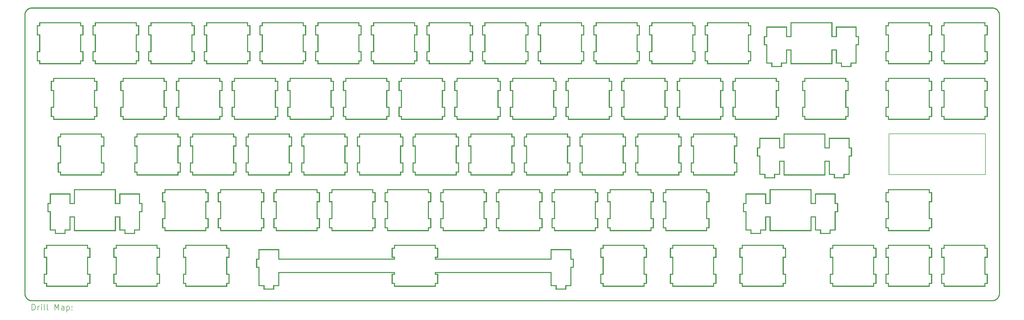
<source format=gbr>
%TF.GenerationSoftware,KiCad,Pcbnew,8.0.7*%
%TF.CreationDate,2025-01-06T14:23:47+11:00*%
%TF.ProjectId,top,746f702e-6b69-4636-9164-5f7063625858,rev?*%
%TF.SameCoordinates,Original*%
%TF.FileFunction,Drillmap*%
%TF.FilePolarity,Positive*%
%FSLAX45Y45*%
G04 Gerber Fmt 4.5, Leading zero omitted, Abs format (unit mm)*
G04 Created by KiCad (PCBNEW 8.0.7) date 2025-01-06 14:23:47*
%MOMM*%
%LPD*%
G01*
G04 APERTURE LIST*
%ADD10C,0.200000*%
%ADD11C,0.010000*%
G04 APERTURE END LIST*
D10*
X32761687Y-6806077D02*
X36061687Y-6806077D01*
X36061687Y-8206077D01*
X32761687Y-8206077D01*
X32761687Y-6806077D01*
D11*
X5104287Y-3086477D02*
X5184720Y-3086477D01*
X5184720Y-3425144D01*
X5104287Y-3425144D01*
X5104287Y-3977594D01*
X5184720Y-3977594D01*
X5184720Y-4316261D01*
X5104287Y-4316261D01*
X5104287Y-4415744D01*
X3675537Y-4415744D01*
X3675537Y-4316261D01*
X3595104Y-4316261D01*
X3595104Y-3977594D01*
X3675537Y-3977594D01*
X3675537Y-3425144D01*
X3595104Y-3425144D01*
X3595104Y-3397627D01*
X3624737Y-3397627D01*
X3703054Y-3397627D01*
X3703054Y-4005111D01*
X3624737Y-4005111D01*
X3624737Y-4286627D01*
X3703054Y-4286627D01*
X3703054Y-4386111D01*
X5074654Y-4386111D01*
X5074654Y-4286627D01*
X5155087Y-4286627D01*
X5155087Y-4005111D01*
X5074654Y-4005111D01*
X5074654Y-3397627D01*
X5155087Y-3397627D01*
X5155087Y-3116111D01*
X5074654Y-3116111D01*
X5074654Y-3014511D01*
X3703054Y-3014511D01*
X3703054Y-3116111D01*
X3624737Y-3116111D01*
X3624737Y-3397627D01*
X3595104Y-3397627D01*
X3595104Y-3116111D01*
X3595104Y-3086477D01*
X3675537Y-3086477D01*
X3675537Y-2986994D01*
X5104287Y-2986994D01*
X5104287Y-3086477D01*
G36*
X5104287Y-3086477D02*
G01*
X5184720Y-3086477D01*
X5184720Y-3425144D01*
X5104287Y-3425144D01*
X5104287Y-3977594D01*
X5184720Y-3977594D01*
X5184720Y-4316261D01*
X5104287Y-4316261D01*
X5104287Y-4415744D01*
X3675537Y-4415744D01*
X3675537Y-4316261D01*
X3595104Y-4316261D01*
X3595104Y-3977594D01*
X3675537Y-3977594D01*
X3675537Y-3425144D01*
X3595104Y-3425144D01*
X3595104Y-3397627D01*
X3624737Y-3397627D01*
X3703054Y-3397627D01*
X3703054Y-4005111D01*
X3624737Y-4005111D01*
X3624737Y-4286627D01*
X3703054Y-4286627D01*
X3703054Y-4386111D01*
X5074654Y-4386111D01*
X5074654Y-4286627D01*
X5155087Y-4286627D01*
X5155087Y-4005111D01*
X5074654Y-4005111D01*
X5074654Y-3397627D01*
X5155087Y-3397627D01*
X5155087Y-3116111D01*
X5074654Y-3116111D01*
X5074654Y-3014511D01*
X3703054Y-3014511D01*
X3703054Y-3116111D01*
X3624737Y-3116111D01*
X3624737Y-3397627D01*
X3595104Y-3397627D01*
X3595104Y-3116111D01*
X3595104Y-3086477D01*
X3675537Y-3086477D01*
X3675537Y-2986994D01*
X5104287Y-2986994D01*
X5104287Y-3086477D01*
G37*
X5341354Y-10706477D02*
X5421787Y-10706477D01*
X5421787Y-11045144D01*
X5341354Y-11045144D01*
X5341354Y-11595477D01*
X5421787Y-11595477D01*
X5421787Y-11934144D01*
X5341354Y-11934144D01*
X5341354Y-12033627D01*
X3912604Y-12033627D01*
X3912604Y-11934144D01*
X3834287Y-11934144D01*
X3834287Y-11595477D01*
X3912604Y-11595477D01*
X3912604Y-11045144D01*
X3834287Y-11045144D01*
X3834287Y-11015511D01*
X3861804Y-11015511D01*
X3942237Y-11015511D01*
X3942237Y-11625111D01*
X3861804Y-11625111D01*
X3861804Y-11906627D01*
X3942237Y-11906627D01*
X3942237Y-12006111D01*
X5313837Y-12006111D01*
X5313837Y-11906627D01*
X5394270Y-11906627D01*
X5394270Y-11625111D01*
X5313837Y-11625111D01*
X5313837Y-11015511D01*
X5394270Y-11015511D01*
X5394270Y-10733994D01*
X5313837Y-10733994D01*
X5313837Y-10634511D01*
X3942237Y-10634511D01*
X3942237Y-10733994D01*
X3861804Y-10733994D01*
X3861804Y-11015511D01*
X3834287Y-11015511D01*
X3834287Y-10733994D01*
X3834287Y-10706477D01*
X3912604Y-10706477D01*
X3912604Y-10606994D01*
X5341354Y-10606994D01*
X5341354Y-10706477D01*
G36*
X5341354Y-10706477D02*
G01*
X5421787Y-10706477D01*
X5421787Y-11045144D01*
X5341354Y-11045144D01*
X5341354Y-11595477D01*
X5421787Y-11595477D01*
X5421787Y-11934144D01*
X5341354Y-11934144D01*
X5341354Y-12033627D01*
X3912604Y-12033627D01*
X3912604Y-11934144D01*
X3834287Y-11934144D01*
X3834287Y-11595477D01*
X3912604Y-11595477D01*
X3912604Y-11045144D01*
X3834287Y-11045144D01*
X3834287Y-11015511D01*
X3861804Y-11015511D01*
X3942237Y-11015511D01*
X3942237Y-11625111D01*
X3861804Y-11625111D01*
X3861804Y-11906627D01*
X3942237Y-11906627D01*
X3942237Y-12006111D01*
X5313837Y-12006111D01*
X5313837Y-11906627D01*
X5394270Y-11906627D01*
X5394270Y-11625111D01*
X5313837Y-11625111D01*
X5313837Y-11015511D01*
X5394270Y-11015511D01*
X5394270Y-10733994D01*
X5313837Y-10733994D01*
X5313837Y-10634511D01*
X3942237Y-10634511D01*
X3942237Y-10733994D01*
X3861804Y-10733994D01*
X3861804Y-11015511D01*
X3834287Y-11015511D01*
X3834287Y-10733994D01*
X3834287Y-10706477D01*
X3912604Y-10706477D01*
X3912604Y-10606994D01*
X5341354Y-10606994D01*
X5341354Y-10706477D01*
G37*
X5817604Y-6896477D02*
X5898037Y-6896477D01*
X5898037Y-7235144D01*
X5817604Y-7235144D01*
X5817604Y-7785477D01*
X5898037Y-7785477D01*
X5898037Y-8124144D01*
X5817604Y-8124144D01*
X5817604Y-8225744D01*
X4388854Y-8225744D01*
X4388854Y-8124144D01*
X4310537Y-8124144D01*
X4310537Y-7785477D01*
X4388854Y-7785477D01*
X4388854Y-7235144D01*
X4310537Y-7235144D01*
X4310537Y-7205511D01*
X4338054Y-7205511D01*
X4418487Y-7205511D01*
X4418487Y-7815111D01*
X4338054Y-7815111D01*
X4338054Y-8096627D01*
X4418487Y-8096627D01*
X4418487Y-8196111D01*
X5790087Y-8196111D01*
X5790087Y-8096627D01*
X5870520Y-8096627D01*
X5870520Y-7815111D01*
X5790087Y-7815111D01*
X5790087Y-7205511D01*
X5870520Y-7205511D01*
X5870520Y-6926111D01*
X5790087Y-6926111D01*
X5790087Y-6824511D01*
X4418487Y-6824511D01*
X4418487Y-6926111D01*
X4338054Y-6926111D01*
X4338054Y-7205511D01*
X4310537Y-7205511D01*
X4310537Y-6926111D01*
X4310537Y-6896477D01*
X4388854Y-6896477D01*
X4388854Y-6796994D01*
X5817604Y-6796994D01*
X5817604Y-6896477D01*
G36*
X5817604Y-6896477D02*
G01*
X5898037Y-6896477D01*
X5898037Y-7235144D01*
X5817604Y-7235144D01*
X5817604Y-7785477D01*
X5898037Y-7785477D01*
X5898037Y-8124144D01*
X5817604Y-8124144D01*
X5817604Y-8225744D01*
X4388854Y-8225744D01*
X4388854Y-8124144D01*
X4310537Y-8124144D01*
X4310537Y-7785477D01*
X4388854Y-7785477D01*
X4388854Y-7235144D01*
X4310537Y-7235144D01*
X4310537Y-7205511D01*
X4338054Y-7205511D01*
X4418487Y-7205511D01*
X4418487Y-7815111D01*
X4338054Y-7815111D01*
X4338054Y-8096627D01*
X4418487Y-8096627D01*
X4418487Y-8196111D01*
X5790087Y-8196111D01*
X5790087Y-8096627D01*
X5870520Y-8096627D01*
X5870520Y-7815111D01*
X5790087Y-7815111D01*
X5790087Y-7205511D01*
X5870520Y-7205511D01*
X5870520Y-6926111D01*
X5790087Y-6926111D01*
X5790087Y-6824511D01*
X4418487Y-6824511D01*
X4418487Y-6926111D01*
X4338054Y-6926111D01*
X4338054Y-7205511D01*
X4310537Y-7205511D01*
X4310537Y-6926111D01*
X4310537Y-6896477D01*
X4388854Y-6896477D01*
X4388854Y-6796994D01*
X5817604Y-6796994D01*
X5817604Y-6896477D01*
G37*
X7009287Y-3086477D02*
X7089720Y-3086477D01*
X7089720Y-3425144D01*
X7009287Y-3425144D01*
X7009287Y-3977594D01*
X7089720Y-3977594D01*
X7089720Y-4316261D01*
X7009287Y-4316261D01*
X7009287Y-4415744D01*
X5580537Y-4415744D01*
X5580537Y-4316261D01*
X5500104Y-4316261D01*
X5500104Y-3977594D01*
X5580537Y-3977594D01*
X5580537Y-3425144D01*
X5500104Y-3425144D01*
X5500104Y-3397627D01*
X5529737Y-3397627D01*
X5608054Y-3397627D01*
X5608054Y-4005111D01*
X5529737Y-4005111D01*
X5529737Y-4286627D01*
X5608054Y-4286627D01*
X5608054Y-4386111D01*
X6979654Y-4386111D01*
X6979654Y-4286627D01*
X7060087Y-4286627D01*
X7060087Y-4005111D01*
X6979654Y-4005111D01*
X6979654Y-3397627D01*
X7060087Y-3397627D01*
X7060087Y-3116111D01*
X6979654Y-3116111D01*
X6979654Y-3014511D01*
X5608054Y-3014511D01*
X5608054Y-3116111D01*
X5529737Y-3116111D01*
X5529737Y-3397627D01*
X5500104Y-3397627D01*
X5500104Y-3116111D01*
X5500104Y-3086477D01*
X5580537Y-3086477D01*
X5580537Y-2986994D01*
X7009287Y-2986994D01*
X7009287Y-3086477D01*
G36*
X7009287Y-3086477D02*
G01*
X7089720Y-3086477D01*
X7089720Y-3425144D01*
X7009287Y-3425144D01*
X7009287Y-3977594D01*
X7089720Y-3977594D01*
X7089720Y-4316261D01*
X7009287Y-4316261D01*
X7009287Y-4415744D01*
X5580537Y-4415744D01*
X5580537Y-4316261D01*
X5500104Y-4316261D01*
X5500104Y-3977594D01*
X5580537Y-3977594D01*
X5580537Y-3425144D01*
X5500104Y-3425144D01*
X5500104Y-3397627D01*
X5529737Y-3397627D01*
X5608054Y-3397627D01*
X5608054Y-4005111D01*
X5529737Y-4005111D01*
X5529737Y-4286627D01*
X5608054Y-4286627D01*
X5608054Y-4386111D01*
X6979654Y-4386111D01*
X6979654Y-4286627D01*
X7060087Y-4286627D01*
X7060087Y-4005111D01*
X6979654Y-4005111D01*
X6979654Y-3397627D01*
X7060087Y-3397627D01*
X7060087Y-3116111D01*
X6979654Y-3116111D01*
X6979654Y-3014511D01*
X5608054Y-3014511D01*
X5608054Y-3116111D01*
X5529737Y-3116111D01*
X5529737Y-3397627D01*
X5500104Y-3397627D01*
X5500104Y-3116111D01*
X5500104Y-3086477D01*
X5580537Y-3086477D01*
X5580537Y-2986994D01*
X7009287Y-2986994D01*
X7009287Y-3086477D01*
G37*
X7722604Y-10706477D02*
X7803037Y-10706477D01*
X7803037Y-11045144D01*
X7722604Y-11045144D01*
X7722604Y-11595477D01*
X7803037Y-11595477D01*
X7803037Y-11934144D01*
X7722604Y-11934144D01*
X7722604Y-12033627D01*
X6293854Y-12033627D01*
X6293854Y-11934144D01*
X6215537Y-11934144D01*
X6215537Y-11595477D01*
X6293854Y-11595477D01*
X6293854Y-11045144D01*
X6215537Y-11045144D01*
X6215537Y-11015511D01*
X6243054Y-11015511D01*
X6323487Y-11015511D01*
X6323487Y-11625111D01*
X6243054Y-11625111D01*
X6243054Y-11906627D01*
X6323487Y-11906627D01*
X6323487Y-12006111D01*
X7695087Y-12006111D01*
X7695087Y-11906627D01*
X7775520Y-11906627D01*
X7775520Y-11625111D01*
X7695087Y-11625111D01*
X7695087Y-11015511D01*
X7775520Y-11015511D01*
X7775520Y-10733994D01*
X7695087Y-10733994D01*
X7695087Y-10634511D01*
X6323487Y-10634511D01*
X6323487Y-10733994D01*
X6243054Y-10733994D01*
X6243054Y-11015511D01*
X6215537Y-11015511D01*
X6215537Y-10733994D01*
X6215537Y-10706477D01*
X6293854Y-10706477D01*
X6293854Y-10606994D01*
X7722604Y-10606994D01*
X7722604Y-10706477D01*
G36*
X7722604Y-10706477D02*
G01*
X7803037Y-10706477D01*
X7803037Y-11045144D01*
X7722604Y-11045144D01*
X7722604Y-11595477D01*
X7803037Y-11595477D01*
X7803037Y-11934144D01*
X7722604Y-11934144D01*
X7722604Y-12033627D01*
X6293854Y-12033627D01*
X6293854Y-11934144D01*
X6215537Y-11934144D01*
X6215537Y-11595477D01*
X6293854Y-11595477D01*
X6293854Y-11045144D01*
X6215537Y-11045144D01*
X6215537Y-11015511D01*
X6243054Y-11015511D01*
X6323487Y-11015511D01*
X6323487Y-11625111D01*
X6243054Y-11625111D01*
X6243054Y-11906627D01*
X6323487Y-11906627D01*
X6323487Y-12006111D01*
X7695087Y-12006111D01*
X7695087Y-11906627D01*
X7775520Y-11906627D01*
X7775520Y-11625111D01*
X7695087Y-11625111D01*
X7695087Y-11015511D01*
X7775520Y-11015511D01*
X7775520Y-10733994D01*
X7695087Y-10733994D01*
X7695087Y-10634511D01*
X6323487Y-10634511D01*
X6323487Y-10733994D01*
X6243054Y-10733994D01*
X6243054Y-11015511D01*
X6215537Y-11015511D01*
X6215537Y-10733994D01*
X6215537Y-10706477D01*
X6293854Y-10706477D01*
X6293854Y-10606994D01*
X7722604Y-10606994D01*
X7722604Y-10706477D01*
G37*
X8914287Y-3086477D02*
X8994720Y-3086477D01*
X8994720Y-3425144D01*
X8914287Y-3425144D01*
X8914287Y-3977594D01*
X8994720Y-3977594D01*
X8994720Y-4316261D01*
X8914287Y-4316261D01*
X8914287Y-4415744D01*
X7485537Y-4415744D01*
X7485537Y-4316261D01*
X7405104Y-4316261D01*
X7405104Y-3977594D01*
X7485537Y-3977594D01*
X7485537Y-3425144D01*
X7405104Y-3425144D01*
X7405104Y-3397627D01*
X7434737Y-3397627D01*
X7513054Y-3397627D01*
X7513054Y-4005111D01*
X7434737Y-4005111D01*
X7434737Y-4286627D01*
X7513054Y-4286627D01*
X7513054Y-4386111D01*
X8884654Y-4386111D01*
X8884654Y-4286627D01*
X8965087Y-4286627D01*
X8965087Y-4005111D01*
X8884654Y-4005111D01*
X8884654Y-3397627D01*
X8965087Y-3397627D01*
X8965087Y-3116111D01*
X8884654Y-3116111D01*
X8884654Y-3014511D01*
X7513054Y-3014511D01*
X7513054Y-3116111D01*
X7434737Y-3116111D01*
X7434737Y-3397627D01*
X7405104Y-3397627D01*
X7405104Y-3116111D01*
X7405104Y-3086477D01*
X7485537Y-3086477D01*
X7485537Y-2986994D01*
X8914287Y-2986994D01*
X8914287Y-3086477D01*
G36*
X8914287Y-3086477D02*
G01*
X8994720Y-3086477D01*
X8994720Y-3425144D01*
X8914287Y-3425144D01*
X8914287Y-3977594D01*
X8994720Y-3977594D01*
X8994720Y-4316261D01*
X8914287Y-4316261D01*
X8914287Y-4415744D01*
X7485537Y-4415744D01*
X7485537Y-4316261D01*
X7405104Y-4316261D01*
X7405104Y-3977594D01*
X7485537Y-3977594D01*
X7485537Y-3425144D01*
X7405104Y-3425144D01*
X7405104Y-3397627D01*
X7434737Y-3397627D01*
X7513054Y-3397627D01*
X7513054Y-4005111D01*
X7434737Y-4005111D01*
X7434737Y-4286627D01*
X7513054Y-4286627D01*
X7513054Y-4386111D01*
X8884654Y-4386111D01*
X8884654Y-4286627D01*
X8965087Y-4286627D01*
X8965087Y-4005111D01*
X8884654Y-4005111D01*
X8884654Y-3397627D01*
X8965087Y-3397627D01*
X8965087Y-3116111D01*
X8884654Y-3116111D01*
X8884654Y-3014511D01*
X7513054Y-3014511D01*
X7513054Y-3116111D01*
X7434737Y-3116111D01*
X7434737Y-3397627D01*
X7405104Y-3397627D01*
X7405104Y-3116111D01*
X7405104Y-3086477D01*
X7485537Y-3086477D01*
X7485537Y-2986994D01*
X8914287Y-2986994D01*
X8914287Y-3086477D01*
G37*
X9390537Y-8801477D02*
X9470970Y-8801477D01*
X9470970Y-9140144D01*
X9390537Y-9140144D01*
X9390537Y-9690477D01*
X9470970Y-9690477D01*
X9470970Y-10029144D01*
X9390537Y-10029144D01*
X9390537Y-10130744D01*
X7961787Y-10130744D01*
X7961787Y-10029144D01*
X7881354Y-10029144D01*
X7881354Y-9690477D01*
X7961787Y-9690477D01*
X7961787Y-9140144D01*
X7881354Y-9140144D01*
X7881354Y-9110511D01*
X7910987Y-9110511D01*
X7989304Y-9110511D01*
X7989304Y-9720111D01*
X7910987Y-9720111D01*
X7910987Y-10001627D01*
X7989304Y-10001627D01*
X7989304Y-10101111D01*
X9360904Y-10101111D01*
X9360904Y-10001627D01*
X9441337Y-10001627D01*
X9441337Y-9720111D01*
X9360904Y-9720111D01*
X9360904Y-9110511D01*
X9441337Y-9110511D01*
X9441337Y-8828994D01*
X9360904Y-8828994D01*
X9360904Y-8729511D01*
X7989304Y-8729511D01*
X7989304Y-8828994D01*
X7910987Y-8828994D01*
X7910987Y-9110511D01*
X7881354Y-9110511D01*
X7881354Y-8828994D01*
X7881354Y-8801477D01*
X7961787Y-8801477D01*
X7961787Y-8701994D01*
X9390537Y-8701994D01*
X9390537Y-8801477D01*
G36*
X9390537Y-8801477D02*
G01*
X9470970Y-8801477D01*
X9470970Y-9140144D01*
X9390537Y-9140144D01*
X9390537Y-9690477D01*
X9470970Y-9690477D01*
X9470970Y-10029144D01*
X9390537Y-10029144D01*
X9390537Y-10130744D01*
X7961787Y-10130744D01*
X7961787Y-10029144D01*
X7881354Y-10029144D01*
X7881354Y-9690477D01*
X7961787Y-9690477D01*
X7961787Y-9140144D01*
X7881354Y-9140144D01*
X7881354Y-9110511D01*
X7910987Y-9110511D01*
X7989304Y-9110511D01*
X7989304Y-9720111D01*
X7910987Y-9720111D01*
X7910987Y-10001627D01*
X7989304Y-10001627D01*
X7989304Y-10101111D01*
X9360904Y-10101111D01*
X9360904Y-10001627D01*
X9441337Y-10001627D01*
X9441337Y-9720111D01*
X9360904Y-9720111D01*
X9360904Y-9110511D01*
X9441337Y-9110511D01*
X9441337Y-8828994D01*
X9360904Y-8828994D01*
X9360904Y-8729511D01*
X7989304Y-8729511D01*
X7989304Y-8828994D01*
X7910987Y-8828994D01*
X7910987Y-9110511D01*
X7881354Y-9110511D01*
X7881354Y-8828994D01*
X7881354Y-8801477D01*
X7961787Y-8801477D01*
X7961787Y-8701994D01*
X9390537Y-8701994D01*
X9390537Y-8801477D01*
G37*
X10103854Y-10706477D02*
X10184287Y-10706477D01*
X10184287Y-11045144D01*
X10103854Y-11045144D01*
X10103854Y-11595477D01*
X10184287Y-11595477D01*
X10184287Y-11934144D01*
X10103854Y-11934144D01*
X10103854Y-12033627D01*
X8675104Y-12033627D01*
X8675104Y-11934144D01*
X8596787Y-11934144D01*
X8596787Y-11595477D01*
X8675104Y-11595477D01*
X8675104Y-11045144D01*
X8596787Y-11045144D01*
X8596787Y-11015511D01*
X8624304Y-11015511D01*
X8704737Y-11015511D01*
X8704737Y-11625111D01*
X8624304Y-11625111D01*
X8624304Y-11906627D01*
X8704737Y-11906627D01*
X8704737Y-12006111D01*
X10076337Y-12006111D01*
X10076337Y-11906627D01*
X10156770Y-11906627D01*
X10156770Y-11625111D01*
X10076337Y-11625111D01*
X10076337Y-11015511D01*
X10156770Y-11015511D01*
X10156770Y-10733994D01*
X10076337Y-10733994D01*
X10076337Y-10634511D01*
X8704737Y-10634511D01*
X8704737Y-10733994D01*
X8624304Y-10733994D01*
X8624304Y-11015511D01*
X8596787Y-11015511D01*
X8596787Y-10733994D01*
X8596787Y-10706477D01*
X8675104Y-10706477D01*
X8675104Y-10606994D01*
X10103854Y-10606994D01*
X10103854Y-10706477D01*
G36*
X10103854Y-10706477D02*
G01*
X10184287Y-10706477D01*
X10184287Y-11045144D01*
X10103854Y-11045144D01*
X10103854Y-11595477D01*
X10184287Y-11595477D01*
X10184287Y-11934144D01*
X10103854Y-11934144D01*
X10103854Y-12033627D01*
X8675104Y-12033627D01*
X8675104Y-11934144D01*
X8596787Y-11934144D01*
X8596787Y-11595477D01*
X8675104Y-11595477D01*
X8675104Y-11045144D01*
X8596787Y-11045144D01*
X8596787Y-11015511D01*
X8624304Y-11015511D01*
X8704737Y-11015511D01*
X8704737Y-11625111D01*
X8624304Y-11625111D01*
X8624304Y-11906627D01*
X8704737Y-11906627D01*
X8704737Y-12006111D01*
X10076337Y-12006111D01*
X10076337Y-11906627D01*
X10156770Y-11906627D01*
X10156770Y-11625111D01*
X10076337Y-11625111D01*
X10076337Y-11015511D01*
X10156770Y-11015511D01*
X10156770Y-10733994D01*
X10076337Y-10733994D01*
X10076337Y-10634511D01*
X8704737Y-10634511D01*
X8704737Y-10733994D01*
X8624304Y-10733994D01*
X8624304Y-11015511D01*
X8596787Y-11015511D01*
X8596787Y-10733994D01*
X8596787Y-10706477D01*
X8675104Y-10706477D01*
X8675104Y-10606994D01*
X10103854Y-10606994D01*
X10103854Y-10706477D01*
G37*
X10819287Y-3086477D02*
X10899720Y-3086477D01*
X10899720Y-3425144D01*
X10819287Y-3425144D01*
X10819287Y-3977594D01*
X10899720Y-3977594D01*
X10899720Y-4316261D01*
X10819287Y-4316261D01*
X10819287Y-4415744D01*
X9390537Y-4415744D01*
X9390537Y-4316261D01*
X9310104Y-4316261D01*
X9310104Y-3977594D01*
X9390537Y-3977594D01*
X9390537Y-3425144D01*
X9310104Y-3425144D01*
X9310104Y-3397627D01*
X9339737Y-3397627D01*
X9418054Y-3397627D01*
X9418054Y-4005111D01*
X9339737Y-4005111D01*
X9339737Y-4286627D01*
X9418054Y-4286627D01*
X9418054Y-4386111D01*
X10789654Y-4386111D01*
X10789654Y-4286627D01*
X10870087Y-4286627D01*
X10870087Y-4005111D01*
X10789654Y-4005111D01*
X10789654Y-3397627D01*
X10870087Y-3397627D01*
X10870087Y-3116111D01*
X10789654Y-3116111D01*
X10789654Y-3014511D01*
X9418054Y-3014511D01*
X9418054Y-3116111D01*
X9339737Y-3116111D01*
X9339737Y-3397627D01*
X9310104Y-3397627D01*
X9310104Y-3116111D01*
X9310104Y-3086477D01*
X9390537Y-3086477D01*
X9390537Y-2986994D01*
X10819287Y-2986994D01*
X10819287Y-3086477D01*
G36*
X10819287Y-3086477D02*
G01*
X10899720Y-3086477D01*
X10899720Y-3425144D01*
X10819287Y-3425144D01*
X10819287Y-3977594D01*
X10899720Y-3977594D01*
X10899720Y-4316261D01*
X10819287Y-4316261D01*
X10819287Y-4415744D01*
X9390537Y-4415744D01*
X9390537Y-4316261D01*
X9310104Y-4316261D01*
X9310104Y-3977594D01*
X9390537Y-3977594D01*
X9390537Y-3425144D01*
X9310104Y-3425144D01*
X9310104Y-3397627D01*
X9339737Y-3397627D01*
X9418054Y-3397627D01*
X9418054Y-4005111D01*
X9339737Y-4005111D01*
X9339737Y-4286627D01*
X9418054Y-4286627D01*
X9418054Y-4386111D01*
X10789654Y-4386111D01*
X10789654Y-4286627D01*
X10870087Y-4286627D01*
X10870087Y-4005111D01*
X10789654Y-4005111D01*
X10789654Y-3397627D01*
X10870087Y-3397627D01*
X10870087Y-3116111D01*
X10789654Y-3116111D01*
X10789654Y-3014511D01*
X9418054Y-3014511D01*
X9418054Y-3116111D01*
X9339737Y-3116111D01*
X9339737Y-3397627D01*
X9310104Y-3397627D01*
X9310104Y-3116111D01*
X9310104Y-3086477D01*
X9390537Y-3086477D01*
X9390537Y-2986994D01*
X10819287Y-2986994D01*
X10819287Y-3086477D01*
G37*
X13200537Y-8801477D02*
X13278854Y-8801477D01*
X13278854Y-9140144D01*
X13200537Y-9140144D01*
X13200537Y-9690477D01*
X13278854Y-9690477D01*
X13278854Y-10029144D01*
X13200537Y-10029144D01*
X13200537Y-10130744D01*
X11771787Y-10130744D01*
X11771787Y-10029144D01*
X11691354Y-10029144D01*
X11691354Y-9690477D01*
X11771787Y-9690477D01*
X11771787Y-9140144D01*
X11691354Y-9140144D01*
X11691354Y-9110511D01*
X11720987Y-9110511D01*
X11799304Y-9110511D01*
X11799304Y-9720111D01*
X11720987Y-9720111D01*
X11720987Y-10001627D01*
X11799304Y-10001627D01*
X11799304Y-10101111D01*
X13170904Y-10101111D01*
X13170904Y-10001627D01*
X13251337Y-10001627D01*
X13251337Y-9720111D01*
X13170904Y-9720111D01*
X13170904Y-9110511D01*
X13251337Y-9110511D01*
X13251337Y-8828994D01*
X13170904Y-8828994D01*
X13170904Y-8729511D01*
X11799304Y-8729511D01*
X11799304Y-8828994D01*
X11720987Y-8828994D01*
X11720987Y-9110511D01*
X11691354Y-9110511D01*
X11691354Y-8828994D01*
X11691354Y-8801477D01*
X11771787Y-8801477D01*
X11771787Y-8701994D01*
X13200537Y-8701994D01*
X13200537Y-8801477D01*
G36*
X13200537Y-8801477D02*
G01*
X13278854Y-8801477D01*
X13278854Y-9140144D01*
X13200537Y-9140144D01*
X13200537Y-9690477D01*
X13278854Y-9690477D01*
X13278854Y-10029144D01*
X13200537Y-10029144D01*
X13200537Y-10130744D01*
X11771787Y-10130744D01*
X11771787Y-10029144D01*
X11691354Y-10029144D01*
X11691354Y-9690477D01*
X11771787Y-9690477D01*
X11771787Y-9140144D01*
X11691354Y-9140144D01*
X11691354Y-9110511D01*
X11720987Y-9110511D01*
X11799304Y-9110511D01*
X11799304Y-9720111D01*
X11720987Y-9720111D01*
X11720987Y-10001627D01*
X11799304Y-10001627D01*
X11799304Y-10101111D01*
X13170904Y-10101111D01*
X13170904Y-10001627D01*
X13251337Y-10001627D01*
X13251337Y-9720111D01*
X13170904Y-9720111D01*
X13170904Y-9110511D01*
X13251337Y-9110511D01*
X13251337Y-8828994D01*
X13170904Y-8828994D01*
X13170904Y-8729511D01*
X11799304Y-8729511D01*
X11799304Y-8828994D01*
X11720987Y-8828994D01*
X11720987Y-9110511D01*
X11691354Y-9110511D01*
X11691354Y-8828994D01*
X11691354Y-8801477D01*
X11771787Y-8801477D01*
X11771787Y-8701994D01*
X13200537Y-8701994D01*
X13200537Y-8801477D01*
G37*
X14153037Y-6896477D02*
X14231354Y-6896477D01*
X14231354Y-7235144D01*
X14153037Y-7235144D01*
X14153037Y-7785477D01*
X14231354Y-7785477D01*
X14231354Y-8124144D01*
X14153037Y-8124144D01*
X14153037Y-8225744D01*
X12724287Y-8225744D01*
X12724287Y-8124144D01*
X12643854Y-8124144D01*
X12643854Y-7785477D01*
X12724287Y-7785477D01*
X12724287Y-7235144D01*
X12643854Y-7235144D01*
X12643854Y-7205511D01*
X12673487Y-7205511D01*
X12751804Y-7205511D01*
X12751804Y-7815111D01*
X12673487Y-7815111D01*
X12673487Y-8096627D01*
X12751804Y-8096627D01*
X12751804Y-8196111D01*
X14123404Y-8196111D01*
X14123404Y-8096627D01*
X14203837Y-8096627D01*
X14203837Y-7815111D01*
X14123404Y-7815111D01*
X14123404Y-7205511D01*
X14203837Y-7205511D01*
X14203837Y-6926111D01*
X14123404Y-6926111D01*
X14123404Y-6824511D01*
X12751804Y-6824511D01*
X12751804Y-6926111D01*
X12673487Y-6926111D01*
X12673487Y-7205511D01*
X12643854Y-7205511D01*
X12643854Y-6926111D01*
X12643854Y-6896477D01*
X12724287Y-6896477D01*
X12724287Y-6796994D01*
X14153037Y-6796994D01*
X14153037Y-6896477D01*
G36*
X14153037Y-6896477D02*
G01*
X14231354Y-6896477D01*
X14231354Y-7235144D01*
X14153037Y-7235144D01*
X14153037Y-7785477D01*
X14231354Y-7785477D01*
X14231354Y-8124144D01*
X14153037Y-8124144D01*
X14153037Y-8225744D01*
X12724287Y-8225744D01*
X12724287Y-8124144D01*
X12643854Y-8124144D01*
X12643854Y-7785477D01*
X12724287Y-7785477D01*
X12724287Y-7235144D01*
X12643854Y-7235144D01*
X12643854Y-7205511D01*
X12673487Y-7205511D01*
X12751804Y-7205511D01*
X12751804Y-7815111D01*
X12673487Y-7815111D01*
X12673487Y-8096627D01*
X12751804Y-8096627D01*
X12751804Y-8196111D01*
X14123404Y-8196111D01*
X14123404Y-8096627D01*
X14203837Y-8096627D01*
X14203837Y-7815111D01*
X14123404Y-7815111D01*
X14123404Y-7205511D01*
X14203837Y-7205511D01*
X14203837Y-6926111D01*
X14123404Y-6926111D01*
X14123404Y-6824511D01*
X12751804Y-6824511D01*
X12751804Y-6926111D01*
X12673487Y-6926111D01*
X12673487Y-7205511D01*
X12643854Y-7205511D01*
X12643854Y-6926111D01*
X12643854Y-6896477D01*
X12724287Y-6896477D01*
X12724287Y-6796994D01*
X14153037Y-6796994D01*
X14153037Y-6896477D01*
G37*
X14629287Y-3086477D02*
X14707604Y-3086477D01*
X14707604Y-3425144D01*
X14629287Y-3425144D01*
X14629287Y-3977594D01*
X14707604Y-3977594D01*
X14707604Y-4316261D01*
X14629287Y-4316261D01*
X14629287Y-4415744D01*
X13200537Y-4415744D01*
X13200537Y-4316261D01*
X13120104Y-4316261D01*
X13120104Y-3977594D01*
X13200537Y-3977594D01*
X13200537Y-3425144D01*
X13120104Y-3425144D01*
X13120104Y-3397627D01*
X13149737Y-3397627D01*
X13228054Y-3397627D01*
X13228054Y-4005111D01*
X13149737Y-4005111D01*
X13149737Y-4286627D01*
X13228054Y-4286627D01*
X13228054Y-4386111D01*
X14599654Y-4386111D01*
X14599654Y-4286627D01*
X14680087Y-4286627D01*
X14680087Y-4005111D01*
X14599654Y-4005111D01*
X14599654Y-3397627D01*
X14680087Y-3397627D01*
X14680087Y-3116111D01*
X14599654Y-3116111D01*
X14599654Y-3014511D01*
X13228054Y-3014511D01*
X13228054Y-3116111D01*
X13149737Y-3116111D01*
X13149737Y-3397627D01*
X13120104Y-3397627D01*
X13120104Y-3116111D01*
X13120104Y-3086477D01*
X13200537Y-3086477D01*
X13200537Y-2986994D01*
X14629287Y-2986994D01*
X14629287Y-3086477D01*
G36*
X14629287Y-3086477D02*
G01*
X14707604Y-3086477D01*
X14707604Y-3425144D01*
X14629287Y-3425144D01*
X14629287Y-3977594D01*
X14707604Y-3977594D01*
X14707604Y-4316261D01*
X14629287Y-4316261D01*
X14629287Y-4415744D01*
X13200537Y-4415744D01*
X13200537Y-4316261D01*
X13120104Y-4316261D01*
X13120104Y-3977594D01*
X13200537Y-3977594D01*
X13200537Y-3425144D01*
X13120104Y-3425144D01*
X13120104Y-3397627D01*
X13149737Y-3397627D01*
X13228054Y-3397627D01*
X13228054Y-4005111D01*
X13149737Y-4005111D01*
X13149737Y-4286627D01*
X13228054Y-4286627D01*
X13228054Y-4386111D01*
X14599654Y-4386111D01*
X14599654Y-4286627D01*
X14680087Y-4286627D01*
X14680087Y-4005111D01*
X14599654Y-4005111D01*
X14599654Y-3397627D01*
X14680087Y-3397627D01*
X14680087Y-3116111D01*
X14599654Y-3116111D01*
X14599654Y-3014511D01*
X13228054Y-3014511D01*
X13228054Y-3116111D01*
X13149737Y-3116111D01*
X13149737Y-3397627D01*
X13120104Y-3397627D01*
X13120104Y-3116111D01*
X13120104Y-3086477D01*
X13200537Y-3086477D01*
X13200537Y-2986994D01*
X14629287Y-2986994D01*
X14629287Y-3086477D01*
G37*
X15105537Y-8801477D02*
X15183854Y-8801477D01*
X15183854Y-9140144D01*
X15105537Y-9140144D01*
X15105537Y-9690477D01*
X15183854Y-9690477D01*
X15183854Y-10029144D01*
X15105537Y-10029144D01*
X15105537Y-10130744D01*
X13676787Y-10130744D01*
X13676787Y-10029144D01*
X13596354Y-10029144D01*
X13596354Y-9690477D01*
X13676787Y-9690477D01*
X13676787Y-9140144D01*
X13596354Y-9140144D01*
X13596354Y-9110511D01*
X13623870Y-9110511D01*
X13704304Y-9110511D01*
X13704304Y-9720111D01*
X13623870Y-9720111D01*
X13623870Y-10001627D01*
X13704304Y-10001627D01*
X13704304Y-10101111D01*
X15075904Y-10101111D01*
X15075904Y-10001627D01*
X15156337Y-10001627D01*
X15156337Y-9720111D01*
X15075904Y-9720111D01*
X15075904Y-9110511D01*
X15156337Y-9110511D01*
X15156337Y-8828994D01*
X15075904Y-8828994D01*
X15075904Y-8729511D01*
X13704304Y-8729511D01*
X13704304Y-8828994D01*
X13623870Y-8828994D01*
X13623870Y-9110511D01*
X13596354Y-9110511D01*
X13596354Y-8828994D01*
X13596354Y-8801477D01*
X13676787Y-8801477D01*
X13676787Y-8701994D01*
X15105537Y-8701994D01*
X15105537Y-8801477D01*
G36*
X15105537Y-8801477D02*
G01*
X15183854Y-8801477D01*
X15183854Y-9140144D01*
X15105537Y-9140144D01*
X15105537Y-9690477D01*
X15183854Y-9690477D01*
X15183854Y-10029144D01*
X15105537Y-10029144D01*
X15105537Y-10130744D01*
X13676787Y-10130744D01*
X13676787Y-10029144D01*
X13596354Y-10029144D01*
X13596354Y-9690477D01*
X13676787Y-9690477D01*
X13676787Y-9140144D01*
X13596354Y-9140144D01*
X13596354Y-9110511D01*
X13623870Y-9110511D01*
X13704304Y-9110511D01*
X13704304Y-9720111D01*
X13623870Y-9720111D01*
X13623870Y-10001627D01*
X13704304Y-10001627D01*
X13704304Y-10101111D01*
X15075904Y-10101111D01*
X15075904Y-10001627D01*
X15156337Y-10001627D01*
X15156337Y-9720111D01*
X15075904Y-9720111D01*
X15075904Y-9110511D01*
X15156337Y-9110511D01*
X15156337Y-8828994D01*
X15075904Y-8828994D01*
X15075904Y-8729511D01*
X13704304Y-8729511D01*
X13704304Y-8828994D01*
X13623870Y-8828994D01*
X13623870Y-9110511D01*
X13596354Y-9110511D01*
X13596354Y-8828994D01*
X13596354Y-8801477D01*
X13676787Y-8801477D01*
X13676787Y-8701994D01*
X15105537Y-8701994D01*
X15105537Y-8801477D01*
G37*
X16058037Y-6896477D02*
X16136354Y-6896477D01*
X16136354Y-7235144D01*
X16058037Y-7235144D01*
X16058037Y-7785477D01*
X16136354Y-7785477D01*
X16136354Y-8124144D01*
X16058037Y-8124144D01*
X16058037Y-8225744D01*
X14629287Y-8225744D01*
X14629287Y-8124144D01*
X14548854Y-8124144D01*
X14548854Y-7785477D01*
X14629287Y-7785477D01*
X14629287Y-7235144D01*
X14548854Y-7235144D01*
X14548854Y-7205511D01*
X14576370Y-7205511D01*
X14656804Y-7205511D01*
X14656804Y-7815111D01*
X14576370Y-7815111D01*
X14576370Y-8096627D01*
X14656804Y-8096627D01*
X14656804Y-8196111D01*
X16028404Y-8196111D01*
X16028404Y-8096627D01*
X16108837Y-8096627D01*
X16108837Y-7815111D01*
X16028404Y-7815111D01*
X16028404Y-7205511D01*
X16108837Y-7205511D01*
X16108837Y-6926111D01*
X16028404Y-6926111D01*
X16028404Y-6824511D01*
X14656804Y-6824511D01*
X14656804Y-6926111D01*
X14576370Y-6926111D01*
X14576370Y-7205511D01*
X14548854Y-7205511D01*
X14548854Y-6926111D01*
X14548854Y-6896477D01*
X14629287Y-6896477D01*
X14629287Y-6796994D01*
X16058037Y-6796994D01*
X16058037Y-6896477D01*
G36*
X16058037Y-6896477D02*
G01*
X16136354Y-6896477D01*
X16136354Y-7235144D01*
X16058037Y-7235144D01*
X16058037Y-7785477D01*
X16136354Y-7785477D01*
X16136354Y-8124144D01*
X16058037Y-8124144D01*
X16058037Y-8225744D01*
X14629287Y-8225744D01*
X14629287Y-8124144D01*
X14548854Y-8124144D01*
X14548854Y-7785477D01*
X14629287Y-7785477D01*
X14629287Y-7235144D01*
X14548854Y-7235144D01*
X14548854Y-7205511D01*
X14576370Y-7205511D01*
X14656804Y-7205511D01*
X14656804Y-7815111D01*
X14576370Y-7815111D01*
X14576370Y-8096627D01*
X14656804Y-8096627D01*
X14656804Y-8196111D01*
X16028404Y-8196111D01*
X16028404Y-8096627D01*
X16108837Y-8096627D01*
X16108837Y-7815111D01*
X16028404Y-7815111D01*
X16028404Y-7205511D01*
X16108837Y-7205511D01*
X16108837Y-6926111D01*
X16028404Y-6926111D01*
X16028404Y-6824511D01*
X14656804Y-6824511D01*
X14656804Y-6926111D01*
X14576370Y-6926111D01*
X14576370Y-7205511D01*
X14548854Y-7205511D01*
X14548854Y-6926111D01*
X14548854Y-6896477D01*
X14629287Y-6896477D01*
X14629287Y-6796994D01*
X16058037Y-6796994D01*
X16058037Y-6896477D01*
G37*
X17010537Y-8801477D02*
X17088854Y-8801477D01*
X17088854Y-9140144D01*
X17010537Y-9140144D01*
X17010537Y-9690477D01*
X17088854Y-9690477D01*
X17088854Y-10029144D01*
X17010537Y-10029144D01*
X17010537Y-10130744D01*
X15581787Y-10130744D01*
X15581787Y-10029144D01*
X15501354Y-10029144D01*
X15501354Y-9690477D01*
X15581787Y-9690477D01*
X15581787Y-9140144D01*
X15501354Y-9140144D01*
X15501354Y-9110511D01*
X15528870Y-9110511D01*
X15609304Y-9110511D01*
X15609304Y-9720111D01*
X15528870Y-9720111D01*
X15528870Y-10001627D01*
X15609304Y-10001627D01*
X15609304Y-10101111D01*
X16980904Y-10101111D01*
X16980904Y-10001627D01*
X17061337Y-10001627D01*
X17061337Y-9720111D01*
X16980904Y-9720111D01*
X16980904Y-9110511D01*
X17061337Y-9110511D01*
X17061337Y-8828994D01*
X16980904Y-8828994D01*
X16980904Y-8729511D01*
X15609304Y-8729511D01*
X15609304Y-8828994D01*
X15528870Y-8828994D01*
X15528870Y-9110511D01*
X15501354Y-9110511D01*
X15501354Y-8828994D01*
X15501354Y-8801477D01*
X15581787Y-8801477D01*
X15581787Y-8701994D01*
X17010537Y-8701994D01*
X17010537Y-8801477D01*
G36*
X17010537Y-8801477D02*
G01*
X17088854Y-8801477D01*
X17088854Y-9140144D01*
X17010537Y-9140144D01*
X17010537Y-9690477D01*
X17088854Y-9690477D01*
X17088854Y-10029144D01*
X17010537Y-10029144D01*
X17010537Y-10130744D01*
X15581787Y-10130744D01*
X15581787Y-10029144D01*
X15501354Y-10029144D01*
X15501354Y-9690477D01*
X15581787Y-9690477D01*
X15581787Y-9140144D01*
X15501354Y-9140144D01*
X15501354Y-9110511D01*
X15528870Y-9110511D01*
X15609304Y-9110511D01*
X15609304Y-9720111D01*
X15528870Y-9720111D01*
X15528870Y-10001627D01*
X15609304Y-10001627D01*
X15609304Y-10101111D01*
X16980904Y-10101111D01*
X16980904Y-10001627D01*
X17061337Y-10001627D01*
X17061337Y-9720111D01*
X16980904Y-9720111D01*
X16980904Y-9110511D01*
X17061337Y-9110511D01*
X17061337Y-8828994D01*
X16980904Y-8828994D01*
X16980904Y-8729511D01*
X15609304Y-8729511D01*
X15609304Y-8828994D01*
X15528870Y-8828994D01*
X15528870Y-9110511D01*
X15501354Y-9110511D01*
X15501354Y-8828994D01*
X15501354Y-8801477D01*
X15581787Y-8801477D01*
X15581787Y-8701994D01*
X17010537Y-8701994D01*
X17010537Y-8801477D01*
G37*
X17963037Y-6896477D02*
X18041354Y-6896477D01*
X18041354Y-7235144D01*
X17963037Y-7235144D01*
X17963037Y-7785477D01*
X18041354Y-7785477D01*
X18041354Y-8124144D01*
X17963037Y-8124144D01*
X17963037Y-8225744D01*
X16534287Y-8225744D01*
X16534287Y-8124144D01*
X16453854Y-8124144D01*
X16453854Y-7785477D01*
X16534287Y-7785477D01*
X16534287Y-7235144D01*
X16453854Y-7235144D01*
X16453854Y-7205511D01*
X16481370Y-7205511D01*
X16561804Y-7205511D01*
X16561804Y-7815111D01*
X16481370Y-7815111D01*
X16481370Y-8096627D01*
X16561804Y-8096627D01*
X16561804Y-8196111D01*
X17933404Y-8196111D01*
X17933404Y-8096627D01*
X18013837Y-8096627D01*
X18013837Y-7815111D01*
X17933404Y-7815111D01*
X17933404Y-7205511D01*
X18013837Y-7205511D01*
X18013837Y-6926111D01*
X17933404Y-6926111D01*
X17933404Y-6824511D01*
X16561804Y-6824511D01*
X16561804Y-6926111D01*
X16481370Y-6926111D01*
X16481370Y-7205511D01*
X16453854Y-7205511D01*
X16453854Y-6926111D01*
X16453854Y-6896477D01*
X16534287Y-6896477D01*
X16534287Y-6796994D01*
X17963037Y-6796994D01*
X17963037Y-6896477D01*
G36*
X17963037Y-6896477D02*
G01*
X18041354Y-6896477D01*
X18041354Y-7235144D01*
X17963037Y-7235144D01*
X17963037Y-7785477D01*
X18041354Y-7785477D01*
X18041354Y-8124144D01*
X17963037Y-8124144D01*
X17963037Y-8225744D01*
X16534287Y-8225744D01*
X16534287Y-8124144D01*
X16453854Y-8124144D01*
X16453854Y-7785477D01*
X16534287Y-7785477D01*
X16534287Y-7235144D01*
X16453854Y-7235144D01*
X16453854Y-7205511D01*
X16481370Y-7205511D01*
X16561804Y-7205511D01*
X16561804Y-7815111D01*
X16481370Y-7815111D01*
X16481370Y-8096627D01*
X16561804Y-8096627D01*
X16561804Y-8196111D01*
X17933404Y-8196111D01*
X17933404Y-8096627D01*
X18013837Y-8096627D01*
X18013837Y-7815111D01*
X17933404Y-7815111D01*
X17933404Y-7205511D01*
X18013837Y-7205511D01*
X18013837Y-6926111D01*
X17933404Y-6926111D01*
X17933404Y-6824511D01*
X16561804Y-6824511D01*
X16561804Y-6926111D01*
X16481370Y-6926111D01*
X16481370Y-7205511D01*
X16453854Y-7205511D01*
X16453854Y-6926111D01*
X16453854Y-6896477D01*
X16534287Y-6896477D01*
X16534287Y-6796994D01*
X17963037Y-6796994D01*
X17963037Y-6896477D01*
G37*
X18915537Y-8801477D02*
X18993854Y-8801477D01*
X18993854Y-9140144D01*
X18915537Y-9140144D01*
X18915537Y-9690477D01*
X18993854Y-9690477D01*
X18993854Y-10029144D01*
X18915537Y-10029144D01*
X18915537Y-10130744D01*
X17486787Y-10130744D01*
X17486787Y-10029144D01*
X17406354Y-10029144D01*
X17406354Y-9690477D01*
X17486787Y-9690477D01*
X17486787Y-9140144D01*
X17406354Y-9140144D01*
X17406354Y-9110511D01*
X17433870Y-9110511D01*
X17514304Y-9110511D01*
X17514304Y-9720111D01*
X17433870Y-9720111D01*
X17433870Y-10001627D01*
X17514304Y-10001627D01*
X17514304Y-10101111D01*
X18885904Y-10101111D01*
X18885904Y-10001627D01*
X18966337Y-10001627D01*
X18966337Y-9720111D01*
X18885904Y-9720111D01*
X18885904Y-9110511D01*
X18966337Y-9110511D01*
X18966337Y-8828994D01*
X18885904Y-8828994D01*
X18885904Y-8729511D01*
X17514304Y-8729511D01*
X17514304Y-8828994D01*
X17433870Y-8828994D01*
X17433870Y-9110511D01*
X17406354Y-9110511D01*
X17406354Y-8828994D01*
X17406354Y-8801477D01*
X17486787Y-8801477D01*
X17486787Y-8701994D01*
X18915537Y-8701994D01*
X18915537Y-8801477D01*
G36*
X18915537Y-8801477D02*
G01*
X18993854Y-8801477D01*
X18993854Y-9140144D01*
X18915537Y-9140144D01*
X18915537Y-9690477D01*
X18993854Y-9690477D01*
X18993854Y-10029144D01*
X18915537Y-10029144D01*
X18915537Y-10130744D01*
X17486787Y-10130744D01*
X17486787Y-10029144D01*
X17406354Y-10029144D01*
X17406354Y-9690477D01*
X17486787Y-9690477D01*
X17486787Y-9140144D01*
X17406354Y-9140144D01*
X17406354Y-9110511D01*
X17433870Y-9110511D01*
X17514304Y-9110511D01*
X17514304Y-9720111D01*
X17433870Y-9720111D01*
X17433870Y-10001627D01*
X17514304Y-10001627D01*
X17514304Y-10101111D01*
X18885904Y-10101111D01*
X18885904Y-10001627D01*
X18966337Y-10001627D01*
X18966337Y-9720111D01*
X18885904Y-9720111D01*
X18885904Y-9110511D01*
X18966337Y-9110511D01*
X18966337Y-8828994D01*
X18885904Y-8828994D01*
X18885904Y-8729511D01*
X17514304Y-8729511D01*
X17514304Y-8828994D01*
X17433870Y-8828994D01*
X17433870Y-9110511D01*
X17406354Y-9110511D01*
X17406354Y-8828994D01*
X17406354Y-8801477D01*
X17486787Y-8801477D01*
X17486787Y-8701994D01*
X18915537Y-8701994D01*
X18915537Y-8801477D01*
G37*
X19391787Y-4991477D02*
X19470104Y-4991477D01*
X19470104Y-5330144D01*
X19391787Y-5330144D01*
X19391787Y-5882594D01*
X19470104Y-5882594D01*
X19470104Y-6221261D01*
X19391787Y-6221261D01*
X19391787Y-6320744D01*
X17963037Y-6320744D01*
X17963037Y-6221261D01*
X17882604Y-6221261D01*
X17882604Y-5882594D01*
X17963037Y-5882594D01*
X17963037Y-5330144D01*
X17882604Y-5330144D01*
X17882604Y-5302627D01*
X17910120Y-5302627D01*
X17990554Y-5302627D01*
X17990554Y-5910111D01*
X17910120Y-5910111D01*
X17910120Y-6191627D01*
X17990554Y-6191627D01*
X17990554Y-6291111D01*
X19362154Y-6291111D01*
X19362154Y-6191627D01*
X19442587Y-6191627D01*
X19442587Y-5910111D01*
X19362154Y-5910111D01*
X19362154Y-5302627D01*
X19442587Y-5302627D01*
X19442587Y-5021111D01*
X19362154Y-5021111D01*
X19362154Y-4919511D01*
X17990554Y-4919511D01*
X17990554Y-5021111D01*
X17910120Y-5021111D01*
X17910120Y-5302627D01*
X17882604Y-5302627D01*
X17882604Y-5021111D01*
X17882604Y-4991477D01*
X17963037Y-4991477D01*
X17963037Y-4891994D01*
X19391787Y-4891994D01*
X19391787Y-4991477D01*
G36*
X19391787Y-4991477D02*
G01*
X19470104Y-4991477D01*
X19470104Y-5330144D01*
X19391787Y-5330144D01*
X19391787Y-5882594D01*
X19470104Y-5882594D01*
X19470104Y-6221261D01*
X19391787Y-6221261D01*
X19391787Y-6320744D01*
X17963037Y-6320744D01*
X17963037Y-6221261D01*
X17882604Y-6221261D01*
X17882604Y-5882594D01*
X17963037Y-5882594D01*
X17963037Y-5330144D01*
X17882604Y-5330144D01*
X17882604Y-5302627D01*
X17910120Y-5302627D01*
X17990554Y-5302627D01*
X17990554Y-5910111D01*
X17910120Y-5910111D01*
X17910120Y-6191627D01*
X17990554Y-6191627D01*
X17990554Y-6291111D01*
X19362154Y-6291111D01*
X19362154Y-6191627D01*
X19442587Y-6191627D01*
X19442587Y-5910111D01*
X19362154Y-5910111D01*
X19362154Y-5302627D01*
X19442587Y-5302627D01*
X19442587Y-5021111D01*
X19362154Y-5021111D01*
X19362154Y-4919511D01*
X17990554Y-4919511D01*
X17990554Y-5021111D01*
X17910120Y-5021111D01*
X17910120Y-5302627D01*
X17882604Y-5302627D01*
X17882604Y-5021111D01*
X17882604Y-4991477D01*
X17963037Y-4991477D01*
X17963037Y-4891994D01*
X19391787Y-4891994D01*
X19391787Y-4991477D01*
G37*
X19868037Y-6896477D02*
X19946354Y-6896477D01*
X19946354Y-7235144D01*
X19868037Y-7235144D01*
X19868037Y-7785477D01*
X19946354Y-7785477D01*
X19946354Y-8124144D01*
X19868037Y-8124144D01*
X19868037Y-8225744D01*
X18439287Y-8225744D01*
X18439287Y-8124144D01*
X18358854Y-8124144D01*
X18358854Y-7785477D01*
X18439287Y-7785477D01*
X18439287Y-7235144D01*
X18358854Y-7235144D01*
X18358854Y-7205511D01*
X18386370Y-7205511D01*
X18466804Y-7205511D01*
X18466804Y-7815111D01*
X18386370Y-7815111D01*
X18386370Y-8096627D01*
X18466804Y-8096627D01*
X18466804Y-8196111D01*
X19838404Y-8196111D01*
X19838404Y-8096627D01*
X19918837Y-8096627D01*
X19918837Y-7815111D01*
X19838404Y-7815111D01*
X19838404Y-7205511D01*
X19918837Y-7205511D01*
X19918837Y-6926111D01*
X19838404Y-6926111D01*
X19838404Y-6824511D01*
X18466804Y-6824511D01*
X18466804Y-6926111D01*
X18386370Y-6926111D01*
X18386370Y-7205511D01*
X18358854Y-7205511D01*
X18358854Y-6926111D01*
X18358854Y-6896477D01*
X18439287Y-6896477D01*
X18439287Y-6796994D01*
X19868037Y-6796994D01*
X19868037Y-6896477D01*
G36*
X19868037Y-6896477D02*
G01*
X19946354Y-6896477D01*
X19946354Y-7235144D01*
X19868037Y-7235144D01*
X19868037Y-7785477D01*
X19946354Y-7785477D01*
X19946354Y-8124144D01*
X19868037Y-8124144D01*
X19868037Y-8225744D01*
X18439287Y-8225744D01*
X18439287Y-8124144D01*
X18358854Y-8124144D01*
X18358854Y-7785477D01*
X18439287Y-7785477D01*
X18439287Y-7235144D01*
X18358854Y-7235144D01*
X18358854Y-7205511D01*
X18386370Y-7205511D01*
X18466804Y-7205511D01*
X18466804Y-7815111D01*
X18386370Y-7815111D01*
X18386370Y-8096627D01*
X18466804Y-8096627D01*
X18466804Y-8196111D01*
X19838404Y-8196111D01*
X19838404Y-8096627D01*
X19918837Y-8096627D01*
X19918837Y-7815111D01*
X19838404Y-7815111D01*
X19838404Y-7205511D01*
X19918837Y-7205511D01*
X19918837Y-6926111D01*
X19838404Y-6926111D01*
X19838404Y-6824511D01*
X18466804Y-6824511D01*
X18466804Y-6926111D01*
X18386370Y-6926111D01*
X18386370Y-7205511D01*
X18358854Y-7205511D01*
X18358854Y-6926111D01*
X18358854Y-6896477D01*
X18439287Y-6896477D01*
X18439287Y-6796994D01*
X19868037Y-6796994D01*
X19868037Y-6896477D01*
G37*
X20344287Y-3086477D02*
X20422604Y-3086477D01*
X20422604Y-3425144D01*
X20344287Y-3425144D01*
X20344287Y-3977594D01*
X20422604Y-3977594D01*
X20422604Y-4316261D01*
X20344287Y-4316261D01*
X20344287Y-4415744D01*
X18915537Y-4415744D01*
X18915537Y-4316261D01*
X18835104Y-4316261D01*
X18835104Y-3977594D01*
X18915537Y-3977594D01*
X18915537Y-3425144D01*
X18835104Y-3425144D01*
X18835104Y-3397627D01*
X18862620Y-3397627D01*
X18943054Y-3397627D01*
X18943054Y-4005111D01*
X18862620Y-4005111D01*
X18862620Y-4286627D01*
X18943054Y-4286627D01*
X18943054Y-4386111D01*
X20314654Y-4386111D01*
X20314654Y-4286627D01*
X20395087Y-4286627D01*
X20395087Y-4005111D01*
X20314654Y-4005111D01*
X20314654Y-3397627D01*
X20395087Y-3397627D01*
X20395087Y-3116111D01*
X20314654Y-3116111D01*
X20314654Y-3014511D01*
X18943054Y-3014511D01*
X18943054Y-3116111D01*
X18862620Y-3116111D01*
X18862620Y-3397627D01*
X18835104Y-3397627D01*
X18835104Y-3116111D01*
X18835104Y-3086477D01*
X18915537Y-3086477D01*
X18915537Y-2986994D01*
X20344287Y-2986994D01*
X20344287Y-3086477D01*
G36*
X20344287Y-3086477D02*
G01*
X20422604Y-3086477D01*
X20422604Y-3425144D01*
X20344287Y-3425144D01*
X20344287Y-3977594D01*
X20422604Y-3977594D01*
X20422604Y-4316261D01*
X20344287Y-4316261D01*
X20344287Y-4415744D01*
X18915537Y-4415744D01*
X18915537Y-4316261D01*
X18835104Y-4316261D01*
X18835104Y-3977594D01*
X18915537Y-3977594D01*
X18915537Y-3425144D01*
X18835104Y-3425144D01*
X18835104Y-3397627D01*
X18862620Y-3397627D01*
X18943054Y-3397627D01*
X18943054Y-4005111D01*
X18862620Y-4005111D01*
X18862620Y-4286627D01*
X18943054Y-4286627D01*
X18943054Y-4386111D01*
X20314654Y-4386111D01*
X20314654Y-4286627D01*
X20395087Y-4286627D01*
X20395087Y-4005111D01*
X20314654Y-4005111D01*
X20314654Y-3397627D01*
X20395087Y-3397627D01*
X20395087Y-3116111D01*
X20314654Y-3116111D01*
X20314654Y-3014511D01*
X18943054Y-3014511D01*
X18943054Y-3116111D01*
X18862620Y-3116111D01*
X18862620Y-3397627D01*
X18835104Y-3397627D01*
X18835104Y-3116111D01*
X18835104Y-3086477D01*
X18915537Y-3086477D01*
X18915537Y-2986994D01*
X20344287Y-2986994D01*
X20344287Y-3086477D01*
G37*
X20820537Y-8801477D02*
X20898854Y-8801477D01*
X20898854Y-9140144D01*
X20820537Y-9140144D01*
X20820537Y-9690477D01*
X20898854Y-9690477D01*
X20898854Y-10029144D01*
X20820537Y-10029144D01*
X20820537Y-10130744D01*
X19391787Y-10130744D01*
X19391787Y-10029144D01*
X19311354Y-10029144D01*
X19311354Y-9690477D01*
X19391787Y-9690477D01*
X19391787Y-9140144D01*
X19311354Y-9140144D01*
X19311354Y-9110511D01*
X19338870Y-9110511D01*
X19419304Y-9110511D01*
X19419304Y-9720111D01*
X19338870Y-9720111D01*
X19338870Y-10001627D01*
X19419304Y-10001627D01*
X19419304Y-10101111D01*
X20790904Y-10101111D01*
X20790904Y-10001627D01*
X20871337Y-10001627D01*
X20871337Y-9720111D01*
X20790904Y-9720111D01*
X20790904Y-9110511D01*
X20871337Y-9110511D01*
X20871337Y-8828994D01*
X20790904Y-8828994D01*
X20790904Y-8729511D01*
X19419304Y-8729511D01*
X19419304Y-8828994D01*
X19338870Y-8828994D01*
X19338870Y-9110511D01*
X19311354Y-9110511D01*
X19311354Y-8828994D01*
X19311354Y-8801477D01*
X19391787Y-8801477D01*
X19391787Y-8701994D01*
X20820537Y-8701994D01*
X20820537Y-8801477D01*
G36*
X20820537Y-8801477D02*
G01*
X20898854Y-8801477D01*
X20898854Y-9140144D01*
X20820537Y-9140144D01*
X20820537Y-9690477D01*
X20898854Y-9690477D01*
X20898854Y-10029144D01*
X20820537Y-10029144D01*
X20820537Y-10130744D01*
X19391787Y-10130744D01*
X19391787Y-10029144D01*
X19311354Y-10029144D01*
X19311354Y-9690477D01*
X19391787Y-9690477D01*
X19391787Y-9140144D01*
X19311354Y-9140144D01*
X19311354Y-9110511D01*
X19338870Y-9110511D01*
X19419304Y-9110511D01*
X19419304Y-9720111D01*
X19338870Y-9720111D01*
X19338870Y-10001627D01*
X19419304Y-10001627D01*
X19419304Y-10101111D01*
X20790904Y-10101111D01*
X20790904Y-10001627D01*
X20871337Y-10001627D01*
X20871337Y-9720111D01*
X20790904Y-9720111D01*
X20790904Y-9110511D01*
X20871337Y-9110511D01*
X20871337Y-8828994D01*
X20790904Y-8828994D01*
X20790904Y-8729511D01*
X19419304Y-8729511D01*
X19419304Y-8828994D01*
X19338870Y-8828994D01*
X19338870Y-9110511D01*
X19311354Y-9110511D01*
X19311354Y-8828994D01*
X19311354Y-8801477D01*
X19391787Y-8801477D01*
X19391787Y-8701994D01*
X20820537Y-8701994D01*
X20820537Y-8801477D01*
G37*
X21296787Y-4991477D02*
X21375104Y-4991477D01*
X21375104Y-5330144D01*
X21296787Y-5330144D01*
X21296787Y-5882594D01*
X21375104Y-5882594D01*
X21375104Y-6221261D01*
X21296787Y-6221261D01*
X21296787Y-6320744D01*
X19868037Y-6320744D01*
X19868037Y-6221261D01*
X19787604Y-6221261D01*
X19787604Y-5882594D01*
X19868037Y-5882594D01*
X19868037Y-5330144D01*
X19787604Y-5330144D01*
X19787604Y-5302627D01*
X19815120Y-5302627D01*
X19895554Y-5302627D01*
X19895554Y-5910111D01*
X19815120Y-5910111D01*
X19815120Y-6191627D01*
X19895554Y-6191627D01*
X19895554Y-6291111D01*
X21267154Y-6291111D01*
X21267154Y-6191627D01*
X21347587Y-6191627D01*
X21347587Y-5910111D01*
X21267154Y-5910111D01*
X21267154Y-5302627D01*
X21347587Y-5302627D01*
X21347587Y-5021111D01*
X21267154Y-5021111D01*
X21267154Y-4919511D01*
X19895554Y-4919511D01*
X19895554Y-5021111D01*
X19815120Y-5021111D01*
X19815120Y-5302627D01*
X19787604Y-5302627D01*
X19787604Y-5021111D01*
X19787604Y-4991477D01*
X19868037Y-4991477D01*
X19868037Y-4891994D01*
X21296787Y-4891994D01*
X21296787Y-4991477D01*
G36*
X21296787Y-4991477D02*
G01*
X21375104Y-4991477D01*
X21375104Y-5330144D01*
X21296787Y-5330144D01*
X21296787Y-5882594D01*
X21375104Y-5882594D01*
X21375104Y-6221261D01*
X21296787Y-6221261D01*
X21296787Y-6320744D01*
X19868037Y-6320744D01*
X19868037Y-6221261D01*
X19787604Y-6221261D01*
X19787604Y-5882594D01*
X19868037Y-5882594D01*
X19868037Y-5330144D01*
X19787604Y-5330144D01*
X19787604Y-5302627D01*
X19815120Y-5302627D01*
X19895554Y-5302627D01*
X19895554Y-5910111D01*
X19815120Y-5910111D01*
X19815120Y-6191627D01*
X19895554Y-6191627D01*
X19895554Y-6291111D01*
X21267154Y-6291111D01*
X21267154Y-6191627D01*
X21347587Y-6191627D01*
X21347587Y-5910111D01*
X21267154Y-5910111D01*
X21267154Y-5302627D01*
X21347587Y-5302627D01*
X21347587Y-5021111D01*
X21267154Y-5021111D01*
X21267154Y-4919511D01*
X19895554Y-4919511D01*
X19895554Y-5021111D01*
X19815120Y-5021111D01*
X19815120Y-5302627D01*
X19787604Y-5302627D01*
X19787604Y-5021111D01*
X19787604Y-4991477D01*
X19868037Y-4991477D01*
X19868037Y-4891994D01*
X21296787Y-4891994D01*
X21296787Y-4991477D01*
G37*
X21773037Y-6896477D02*
X21851354Y-6896477D01*
X21851354Y-7235144D01*
X21773037Y-7235144D01*
X21773037Y-7785477D01*
X21851354Y-7785477D01*
X21851354Y-8124144D01*
X21773037Y-8124144D01*
X21773037Y-8225744D01*
X20344287Y-8225744D01*
X20344287Y-8124144D01*
X20263854Y-8124144D01*
X20263854Y-7785477D01*
X20344287Y-7785477D01*
X20344287Y-7235144D01*
X20263854Y-7235144D01*
X20263854Y-7205511D01*
X20291370Y-7205511D01*
X20371804Y-7205511D01*
X20371804Y-7815111D01*
X20291370Y-7815111D01*
X20291370Y-8096627D01*
X20371804Y-8096627D01*
X20371804Y-8196111D01*
X21743404Y-8196111D01*
X21743404Y-8096627D01*
X21823837Y-8096627D01*
X21823837Y-7815111D01*
X21743404Y-7815111D01*
X21743404Y-7205511D01*
X21823837Y-7205511D01*
X21823837Y-6926111D01*
X21743404Y-6926111D01*
X21743404Y-6824511D01*
X20371804Y-6824511D01*
X20371804Y-6926111D01*
X20291370Y-6926111D01*
X20291370Y-7205511D01*
X20263854Y-7205511D01*
X20263854Y-6926111D01*
X20263854Y-6896477D01*
X20344287Y-6896477D01*
X20344287Y-6796994D01*
X21773037Y-6796994D01*
X21773037Y-6896477D01*
G36*
X21773037Y-6896477D02*
G01*
X21851354Y-6896477D01*
X21851354Y-7235144D01*
X21773037Y-7235144D01*
X21773037Y-7785477D01*
X21851354Y-7785477D01*
X21851354Y-8124144D01*
X21773037Y-8124144D01*
X21773037Y-8225744D01*
X20344287Y-8225744D01*
X20344287Y-8124144D01*
X20263854Y-8124144D01*
X20263854Y-7785477D01*
X20344287Y-7785477D01*
X20344287Y-7235144D01*
X20263854Y-7235144D01*
X20263854Y-7205511D01*
X20291370Y-7205511D01*
X20371804Y-7205511D01*
X20371804Y-7815111D01*
X20291370Y-7815111D01*
X20291370Y-8096627D01*
X20371804Y-8096627D01*
X20371804Y-8196111D01*
X21743404Y-8196111D01*
X21743404Y-8096627D01*
X21823837Y-8096627D01*
X21823837Y-7815111D01*
X21743404Y-7815111D01*
X21743404Y-7205511D01*
X21823837Y-7205511D01*
X21823837Y-6926111D01*
X21743404Y-6926111D01*
X21743404Y-6824511D01*
X20371804Y-6824511D01*
X20371804Y-6926111D01*
X20291370Y-6926111D01*
X20291370Y-7205511D01*
X20263854Y-7205511D01*
X20263854Y-6926111D01*
X20263854Y-6896477D01*
X20344287Y-6896477D01*
X20344287Y-6796994D01*
X21773037Y-6796994D01*
X21773037Y-6896477D01*
G37*
X22249287Y-3086477D02*
X22327604Y-3086477D01*
X22327604Y-3425144D01*
X22249287Y-3425144D01*
X22249287Y-3977594D01*
X22327604Y-3977594D01*
X22327604Y-4316261D01*
X22249287Y-4316261D01*
X22249287Y-4415744D01*
X20820537Y-4415744D01*
X20820537Y-4316261D01*
X20740104Y-4316261D01*
X20740104Y-3977594D01*
X20820537Y-3977594D01*
X20820537Y-3425144D01*
X20740104Y-3425144D01*
X20740104Y-3397627D01*
X20767620Y-3397627D01*
X20848054Y-3397627D01*
X20848054Y-4005111D01*
X20767620Y-4005111D01*
X20767620Y-4286627D01*
X20848054Y-4286627D01*
X20848054Y-4386111D01*
X22219654Y-4386111D01*
X22219654Y-4286627D01*
X22300087Y-4286627D01*
X22300087Y-4005111D01*
X22219654Y-4005111D01*
X22219654Y-3397627D01*
X22300087Y-3397627D01*
X22300087Y-3116111D01*
X22219654Y-3116111D01*
X22219654Y-3014511D01*
X20848054Y-3014511D01*
X20848054Y-3116111D01*
X20767620Y-3116111D01*
X20767620Y-3397627D01*
X20740104Y-3397627D01*
X20740104Y-3116111D01*
X20740104Y-3086477D01*
X20820537Y-3086477D01*
X20820537Y-2986994D01*
X22249287Y-2986994D01*
X22249287Y-3086477D01*
G36*
X22249287Y-3086477D02*
G01*
X22327604Y-3086477D01*
X22327604Y-3425144D01*
X22249287Y-3425144D01*
X22249287Y-3977594D01*
X22327604Y-3977594D01*
X22327604Y-4316261D01*
X22249287Y-4316261D01*
X22249287Y-4415744D01*
X20820537Y-4415744D01*
X20820537Y-4316261D01*
X20740104Y-4316261D01*
X20740104Y-3977594D01*
X20820537Y-3977594D01*
X20820537Y-3425144D01*
X20740104Y-3425144D01*
X20740104Y-3397627D01*
X20767620Y-3397627D01*
X20848054Y-3397627D01*
X20848054Y-4005111D01*
X20767620Y-4005111D01*
X20767620Y-4286627D01*
X20848054Y-4286627D01*
X20848054Y-4386111D01*
X22219654Y-4386111D01*
X22219654Y-4286627D01*
X22300087Y-4286627D01*
X22300087Y-4005111D01*
X22219654Y-4005111D01*
X22219654Y-3397627D01*
X22300087Y-3397627D01*
X22300087Y-3116111D01*
X22219654Y-3116111D01*
X22219654Y-3014511D01*
X20848054Y-3014511D01*
X20848054Y-3116111D01*
X20767620Y-3116111D01*
X20767620Y-3397627D01*
X20740104Y-3397627D01*
X20740104Y-3116111D01*
X20740104Y-3086477D01*
X20820537Y-3086477D01*
X20820537Y-2986994D01*
X22249287Y-2986994D01*
X22249287Y-3086477D01*
G37*
X22725537Y-8801477D02*
X22803854Y-8801477D01*
X22803854Y-9140144D01*
X22725537Y-9140144D01*
X22725537Y-9690477D01*
X22803854Y-9690477D01*
X22803854Y-10029144D01*
X22725537Y-10029144D01*
X22725537Y-10130744D01*
X21296787Y-10130744D01*
X21296787Y-10029144D01*
X21216354Y-10029144D01*
X21216354Y-9690477D01*
X21296787Y-9690477D01*
X21296787Y-9140144D01*
X21216354Y-9140144D01*
X21216354Y-9110511D01*
X21243870Y-9110511D01*
X21324304Y-9110511D01*
X21324304Y-9720111D01*
X21243870Y-9720111D01*
X21243870Y-10001627D01*
X21324304Y-10001627D01*
X21324304Y-10101111D01*
X22695904Y-10101111D01*
X22695904Y-10001627D01*
X22776337Y-10001627D01*
X22776337Y-9720111D01*
X22695904Y-9720111D01*
X22695904Y-9110511D01*
X22776337Y-9110511D01*
X22776337Y-8828994D01*
X22695904Y-8828994D01*
X22695904Y-8729511D01*
X21324304Y-8729511D01*
X21324304Y-8828994D01*
X21243870Y-8828994D01*
X21243870Y-9110511D01*
X21216354Y-9110511D01*
X21216354Y-8828994D01*
X21216354Y-8801477D01*
X21296787Y-8801477D01*
X21296787Y-8701994D01*
X22725537Y-8701994D01*
X22725537Y-8801477D01*
G36*
X22725537Y-8801477D02*
G01*
X22803854Y-8801477D01*
X22803854Y-9140144D01*
X22725537Y-9140144D01*
X22725537Y-9690477D01*
X22803854Y-9690477D01*
X22803854Y-10029144D01*
X22725537Y-10029144D01*
X22725537Y-10130744D01*
X21296787Y-10130744D01*
X21296787Y-10029144D01*
X21216354Y-10029144D01*
X21216354Y-9690477D01*
X21296787Y-9690477D01*
X21296787Y-9140144D01*
X21216354Y-9140144D01*
X21216354Y-9110511D01*
X21243870Y-9110511D01*
X21324304Y-9110511D01*
X21324304Y-9720111D01*
X21243870Y-9720111D01*
X21243870Y-10001627D01*
X21324304Y-10001627D01*
X21324304Y-10101111D01*
X22695904Y-10101111D01*
X22695904Y-10001627D01*
X22776337Y-10001627D01*
X22776337Y-9720111D01*
X22695904Y-9720111D01*
X22695904Y-9110511D01*
X22776337Y-9110511D01*
X22776337Y-8828994D01*
X22695904Y-8828994D01*
X22695904Y-8729511D01*
X21324304Y-8729511D01*
X21324304Y-8828994D01*
X21243870Y-8828994D01*
X21243870Y-9110511D01*
X21216354Y-9110511D01*
X21216354Y-8828994D01*
X21216354Y-8801477D01*
X21296787Y-8801477D01*
X21296787Y-8701994D01*
X22725537Y-8701994D01*
X22725537Y-8801477D01*
G37*
X23201787Y-4991477D02*
X23280104Y-4991477D01*
X23280104Y-5330144D01*
X23201787Y-5330144D01*
X23201787Y-5882594D01*
X23280104Y-5882594D01*
X23280104Y-6221261D01*
X23201787Y-6221261D01*
X23201787Y-6320744D01*
X21773037Y-6320744D01*
X21773037Y-6221261D01*
X21692604Y-6221261D01*
X21692604Y-5882594D01*
X21773037Y-5882594D01*
X21773037Y-5330144D01*
X21692604Y-5330144D01*
X21692604Y-5302627D01*
X21720120Y-5302627D01*
X21800554Y-5302627D01*
X21800554Y-5910111D01*
X21720120Y-5910111D01*
X21720120Y-6191627D01*
X21800554Y-6191627D01*
X21800554Y-6291111D01*
X23172154Y-6291111D01*
X23172154Y-6191627D01*
X23252587Y-6191627D01*
X23252587Y-5910111D01*
X23172154Y-5910111D01*
X23172154Y-5302627D01*
X23252587Y-5302627D01*
X23252587Y-5021111D01*
X23172154Y-5021111D01*
X23172154Y-4919511D01*
X21800554Y-4919511D01*
X21800554Y-5021111D01*
X21720120Y-5021111D01*
X21720120Y-5302627D01*
X21692604Y-5302627D01*
X21692604Y-5021111D01*
X21692604Y-4991477D01*
X21773037Y-4991477D01*
X21773037Y-4891994D01*
X23201787Y-4891994D01*
X23201787Y-4991477D01*
G36*
X23201787Y-4991477D02*
G01*
X23280104Y-4991477D01*
X23280104Y-5330144D01*
X23201787Y-5330144D01*
X23201787Y-5882594D01*
X23280104Y-5882594D01*
X23280104Y-6221261D01*
X23201787Y-6221261D01*
X23201787Y-6320744D01*
X21773037Y-6320744D01*
X21773037Y-6221261D01*
X21692604Y-6221261D01*
X21692604Y-5882594D01*
X21773037Y-5882594D01*
X21773037Y-5330144D01*
X21692604Y-5330144D01*
X21692604Y-5302627D01*
X21720120Y-5302627D01*
X21800554Y-5302627D01*
X21800554Y-5910111D01*
X21720120Y-5910111D01*
X21720120Y-6191627D01*
X21800554Y-6191627D01*
X21800554Y-6291111D01*
X23172154Y-6291111D01*
X23172154Y-6191627D01*
X23252587Y-6191627D01*
X23252587Y-5910111D01*
X23172154Y-5910111D01*
X23172154Y-5302627D01*
X23252587Y-5302627D01*
X23252587Y-5021111D01*
X23172154Y-5021111D01*
X23172154Y-4919511D01*
X21800554Y-4919511D01*
X21800554Y-5021111D01*
X21720120Y-5021111D01*
X21720120Y-5302627D01*
X21692604Y-5302627D01*
X21692604Y-5021111D01*
X21692604Y-4991477D01*
X21773037Y-4991477D01*
X21773037Y-4891994D01*
X23201787Y-4891994D01*
X23201787Y-4991477D01*
G37*
X23678037Y-6896477D02*
X23756354Y-6896477D01*
X23756354Y-7235144D01*
X23678037Y-7235144D01*
X23678037Y-7785477D01*
X23756354Y-7785477D01*
X23756354Y-8124144D01*
X23678037Y-8124144D01*
X23678037Y-8225744D01*
X22249287Y-8225744D01*
X22249287Y-8124144D01*
X22168854Y-8124144D01*
X22168854Y-7785477D01*
X22249287Y-7785477D01*
X22249287Y-7235144D01*
X22168854Y-7235144D01*
X22168854Y-7205511D01*
X22196370Y-7205511D01*
X22276804Y-7205511D01*
X22276804Y-7815111D01*
X22196370Y-7815111D01*
X22196370Y-8096627D01*
X22276804Y-8096627D01*
X22276804Y-8196111D01*
X23648404Y-8196111D01*
X23648404Y-8096627D01*
X23728837Y-8096627D01*
X23728837Y-7815111D01*
X23648404Y-7815111D01*
X23648404Y-7205511D01*
X23728837Y-7205511D01*
X23728837Y-6926111D01*
X23648404Y-6926111D01*
X23648404Y-6824511D01*
X22276804Y-6824511D01*
X22276804Y-6926111D01*
X22196370Y-6926111D01*
X22196370Y-7205511D01*
X22168854Y-7205511D01*
X22168854Y-6926111D01*
X22168854Y-6896477D01*
X22249287Y-6896477D01*
X22249287Y-6796994D01*
X23678037Y-6796994D01*
X23678037Y-6896477D01*
G36*
X23678037Y-6896477D02*
G01*
X23756354Y-6896477D01*
X23756354Y-7235144D01*
X23678037Y-7235144D01*
X23678037Y-7785477D01*
X23756354Y-7785477D01*
X23756354Y-8124144D01*
X23678037Y-8124144D01*
X23678037Y-8225744D01*
X22249287Y-8225744D01*
X22249287Y-8124144D01*
X22168854Y-8124144D01*
X22168854Y-7785477D01*
X22249287Y-7785477D01*
X22249287Y-7235144D01*
X22168854Y-7235144D01*
X22168854Y-7205511D01*
X22196370Y-7205511D01*
X22276804Y-7205511D01*
X22276804Y-7815111D01*
X22196370Y-7815111D01*
X22196370Y-8096627D01*
X22276804Y-8096627D01*
X22276804Y-8196111D01*
X23648404Y-8196111D01*
X23648404Y-8096627D01*
X23728837Y-8096627D01*
X23728837Y-7815111D01*
X23648404Y-7815111D01*
X23648404Y-7205511D01*
X23728837Y-7205511D01*
X23728837Y-6926111D01*
X23648404Y-6926111D01*
X23648404Y-6824511D01*
X22276804Y-6824511D01*
X22276804Y-6926111D01*
X22196370Y-6926111D01*
X22196370Y-7205511D01*
X22168854Y-7205511D01*
X22168854Y-6926111D01*
X22168854Y-6896477D01*
X22249287Y-6896477D01*
X22249287Y-6796994D01*
X23678037Y-6796994D01*
X23678037Y-6896477D01*
G37*
X24154287Y-3086477D02*
X24232604Y-3086477D01*
X24232604Y-3425144D01*
X24154287Y-3425144D01*
X24154287Y-3977594D01*
X24232604Y-3977594D01*
X24232604Y-4316261D01*
X24154287Y-4316261D01*
X24154287Y-4415744D01*
X22725537Y-4415744D01*
X22725537Y-4316261D01*
X22645104Y-4316261D01*
X22645104Y-3977594D01*
X22725537Y-3977594D01*
X22725537Y-3425144D01*
X22645104Y-3425144D01*
X22645104Y-3397627D01*
X22672620Y-3397627D01*
X22753054Y-3397627D01*
X22753054Y-4005111D01*
X22672620Y-4005111D01*
X22672620Y-4286627D01*
X22753054Y-4286627D01*
X22753054Y-4386111D01*
X24124654Y-4386111D01*
X24124654Y-4286627D01*
X24205087Y-4286627D01*
X24205087Y-4005111D01*
X24124654Y-4005111D01*
X24124654Y-3397627D01*
X24205087Y-3397627D01*
X24205087Y-3116111D01*
X24124654Y-3116111D01*
X24124654Y-3014511D01*
X22753054Y-3014511D01*
X22753054Y-3116111D01*
X22672620Y-3116111D01*
X22672620Y-3397627D01*
X22645104Y-3397627D01*
X22645104Y-3116111D01*
X22645104Y-3086477D01*
X22725537Y-3086477D01*
X22725537Y-2986994D01*
X24154287Y-2986994D01*
X24154287Y-3086477D01*
G36*
X24154287Y-3086477D02*
G01*
X24232604Y-3086477D01*
X24232604Y-3425144D01*
X24154287Y-3425144D01*
X24154287Y-3977594D01*
X24232604Y-3977594D01*
X24232604Y-4316261D01*
X24154287Y-4316261D01*
X24154287Y-4415744D01*
X22725537Y-4415744D01*
X22725537Y-4316261D01*
X22645104Y-4316261D01*
X22645104Y-3977594D01*
X22725537Y-3977594D01*
X22725537Y-3425144D01*
X22645104Y-3425144D01*
X22645104Y-3397627D01*
X22672620Y-3397627D01*
X22753054Y-3397627D01*
X22753054Y-4005111D01*
X22672620Y-4005111D01*
X22672620Y-4286627D01*
X22753054Y-4286627D01*
X22753054Y-4386111D01*
X24124654Y-4386111D01*
X24124654Y-4286627D01*
X24205087Y-4286627D01*
X24205087Y-4005111D01*
X24124654Y-4005111D01*
X24124654Y-3397627D01*
X24205087Y-3397627D01*
X24205087Y-3116111D01*
X24124654Y-3116111D01*
X24124654Y-3014511D01*
X22753054Y-3014511D01*
X22753054Y-3116111D01*
X22672620Y-3116111D01*
X22672620Y-3397627D01*
X22645104Y-3397627D01*
X22645104Y-3116111D01*
X22645104Y-3086477D01*
X22725537Y-3086477D01*
X22725537Y-2986994D01*
X24154287Y-2986994D01*
X24154287Y-3086477D01*
G37*
X24391354Y-10706477D02*
X24471787Y-10706477D01*
X24471787Y-11045144D01*
X24391354Y-11045144D01*
X24391354Y-11595477D01*
X24471787Y-11595477D01*
X24471787Y-11934144D01*
X24391354Y-11934144D01*
X24391354Y-12033627D01*
X22962604Y-12033627D01*
X22962604Y-11934144D01*
X22882170Y-11934144D01*
X22882170Y-11595477D01*
X22962604Y-11595477D01*
X22962604Y-11045144D01*
X22882170Y-11045144D01*
X22882170Y-11015511D01*
X22911804Y-11015511D01*
X22992237Y-11015511D01*
X22992237Y-11625111D01*
X22911804Y-11625111D01*
X22911804Y-11906627D01*
X22992237Y-11906627D01*
X22992237Y-12006111D01*
X24363837Y-12006111D01*
X24363837Y-11906627D01*
X24442154Y-11906627D01*
X24442154Y-11625111D01*
X24363837Y-11625111D01*
X24363837Y-11015511D01*
X24442154Y-11015511D01*
X24442154Y-10733994D01*
X24363837Y-10733994D01*
X24363837Y-10634511D01*
X22992237Y-10634511D01*
X22992237Y-10733994D01*
X22911804Y-10733994D01*
X22911804Y-11015511D01*
X22882170Y-11015511D01*
X22882170Y-10733994D01*
X22882170Y-10706477D01*
X22962604Y-10706477D01*
X22962604Y-10606994D01*
X24391354Y-10606994D01*
X24391354Y-10706477D01*
G36*
X24391354Y-10706477D02*
G01*
X24471787Y-10706477D01*
X24471787Y-11045144D01*
X24391354Y-11045144D01*
X24391354Y-11595477D01*
X24471787Y-11595477D01*
X24471787Y-11934144D01*
X24391354Y-11934144D01*
X24391354Y-12033627D01*
X22962604Y-12033627D01*
X22962604Y-11934144D01*
X22882170Y-11934144D01*
X22882170Y-11595477D01*
X22962604Y-11595477D01*
X22962604Y-11045144D01*
X22882170Y-11045144D01*
X22882170Y-11015511D01*
X22911804Y-11015511D01*
X22992237Y-11015511D01*
X22992237Y-11625111D01*
X22911804Y-11625111D01*
X22911804Y-11906627D01*
X22992237Y-11906627D01*
X22992237Y-12006111D01*
X24363837Y-12006111D01*
X24363837Y-11906627D01*
X24442154Y-11906627D01*
X24442154Y-11625111D01*
X24363837Y-11625111D01*
X24363837Y-11015511D01*
X24442154Y-11015511D01*
X24442154Y-10733994D01*
X24363837Y-10733994D01*
X24363837Y-10634511D01*
X22992237Y-10634511D01*
X22992237Y-10733994D01*
X22911804Y-10733994D01*
X22911804Y-11015511D01*
X22882170Y-11015511D01*
X22882170Y-10733994D01*
X22882170Y-10706477D01*
X22962604Y-10706477D01*
X22962604Y-10606994D01*
X24391354Y-10606994D01*
X24391354Y-10706477D01*
G37*
X24630537Y-8801477D02*
X24708854Y-8801477D01*
X24708854Y-9140144D01*
X24630537Y-9140144D01*
X24630537Y-9690477D01*
X24708854Y-9690477D01*
X24708854Y-10029144D01*
X24630537Y-10029144D01*
X24630537Y-10130744D01*
X23201787Y-10130744D01*
X23201787Y-10029144D01*
X23121354Y-10029144D01*
X23121354Y-9690477D01*
X23201787Y-9690477D01*
X23201787Y-9140144D01*
X23121354Y-9140144D01*
X23121354Y-9110511D01*
X23148870Y-9110511D01*
X23229304Y-9110511D01*
X23229304Y-9720111D01*
X23148870Y-9720111D01*
X23148870Y-10001627D01*
X23229304Y-10001627D01*
X23229304Y-10101111D01*
X24600904Y-10101111D01*
X24600904Y-10001627D01*
X24681337Y-10001627D01*
X24681337Y-9720111D01*
X24600904Y-9720111D01*
X24600904Y-9110511D01*
X24681337Y-9110511D01*
X24681337Y-8828994D01*
X24600904Y-8828994D01*
X24600904Y-8729511D01*
X23229304Y-8729511D01*
X23229304Y-8828994D01*
X23148870Y-8828994D01*
X23148870Y-9110511D01*
X23121354Y-9110511D01*
X23121354Y-8828994D01*
X23121354Y-8801477D01*
X23201787Y-8801477D01*
X23201787Y-8701994D01*
X24630537Y-8701994D01*
X24630537Y-8801477D01*
G36*
X24630537Y-8801477D02*
G01*
X24708854Y-8801477D01*
X24708854Y-9140144D01*
X24630537Y-9140144D01*
X24630537Y-9690477D01*
X24708854Y-9690477D01*
X24708854Y-10029144D01*
X24630537Y-10029144D01*
X24630537Y-10130744D01*
X23201787Y-10130744D01*
X23201787Y-10029144D01*
X23121354Y-10029144D01*
X23121354Y-9690477D01*
X23201787Y-9690477D01*
X23201787Y-9140144D01*
X23121354Y-9140144D01*
X23121354Y-9110511D01*
X23148870Y-9110511D01*
X23229304Y-9110511D01*
X23229304Y-9720111D01*
X23148870Y-9720111D01*
X23148870Y-10001627D01*
X23229304Y-10001627D01*
X23229304Y-10101111D01*
X24600904Y-10101111D01*
X24600904Y-10001627D01*
X24681337Y-10001627D01*
X24681337Y-9720111D01*
X24600904Y-9720111D01*
X24600904Y-9110511D01*
X24681337Y-9110511D01*
X24681337Y-8828994D01*
X24600904Y-8828994D01*
X24600904Y-8729511D01*
X23229304Y-8729511D01*
X23229304Y-8828994D01*
X23148870Y-8828994D01*
X23148870Y-9110511D01*
X23121354Y-9110511D01*
X23121354Y-8828994D01*
X23121354Y-8801477D01*
X23201787Y-8801477D01*
X23201787Y-8701994D01*
X24630537Y-8701994D01*
X24630537Y-8801477D01*
G37*
X25106787Y-4991477D02*
X25185104Y-4991477D01*
X25185104Y-5330144D01*
X25106787Y-5330144D01*
X25106787Y-5882594D01*
X25185104Y-5882594D01*
X25185104Y-6221261D01*
X25106787Y-6221261D01*
X25106787Y-6320744D01*
X23678037Y-6320744D01*
X23678037Y-6221261D01*
X23597604Y-6221261D01*
X23597604Y-5882594D01*
X23678037Y-5882594D01*
X23678037Y-5330144D01*
X23597604Y-5330144D01*
X23597604Y-5302627D01*
X23625120Y-5302627D01*
X23705554Y-5302627D01*
X23705554Y-5910111D01*
X23625120Y-5910111D01*
X23625120Y-6191627D01*
X23705554Y-6191627D01*
X23705554Y-6291111D01*
X25077154Y-6291111D01*
X25077154Y-6191627D01*
X25157587Y-6191627D01*
X25157587Y-5910111D01*
X25077154Y-5910111D01*
X25077154Y-5302627D01*
X25157587Y-5302627D01*
X25157587Y-5021111D01*
X25077154Y-5021111D01*
X25077154Y-4919511D01*
X23705554Y-4919511D01*
X23705554Y-5021111D01*
X23625120Y-5021111D01*
X23625120Y-5302627D01*
X23597604Y-5302627D01*
X23597604Y-5021111D01*
X23597604Y-4991477D01*
X23678037Y-4991477D01*
X23678037Y-4891994D01*
X25106787Y-4891994D01*
X25106787Y-4991477D01*
G36*
X25106787Y-4991477D02*
G01*
X25185104Y-4991477D01*
X25185104Y-5330144D01*
X25106787Y-5330144D01*
X25106787Y-5882594D01*
X25185104Y-5882594D01*
X25185104Y-6221261D01*
X25106787Y-6221261D01*
X25106787Y-6320744D01*
X23678037Y-6320744D01*
X23678037Y-6221261D01*
X23597604Y-6221261D01*
X23597604Y-5882594D01*
X23678037Y-5882594D01*
X23678037Y-5330144D01*
X23597604Y-5330144D01*
X23597604Y-5302627D01*
X23625120Y-5302627D01*
X23705554Y-5302627D01*
X23705554Y-5910111D01*
X23625120Y-5910111D01*
X23625120Y-6191627D01*
X23705554Y-6191627D01*
X23705554Y-6291111D01*
X25077154Y-6291111D01*
X25077154Y-6191627D01*
X25157587Y-6191627D01*
X25157587Y-5910111D01*
X25077154Y-5910111D01*
X25077154Y-5302627D01*
X25157587Y-5302627D01*
X25157587Y-5021111D01*
X25077154Y-5021111D01*
X25077154Y-4919511D01*
X23705554Y-4919511D01*
X23705554Y-5021111D01*
X23625120Y-5021111D01*
X23625120Y-5302627D01*
X23597604Y-5302627D01*
X23597604Y-5021111D01*
X23597604Y-4991477D01*
X23678037Y-4991477D01*
X23678037Y-4891994D01*
X25106787Y-4891994D01*
X25106787Y-4991477D01*
G37*
X25583037Y-6896477D02*
X25661354Y-6896477D01*
X25661354Y-7235144D01*
X25583037Y-7235144D01*
X25583037Y-7785477D01*
X25661354Y-7785477D01*
X25661354Y-8124144D01*
X25583037Y-8124144D01*
X25583037Y-8225744D01*
X24154287Y-8225744D01*
X24154287Y-8124144D01*
X24073854Y-8124144D01*
X24073854Y-7785477D01*
X24154287Y-7785477D01*
X24154287Y-7235144D01*
X24073854Y-7235144D01*
X24073854Y-7205511D01*
X24101370Y-7205511D01*
X24181804Y-7205511D01*
X24181804Y-7815111D01*
X24101370Y-7815111D01*
X24101370Y-8096627D01*
X24181804Y-8096627D01*
X24181804Y-8196111D01*
X25553404Y-8196111D01*
X25553404Y-8096627D01*
X25633837Y-8096627D01*
X25633837Y-7815111D01*
X25553404Y-7815111D01*
X25553404Y-7205511D01*
X25633837Y-7205511D01*
X25633837Y-6926111D01*
X25553404Y-6926111D01*
X25553404Y-6824511D01*
X24181804Y-6824511D01*
X24181804Y-6926111D01*
X24101370Y-6926111D01*
X24101370Y-7205511D01*
X24073854Y-7205511D01*
X24073854Y-6926111D01*
X24073854Y-6896477D01*
X24154287Y-6896477D01*
X24154287Y-6796994D01*
X25583037Y-6796994D01*
X25583037Y-6896477D01*
G36*
X25583037Y-6896477D02*
G01*
X25661354Y-6896477D01*
X25661354Y-7235144D01*
X25583037Y-7235144D01*
X25583037Y-7785477D01*
X25661354Y-7785477D01*
X25661354Y-8124144D01*
X25583037Y-8124144D01*
X25583037Y-8225744D01*
X24154287Y-8225744D01*
X24154287Y-8124144D01*
X24073854Y-8124144D01*
X24073854Y-7785477D01*
X24154287Y-7785477D01*
X24154287Y-7235144D01*
X24073854Y-7235144D01*
X24073854Y-7205511D01*
X24101370Y-7205511D01*
X24181804Y-7205511D01*
X24181804Y-7815111D01*
X24101370Y-7815111D01*
X24101370Y-8096627D01*
X24181804Y-8096627D01*
X24181804Y-8196111D01*
X25553404Y-8196111D01*
X25553404Y-8096627D01*
X25633837Y-8096627D01*
X25633837Y-7815111D01*
X25553404Y-7815111D01*
X25553404Y-7205511D01*
X25633837Y-7205511D01*
X25633837Y-6926111D01*
X25553404Y-6926111D01*
X25553404Y-6824511D01*
X24181804Y-6824511D01*
X24181804Y-6926111D01*
X24101370Y-6926111D01*
X24101370Y-7205511D01*
X24073854Y-7205511D01*
X24073854Y-6926111D01*
X24073854Y-6896477D01*
X24154287Y-6896477D01*
X24154287Y-6796994D01*
X25583037Y-6796994D01*
X25583037Y-6896477D01*
G37*
X26059287Y-3086477D02*
X26137604Y-3086477D01*
X26137604Y-3425144D01*
X26059287Y-3425144D01*
X26059287Y-3977594D01*
X26137604Y-3977594D01*
X26137604Y-4316261D01*
X26059287Y-4316261D01*
X26059287Y-4415744D01*
X24630537Y-4415744D01*
X24630537Y-4316261D01*
X24550104Y-4316261D01*
X24550104Y-3977594D01*
X24630537Y-3977594D01*
X24630537Y-3425144D01*
X24550104Y-3425144D01*
X24550104Y-3397627D01*
X24577620Y-3397627D01*
X24658054Y-3397627D01*
X24658054Y-4005111D01*
X24577620Y-4005111D01*
X24577620Y-4286627D01*
X24658054Y-4286627D01*
X24658054Y-4386111D01*
X26029654Y-4386111D01*
X26029654Y-4286627D01*
X26110087Y-4286627D01*
X26110087Y-4005111D01*
X26029654Y-4005111D01*
X26029654Y-3397627D01*
X26110087Y-3397627D01*
X26110087Y-3116111D01*
X26029654Y-3116111D01*
X26029654Y-3014511D01*
X24658054Y-3014511D01*
X24658054Y-3116111D01*
X24577620Y-3116111D01*
X24577620Y-3397627D01*
X24550104Y-3397627D01*
X24550104Y-3116111D01*
X24550104Y-3086477D01*
X24630537Y-3086477D01*
X24630537Y-2986994D01*
X26059287Y-2986994D01*
X26059287Y-3086477D01*
G36*
X26059287Y-3086477D02*
G01*
X26137604Y-3086477D01*
X26137604Y-3425144D01*
X26059287Y-3425144D01*
X26059287Y-3977594D01*
X26137604Y-3977594D01*
X26137604Y-4316261D01*
X26059287Y-4316261D01*
X26059287Y-4415744D01*
X24630537Y-4415744D01*
X24630537Y-4316261D01*
X24550104Y-4316261D01*
X24550104Y-3977594D01*
X24630537Y-3977594D01*
X24630537Y-3425144D01*
X24550104Y-3425144D01*
X24550104Y-3397627D01*
X24577620Y-3397627D01*
X24658054Y-3397627D01*
X24658054Y-4005111D01*
X24577620Y-4005111D01*
X24577620Y-4286627D01*
X24658054Y-4286627D01*
X24658054Y-4386111D01*
X26029654Y-4386111D01*
X26029654Y-4286627D01*
X26110087Y-4286627D01*
X26110087Y-4005111D01*
X26029654Y-4005111D01*
X26029654Y-3397627D01*
X26110087Y-3397627D01*
X26110087Y-3116111D01*
X26029654Y-3116111D01*
X26029654Y-3014511D01*
X24658054Y-3014511D01*
X24658054Y-3116111D01*
X24577620Y-3116111D01*
X24577620Y-3397627D01*
X24550104Y-3397627D01*
X24550104Y-3116111D01*
X24550104Y-3086477D01*
X24630537Y-3086477D01*
X24630537Y-2986994D01*
X26059287Y-2986994D01*
X26059287Y-3086477D01*
G37*
X26535537Y-8801477D02*
X26613854Y-8801477D01*
X26613854Y-9140144D01*
X26535537Y-9140144D01*
X26535537Y-9690477D01*
X26613854Y-9690477D01*
X26613854Y-10029144D01*
X26535537Y-10029144D01*
X26535537Y-10130744D01*
X25106787Y-10130744D01*
X25106787Y-10029144D01*
X25026354Y-10029144D01*
X25026354Y-9690477D01*
X25106787Y-9690477D01*
X25106787Y-9140144D01*
X25026354Y-9140144D01*
X25026354Y-9110511D01*
X25053870Y-9110511D01*
X25134304Y-9110511D01*
X25134304Y-9720111D01*
X25053870Y-9720111D01*
X25053870Y-10001627D01*
X25134304Y-10001627D01*
X25134304Y-10101111D01*
X26505904Y-10101111D01*
X26505904Y-10001627D01*
X26586337Y-10001627D01*
X26586337Y-9720111D01*
X26505904Y-9720111D01*
X26505904Y-9110511D01*
X26586337Y-9110511D01*
X26586337Y-8828994D01*
X26505904Y-8828994D01*
X26505904Y-8729511D01*
X25134304Y-8729511D01*
X25134304Y-8828994D01*
X25053870Y-8828994D01*
X25053870Y-9110511D01*
X25026354Y-9110511D01*
X25026354Y-8828994D01*
X25026354Y-8801477D01*
X25106787Y-8801477D01*
X25106787Y-8701994D01*
X26535537Y-8701994D01*
X26535537Y-8801477D01*
G36*
X26535537Y-8801477D02*
G01*
X26613854Y-8801477D01*
X26613854Y-9140144D01*
X26535537Y-9140144D01*
X26535537Y-9690477D01*
X26613854Y-9690477D01*
X26613854Y-10029144D01*
X26535537Y-10029144D01*
X26535537Y-10130744D01*
X25106787Y-10130744D01*
X25106787Y-10029144D01*
X25026354Y-10029144D01*
X25026354Y-9690477D01*
X25106787Y-9690477D01*
X25106787Y-9140144D01*
X25026354Y-9140144D01*
X25026354Y-9110511D01*
X25053870Y-9110511D01*
X25134304Y-9110511D01*
X25134304Y-9720111D01*
X25053870Y-9720111D01*
X25053870Y-10001627D01*
X25134304Y-10001627D01*
X25134304Y-10101111D01*
X26505904Y-10101111D01*
X26505904Y-10001627D01*
X26586337Y-10001627D01*
X26586337Y-9720111D01*
X26505904Y-9720111D01*
X26505904Y-9110511D01*
X26586337Y-9110511D01*
X26586337Y-8828994D01*
X26505904Y-8828994D01*
X26505904Y-8729511D01*
X25134304Y-8729511D01*
X25134304Y-8828994D01*
X25053870Y-8828994D01*
X25053870Y-9110511D01*
X25026354Y-9110511D01*
X25026354Y-8828994D01*
X25026354Y-8801477D01*
X25106787Y-8801477D01*
X25106787Y-8701994D01*
X26535537Y-8701994D01*
X26535537Y-8801477D01*
G37*
X26772604Y-10706477D02*
X26853037Y-10706477D01*
X26853037Y-11045144D01*
X26772604Y-11045144D01*
X26772604Y-11595477D01*
X26853037Y-11595477D01*
X26853037Y-11934144D01*
X26772604Y-11934144D01*
X26772604Y-12033627D01*
X25343854Y-12033627D01*
X25343854Y-11934144D01*
X25263420Y-11934144D01*
X25263420Y-11595477D01*
X25343854Y-11595477D01*
X25343854Y-11045144D01*
X25263420Y-11045144D01*
X25263420Y-11015511D01*
X25293054Y-11015511D01*
X25373487Y-11015511D01*
X25373487Y-11625111D01*
X25293054Y-11625111D01*
X25293054Y-11906627D01*
X25373487Y-11906627D01*
X25373487Y-12006111D01*
X26745087Y-12006111D01*
X26745087Y-11906627D01*
X26823404Y-11906627D01*
X26823404Y-11625111D01*
X26745087Y-11625111D01*
X26745087Y-11015511D01*
X26823404Y-11015511D01*
X26823404Y-10733994D01*
X26745087Y-10733994D01*
X26745087Y-10634511D01*
X25373487Y-10634511D01*
X25373487Y-10733994D01*
X25293054Y-10733994D01*
X25293054Y-11015511D01*
X25263420Y-11015511D01*
X25263420Y-10733994D01*
X25263420Y-10706477D01*
X25343854Y-10706477D01*
X25343854Y-10606994D01*
X26772604Y-10606994D01*
X26772604Y-10706477D01*
G36*
X26772604Y-10706477D02*
G01*
X26853037Y-10706477D01*
X26853037Y-11045144D01*
X26772604Y-11045144D01*
X26772604Y-11595477D01*
X26853037Y-11595477D01*
X26853037Y-11934144D01*
X26772604Y-11934144D01*
X26772604Y-12033627D01*
X25343854Y-12033627D01*
X25343854Y-11934144D01*
X25263420Y-11934144D01*
X25263420Y-11595477D01*
X25343854Y-11595477D01*
X25343854Y-11045144D01*
X25263420Y-11045144D01*
X25263420Y-11015511D01*
X25293054Y-11015511D01*
X25373487Y-11015511D01*
X25373487Y-11625111D01*
X25293054Y-11625111D01*
X25293054Y-11906627D01*
X25373487Y-11906627D01*
X25373487Y-12006111D01*
X26745087Y-12006111D01*
X26745087Y-11906627D01*
X26823404Y-11906627D01*
X26823404Y-11625111D01*
X26745087Y-11625111D01*
X26745087Y-11015511D01*
X26823404Y-11015511D01*
X26823404Y-10733994D01*
X26745087Y-10733994D01*
X26745087Y-10634511D01*
X25373487Y-10634511D01*
X25373487Y-10733994D01*
X25293054Y-10733994D01*
X25293054Y-11015511D01*
X25263420Y-11015511D01*
X25263420Y-10733994D01*
X25263420Y-10706477D01*
X25343854Y-10706477D01*
X25343854Y-10606994D01*
X26772604Y-10606994D01*
X26772604Y-10706477D01*
G37*
X27011787Y-4991477D02*
X27090104Y-4991477D01*
X27090104Y-5330144D01*
X27011787Y-5330144D01*
X27011787Y-5882594D01*
X27090104Y-5882594D01*
X27090104Y-6221261D01*
X27011787Y-6221261D01*
X27011787Y-6320744D01*
X25583037Y-6320744D01*
X25583037Y-6221261D01*
X25502604Y-6221261D01*
X25502604Y-5882594D01*
X25583037Y-5882594D01*
X25583037Y-5330144D01*
X25502604Y-5330144D01*
X25502604Y-5302627D01*
X25530120Y-5302627D01*
X25610554Y-5302627D01*
X25610554Y-5910111D01*
X25530120Y-5910111D01*
X25530120Y-6191627D01*
X25610554Y-6191627D01*
X25610554Y-6291111D01*
X26982154Y-6291111D01*
X26982154Y-6191627D01*
X27062587Y-6191627D01*
X27062587Y-5910111D01*
X26982154Y-5910111D01*
X26982154Y-5302627D01*
X27062587Y-5302627D01*
X27062587Y-5021111D01*
X26982154Y-5021111D01*
X26982154Y-4919511D01*
X25610554Y-4919511D01*
X25610554Y-5021111D01*
X25530120Y-5021111D01*
X25530120Y-5302627D01*
X25502604Y-5302627D01*
X25502604Y-5021111D01*
X25502604Y-4991477D01*
X25583037Y-4991477D01*
X25583037Y-4891994D01*
X27011787Y-4891994D01*
X27011787Y-4991477D01*
G36*
X27011787Y-4991477D02*
G01*
X27090104Y-4991477D01*
X27090104Y-5330144D01*
X27011787Y-5330144D01*
X27011787Y-5882594D01*
X27090104Y-5882594D01*
X27090104Y-6221261D01*
X27011787Y-6221261D01*
X27011787Y-6320744D01*
X25583037Y-6320744D01*
X25583037Y-6221261D01*
X25502604Y-6221261D01*
X25502604Y-5882594D01*
X25583037Y-5882594D01*
X25583037Y-5330144D01*
X25502604Y-5330144D01*
X25502604Y-5302627D01*
X25530120Y-5302627D01*
X25610554Y-5302627D01*
X25610554Y-5910111D01*
X25530120Y-5910111D01*
X25530120Y-6191627D01*
X25610554Y-6191627D01*
X25610554Y-6291111D01*
X26982154Y-6291111D01*
X26982154Y-6191627D01*
X27062587Y-6191627D01*
X27062587Y-5910111D01*
X26982154Y-5910111D01*
X26982154Y-5302627D01*
X27062587Y-5302627D01*
X27062587Y-5021111D01*
X26982154Y-5021111D01*
X26982154Y-4919511D01*
X25610554Y-4919511D01*
X25610554Y-5021111D01*
X25530120Y-5021111D01*
X25530120Y-5302627D01*
X25502604Y-5302627D01*
X25502604Y-5021111D01*
X25502604Y-4991477D01*
X25583037Y-4991477D01*
X25583037Y-4891994D01*
X27011787Y-4891994D01*
X27011787Y-4991477D01*
G37*
X27488037Y-6896477D02*
X27566354Y-6896477D01*
X27566354Y-7235144D01*
X27488037Y-7235144D01*
X27488037Y-7785477D01*
X27566354Y-7785477D01*
X27566354Y-8124144D01*
X27488037Y-8124144D01*
X27488037Y-8225744D01*
X26059287Y-8225744D01*
X26059287Y-8124144D01*
X25978854Y-8124144D01*
X25978854Y-7785477D01*
X26059287Y-7785477D01*
X26059287Y-7235144D01*
X25978854Y-7235144D01*
X25978854Y-7205511D01*
X26006370Y-7205511D01*
X26086804Y-7205511D01*
X26086804Y-7815111D01*
X26006370Y-7815111D01*
X26006370Y-8096627D01*
X26086804Y-8096627D01*
X26086804Y-8196111D01*
X27458404Y-8196111D01*
X27458404Y-8096627D01*
X27538837Y-8096627D01*
X27538837Y-7815111D01*
X27458404Y-7815111D01*
X27458404Y-7205511D01*
X27538837Y-7205511D01*
X27538837Y-6926111D01*
X27458404Y-6926111D01*
X27458404Y-6824511D01*
X26086804Y-6824511D01*
X26086804Y-6926111D01*
X26006370Y-6926111D01*
X26006370Y-7205511D01*
X25978854Y-7205511D01*
X25978854Y-6926111D01*
X25978854Y-6896477D01*
X26059287Y-6896477D01*
X26059287Y-6796994D01*
X27488037Y-6796994D01*
X27488037Y-6896477D01*
G36*
X27488037Y-6896477D02*
G01*
X27566354Y-6896477D01*
X27566354Y-7235144D01*
X27488037Y-7235144D01*
X27488037Y-7785477D01*
X27566354Y-7785477D01*
X27566354Y-8124144D01*
X27488037Y-8124144D01*
X27488037Y-8225744D01*
X26059287Y-8225744D01*
X26059287Y-8124144D01*
X25978854Y-8124144D01*
X25978854Y-7785477D01*
X26059287Y-7785477D01*
X26059287Y-7235144D01*
X25978854Y-7235144D01*
X25978854Y-7205511D01*
X26006370Y-7205511D01*
X26086804Y-7205511D01*
X26086804Y-7815111D01*
X26006370Y-7815111D01*
X26006370Y-8096627D01*
X26086804Y-8096627D01*
X26086804Y-8196111D01*
X27458404Y-8196111D01*
X27458404Y-8096627D01*
X27538837Y-8096627D01*
X27538837Y-7815111D01*
X27458404Y-7815111D01*
X27458404Y-7205511D01*
X27538837Y-7205511D01*
X27538837Y-6926111D01*
X27458404Y-6926111D01*
X27458404Y-6824511D01*
X26086804Y-6824511D01*
X26086804Y-6926111D01*
X26006370Y-6926111D01*
X26006370Y-7205511D01*
X25978854Y-7205511D01*
X25978854Y-6926111D01*
X25978854Y-6896477D01*
X26059287Y-6896477D01*
X26059287Y-6796994D01*
X27488037Y-6796994D01*
X27488037Y-6896477D01*
G37*
X27964287Y-3086477D02*
X28042604Y-3086477D01*
X28042604Y-3425144D01*
X27964287Y-3425144D01*
X27964287Y-3977594D01*
X28042604Y-3977594D01*
X28042604Y-4316261D01*
X27964287Y-4316261D01*
X27964287Y-4415744D01*
X26535537Y-4415744D01*
X26535537Y-4316261D01*
X26455104Y-4316261D01*
X26455104Y-3977594D01*
X26535537Y-3977594D01*
X26535537Y-3425144D01*
X26455104Y-3425144D01*
X26455104Y-3397627D01*
X26482620Y-3397627D01*
X26563054Y-3397627D01*
X26563054Y-4005111D01*
X26482620Y-4005111D01*
X26482620Y-4286627D01*
X26563054Y-4286627D01*
X26563054Y-4386111D01*
X27934654Y-4386111D01*
X27934654Y-4286627D01*
X28015087Y-4286627D01*
X28015087Y-4005111D01*
X27934654Y-4005111D01*
X27934654Y-3397627D01*
X28015087Y-3397627D01*
X28015087Y-3116111D01*
X27934654Y-3116111D01*
X27934654Y-3014511D01*
X26563054Y-3014511D01*
X26563054Y-3116111D01*
X26482620Y-3116111D01*
X26482620Y-3397627D01*
X26455104Y-3397627D01*
X26455104Y-3116111D01*
X26455104Y-3086477D01*
X26535537Y-3086477D01*
X26535537Y-2986994D01*
X27964287Y-2986994D01*
X27964287Y-3086477D01*
G36*
X27964287Y-3086477D02*
G01*
X28042604Y-3086477D01*
X28042604Y-3425144D01*
X27964287Y-3425144D01*
X27964287Y-3977594D01*
X28042604Y-3977594D01*
X28042604Y-4316261D01*
X27964287Y-4316261D01*
X27964287Y-4415744D01*
X26535537Y-4415744D01*
X26535537Y-4316261D01*
X26455104Y-4316261D01*
X26455104Y-3977594D01*
X26535537Y-3977594D01*
X26535537Y-3425144D01*
X26455104Y-3425144D01*
X26455104Y-3397627D01*
X26482620Y-3397627D01*
X26563054Y-3397627D01*
X26563054Y-4005111D01*
X26482620Y-4005111D01*
X26482620Y-4286627D01*
X26563054Y-4286627D01*
X26563054Y-4386111D01*
X27934654Y-4386111D01*
X27934654Y-4286627D01*
X28015087Y-4286627D01*
X28015087Y-4005111D01*
X27934654Y-4005111D01*
X27934654Y-3397627D01*
X28015087Y-3397627D01*
X28015087Y-3116111D01*
X27934654Y-3116111D01*
X27934654Y-3014511D01*
X26563054Y-3014511D01*
X26563054Y-3116111D01*
X26482620Y-3116111D01*
X26482620Y-3397627D01*
X26455104Y-3397627D01*
X26455104Y-3116111D01*
X26455104Y-3086477D01*
X26535537Y-3086477D01*
X26535537Y-2986994D01*
X27964287Y-2986994D01*
X27964287Y-3086477D01*
G37*
X28916787Y-4991477D02*
X28995104Y-4991477D01*
X28995104Y-5330144D01*
X28916787Y-5330144D01*
X28916787Y-5882594D01*
X28995104Y-5882594D01*
X28995104Y-6221261D01*
X28916787Y-6221261D01*
X28916787Y-6320744D01*
X27488037Y-6320744D01*
X27488037Y-6221261D01*
X27407604Y-6221261D01*
X27407604Y-5882594D01*
X27488037Y-5882594D01*
X27488037Y-5330144D01*
X27407604Y-5330144D01*
X27407604Y-5302627D01*
X27435120Y-5302627D01*
X27515554Y-5302627D01*
X27515554Y-5910111D01*
X27435120Y-5910111D01*
X27435120Y-6191627D01*
X27515554Y-6191627D01*
X27515554Y-6291111D01*
X28887154Y-6291111D01*
X28887154Y-6191627D01*
X28967587Y-6191627D01*
X28967587Y-5910111D01*
X28887154Y-5910111D01*
X28887154Y-5302627D01*
X28967587Y-5302627D01*
X28967587Y-5021111D01*
X28887154Y-5021111D01*
X28887154Y-4919511D01*
X27515554Y-4919511D01*
X27515554Y-5021111D01*
X27435120Y-5021111D01*
X27435120Y-5302627D01*
X27407604Y-5302627D01*
X27407604Y-5021111D01*
X27407604Y-4991477D01*
X27488037Y-4991477D01*
X27488037Y-4891994D01*
X28916787Y-4891994D01*
X28916787Y-4991477D01*
G36*
X28916787Y-4991477D02*
G01*
X28995104Y-4991477D01*
X28995104Y-5330144D01*
X28916787Y-5330144D01*
X28916787Y-5882594D01*
X28995104Y-5882594D01*
X28995104Y-6221261D01*
X28916787Y-6221261D01*
X28916787Y-6320744D01*
X27488037Y-6320744D01*
X27488037Y-6221261D01*
X27407604Y-6221261D01*
X27407604Y-5882594D01*
X27488037Y-5882594D01*
X27488037Y-5330144D01*
X27407604Y-5330144D01*
X27407604Y-5302627D01*
X27435120Y-5302627D01*
X27515554Y-5302627D01*
X27515554Y-5910111D01*
X27435120Y-5910111D01*
X27435120Y-6191627D01*
X27515554Y-6191627D01*
X27515554Y-6291111D01*
X28887154Y-6291111D01*
X28887154Y-6191627D01*
X28967587Y-6191627D01*
X28967587Y-5910111D01*
X28887154Y-5910111D01*
X28887154Y-5302627D01*
X28967587Y-5302627D01*
X28967587Y-5021111D01*
X28887154Y-5021111D01*
X28887154Y-4919511D01*
X27515554Y-4919511D01*
X27515554Y-5021111D01*
X27435120Y-5021111D01*
X27435120Y-5302627D01*
X27407604Y-5302627D01*
X27407604Y-5021111D01*
X27407604Y-4991477D01*
X27488037Y-4991477D01*
X27488037Y-4891994D01*
X28916787Y-4891994D01*
X28916787Y-4991477D01*
G37*
X29153854Y-10706477D02*
X29234287Y-10706477D01*
X29234287Y-11045144D01*
X29153854Y-11045144D01*
X29153854Y-11595477D01*
X29234287Y-11595477D01*
X29234287Y-11934144D01*
X29153854Y-11934144D01*
X29153854Y-12033627D01*
X27725104Y-12033627D01*
X27725104Y-11934144D01*
X27644670Y-11934144D01*
X27644670Y-11595477D01*
X27725104Y-11595477D01*
X27725104Y-11045144D01*
X27644670Y-11045144D01*
X27644670Y-11015511D01*
X27674304Y-11015511D01*
X27754737Y-11015511D01*
X27754737Y-11625111D01*
X27674304Y-11625111D01*
X27674304Y-11906627D01*
X27754737Y-11906627D01*
X27754737Y-12006111D01*
X29126337Y-12006111D01*
X29126337Y-11906627D01*
X29204654Y-11906627D01*
X29204654Y-11625111D01*
X29126337Y-11625111D01*
X29126337Y-11015511D01*
X29204654Y-11015511D01*
X29204654Y-10733994D01*
X29126337Y-10733994D01*
X29126337Y-10634511D01*
X27754737Y-10634511D01*
X27754737Y-10733994D01*
X27674304Y-10733994D01*
X27674304Y-11015511D01*
X27644670Y-11015511D01*
X27644670Y-10733994D01*
X27644670Y-10706477D01*
X27725104Y-10706477D01*
X27725104Y-10606994D01*
X29153854Y-10606994D01*
X29153854Y-10706477D01*
G36*
X29153854Y-10706477D02*
G01*
X29234287Y-10706477D01*
X29234287Y-11045144D01*
X29153854Y-11045144D01*
X29153854Y-11595477D01*
X29234287Y-11595477D01*
X29234287Y-11934144D01*
X29153854Y-11934144D01*
X29153854Y-12033627D01*
X27725104Y-12033627D01*
X27725104Y-11934144D01*
X27644670Y-11934144D01*
X27644670Y-11595477D01*
X27725104Y-11595477D01*
X27725104Y-11045144D01*
X27644670Y-11045144D01*
X27644670Y-11015511D01*
X27674304Y-11015511D01*
X27754737Y-11015511D01*
X27754737Y-11625111D01*
X27674304Y-11625111D01*
X27674304Y-11906627D01*
X27754737Y-11906627D01*
X27754737Y-12006111D01*
X29126337Y-12006111D01*
X29126337Y-11906627D01*
X29204654Y-11906627D01*
X29204654Y-11625111D01*
X29126337Y-11625111D01*
X29126337Y-11015511D01*
X29204654Y-11015511D01*
X29204654Y-10733994D01*
X29126337Y-10733994D01*
X29126337Y-10634511D01*
X27754737Y-10634511D01*
X27754737Y-10733994D01*
X27674304Y-10733994D01*
X27674304Y-11015511D01*
X27644670Y-11015511D01*
X27644670Y-10733994D01*
X27644670Y-10706477D01*
X27725104Y-10706477D01*
X27725104Y-10606994D01*
X29153854Y-10606994D01*
X29153854Y-10706477D01*
G37*
X31298037Y-4991477D02*
X31376354Y-4991477D01*
X31376354Y-5330144D01*
X31298037Y-5330144D01*
X31298037Y-5882594D01*
X31376354Y-5882594D01*
X31376354Y-6221261D01*
X31298037Y-6221261D01*
X31298037Y-6320744D01*
X29869287Y-6320744D01*
X29869287Y-6221261D01*
X29788854Y-6221261D01*
X29788854Y-5882594D01*
X29869287Y-5882594D01*
X29869287Y-5330144D01*
X29788854Y-5330144D01*
X29788854Y-5302627D01*
X29816370Y-5302627D01*
X29896804Y-5302627D01*
X29896804Y-5910111D01*
X29816370Y-5910111D01*
X29816370Y-6191627D01*
X29896804Y-6191627D01*
X29896804Y-6291111D01*
X31268404Y-6291111D01*
X31268404Y-6191627D01*
X31348837Y-6191627D01*
X31348837Y-5910111D01*
X31268404Y-5910111D01*
X31268404Y-5302627D01*
X31348837Y-5302627D01*
X31348837Y-5021111D01*
X31268404Y-5021111D01*
X31268404Y-4919511D01*
X29896804Y-4919511D01*
X29896804Y-5021111D01*
X29816370Y-5021111D01*
X29816370Y-5302627D01*
X29788854Y-5302627D01*
X29788854Y-5021111D01*
X29788854Y-4991477D01*
X29869287Y-4991477D01*
X29869287Y-4891994D01*
X31298037Y-4891994D01*
X31298037Y-4991477D01*
G36*
X31298037Y-4991477D02*
G01*
X31376354Y-4991477D01*
X31376354Y-5330144D01*
X31298037Y-5330144D01*
X31298037Y-5882594D01*
X31376354Y-5882594D01*
X31376354Y-6221261D01*
X31298037Y-6221261D01*
X31298037Y-6320744D01*
X29869287Y-6320744D01*
X29869287Y-6221261D01*
X29788854Y-6221261D01*
X29788854Y-5882594D01*
X29869287Y-5882594D01*
X29869287Y-5330144D01*
X29788854Y-5330144D01*
X29788854Y-5302627D01*
X29816370Y-5302627D01*
X29896804Y-5302627D01*
X29896804Y-5910111D01*
X29816370Y-5910111D01*
X29816370Y-6191627D01*
X29896804Y-6191627D01*
X29896804Y-6291111D01*
X31268404Y-6291111D01*
X31268404Y-6191627D01*
X31348837Y-6191627D01*
X31348837Y-5910111D01*
X31268404Y-5910111D01*
X31268404Y-5302627D01*
X31348837Y-5302627D01*
X31348837Y-5021111D01*
X31268404Y-5021111D01*
X31268404Y-4919511D01*
X29896804Y-4919511D01*
X29896804Y-5021111D01*
X29816370Y-5021111D01*
X29816370Y-5302627D01*
X29788854Y-5302627D01*
X29788854Y-5021111D01*
X29788854Y-4991477D01*
X29869287Y-4991477D01*
X29869287Y-4891994D01*
X31298037Y-4891994D01*
X31298037Y-4991477D01*
G37*
X32250537Y-10706477D02*
X32328854Y-10706477D01*
X32328854Y-11045144D01*
X32250537Y-11045144D01*
X32250537Y-11595477D01*
X32328854Y-11595477D01*
X32328854Y-11934144D01*
X32250537Y-11934144D01*
X32250537Y-12033627D01*
X30821787Y-12033627D01*
X30821787Y-11934144D01*
X30741354Y-11934144D01*
X30741354Y-11595477D01*
X30821787Y-11595477D01*
X30821787Y-11045144D01*
X30741354Y-11045144D01*
X30741354Y-11015511D01*
X30768870Y-11015511D01*
X30849304Y-11015511D01*
X30849304Y-11625111D01*
X30768870Y-11625111D01*
X30768870Y-11906627D01*
X30849304Y-11906627D01*
X30849304Y-12006111D01*
X32220904Y-12006111D01*
X32220904Y-11906627D01*
X32301337Y-11906627D01*
X32301337Y-11625111D01*
X32220904Y-11625111D01*
X32220904Y-11015511D01*
X32301337Y-11015511D01*
X32301337Y-10733994D01*
X32220904Y-10733994D01*
X32220904Y-10634511D01*
X30849304Y-10634511D01*
X30849304Y-10733994D01*
X30768870Y-10733994D01*
X30768870Y-11015511D01*
X30741354Y-11015511D01*
X30741354Y-10733994D01*
X30741354Y-10706477D01*
X30821787Y-10706477D01*
X30821787Y-10606994D01*
X32250537Y-10606994D01*
X32250537Y-10706477D01*
G36*
X32250537Y-10706477D02*
G01*
X32328854Y-10706477D01*
X32328854Y-11045144D01*
X32250537Y-11045144D01*
X32250537Y-11595477D01*
X32328854Y-11595477D01*
X32328854Y-11934144D01*
X32250537Y-11934144D01*
X32250537Y-12033627D01*
X30821787Y-12033627D01*
X30821787Y-11934144D01*
X30741354Y-11934144D01*
X30741354Y-11595477D01*
X30821787Y-11595477D01*
X30821787Y-11045144D01*
X30741354Y-11045144D01*
X30741354Y-11015511D01*
X30768870Y-11015511D01*
X30849304Y-11015511D01*
X30849304Y-11625111D01*
X30768870Y-11625111D01*
X30768870Y-11906627D01*
X30849304Y-11906627D01*
X30849304Y-12006111D01*
X32220904Y-12006111D01*
X32220904Y-11906627D01*
X32301337Y-11906627D01*
X32301337Y-11625111D01*
X32220904Y-11625111D01*
X32220904Y-11015511D01*
X32301337Y-11015511D01*
X32301337Y-10733994D01*
X32220904Y-10733994D01*
X32220904Y-10634511D01*
X30849304Y-10634511D01*
X30849304Y-10733994D01*
X30768870Y-10733994D01*
X30768870Y-11015511D01*
X30741354Y-11015511D01*
X30741354Y-10733994D01*
X30741354Y-10706477D01*
X30821787Y-10706477D01*
X30821787Y-10606994D01*
X32250537Y-10606994D01*
X32250537Y-10706477D01*
G37*
X34153420Y-3086477D02*
X34233854Y-3086477D01*
X34233854Y-3425144D01*
X34153420Y-3425144D01*
X34153420Y-3977594D01*
X34233854Y-3977594D01*
X34233854Y-4316261D01*
X34153420Y-4316261D01*
X34153420Y-4415744D01*
X32726787Y-4415744D01*
X32726787Y-4316261D01*
X32646354Y-4316261D01*
X32646354Y-3977594D01*
X32726787Y-3977594D01*
X32726787Y-3425144D01*
X32646354Y-3425144D01*
X32646354Y-3397627D01*
X32673870Y-3397627D01*
X32754304Y-3397627D01*
X32754304Y-4005111D01*
X32673870Y-4005111D01*
X32673870Y-4286627D01*
X32754304Y-4286627D01*
X32754304Y-4386111D01*
X34125904Y-4386111D01*
X34125904Y-4286627D01*
X34206337Y-4286627D01*
X34206337Y-4005111D01*
X34125904Y-4005111D01*
X34125904Y-3397627D01*
X34206337Y-3397627D01*
X34206337Y-3116111D01*
X34125904Y-3116111D01*
X34125904Y-3014511D01*
X32754304Y-3014511D01*
X32754304Y-3116111D01*
X32673870Y-3116111D01*
X32673870Y-3397627D01*
X32646354Y-3397627D01*
X32646354Y-3116111D01*
X32646354Y-3086477D01*
X32726787Y-3086477D01*
X32726787Y-2986994D01*
X34153420Y-2986994D01*
X34153420Y-3086477D01*
G36*
X34153420Y-3086477D02*
G01*
X34233854Y-3086477D01*
X34233854Y-3425144D01*
X34153420Y-3425144D01*
X34153420Y-3977594D01*
X34233854Y-3977594D01*
X34233854Y-4316261D01*
X34153420Y-4316261D01*
X34153420Y-4415744D01*
X32726787Y-4415744D01*
X32726787Y-4316261D01*
X32646354Y-4316261D01*
X32646354Y-3977594D01*
X32726787Y-3977594D01*
X32726787Y-3425144D01*
X32646354Y-3425144D01*
X32646354Y-3397627D01*
X32673870Y-3397627D01*
X32754304Y-3397627D01*
X32754304Y-4005111D01*
X32673870Y-4005111D01*
X32673870Y-4286627D01*
X32754304Y-4286627D01*
X32754304Y-4386111D01*
X34125904Y-4386111D01*
X34125904Y-4286627D01*
X34206337Y-4286627D01*
X34206337Y-4005111D01*
X34125904Y-4005111D01*
X34125904Y-3397627D01*
X34206337Y-3397627D01*
X34206337Y-3116111D01*
X34125904Y-3116111D01*
X34125904Y-3014511D01*
X32754304Y-3014511D01*
X32754304Y-3116111D01*
X32673870Y-3116111D01*
X32673870Y-3397627D01*
X32646354Y-3397627D01*
X32646354Y-3116111D01*
X32646354Y-3086477D01*
X32726787Y-3086477D01*
X32726787Y-2986994D01*
X34153420Y-2986994D01*
X34153420Y-3086477D01*
G37*
X34153420Y-4991477D02*
X34233854Y-4991477D01*
X34233854Y-5330144D01*
X34153420Y-5330144D01*
X34153420Y-5882594D01*
X34233854Y-5882594D01*
X34233854Y-6221261D01*
X34153420Y-6221261D01*
X34153420Y-6320744D01*
X32726787Y-6320744D01*
X32726787Y-6221261D01*
X32646354Y-6221261D01*
X32646354Y-5882594D01*
X32726787Y-5882594D01*
X32726787Y-5330144D01*
X32646354Y-5330144D01*
X32646354Y-5302627D01*
X32673870Y-5302627D01*
X32754304Y-5302627D01*
X32754304Y-5910111D01*
X32673870Y-5910111D01*
X32673870Y-6191627D01*
X32754304Y-6191627D01*
X32754304Y-6291111D01*
X34125904Y-6291111D01*
X34125904Y-6191627D01*
X34206337Y-6191627D01*
X34206337Y-5910111D01*
X34125904Y-5910111D01*
X34125904Y-5302627D01*
X34206337Y-5302627D01*
X34206337Y-5021111D01*
X34125904Y-5021111D01*
X34125904Y-4919511D01*
X32754304Y-4919511D01*
X32754304Y-5021111D01*
X32673870Y-5021111D01*
X32673870Y-5302627D01*
X32646354Y-5302627D01*
X32646354Y-5021111D01*
X32646354Y-4991477D01*
X32726787Y-4991477D01*
X32726787Y-4891994D01*
X34153420Y-4891994D01*
X34153420Y-4991477D01*
G36*
X34153420Y-4991477D02*
G01*
X34233854Y-4991477D01*
X34233854Y-5330144D01*
X34153420Y-5330144D01*
X34153420Y-5882594D01*
X34233854Y-5882594D01*
X34233854Y-6221261D01*
X34153420Y-6221261D01*
X34153420Y-6320744D01*
X32726787Y-6320744D01*
X32726787Y-6221261D01*
X32646354Y-6221261D01*
X32646354Y-5882594D01*
X32726787Y-5882594D01*
X32726787Y-5330144D01*
X32646354Y-5330144D01*
X32646354Y-5302627D01*
X32673870Y-5302627D01*
X32754304Y-5302627D01*
X32754304Y-5910111D01*
X32673870Y-5910111D01*
X32673870Y-6191627D01*
X32754304Y-6191627D01*
X32754304Y-6291111D01*
X34125904Y-6291111D01*
X34125904Y-6191627D01*
X34206337Y-6191627D01*
X34206337Y-5910111D01*
X34125904Y-5910111D01*
X34125904Y-5302627D01*
X34206337Y-5302627D01*
X34206337Y-5021111D01*
X34125904Y-5021111D01*
X34125904Y-4919511D01*
X32754304Y-4919511D01*
X32754304Y-5021111D01*
X32673870Y-5021111D01*
X32673870Y-5302627D01*
X32646354Y-5302627D01*
X32646354Y-5021111D01*
X32646354Y-4991477D01*
X32726787Y-4991477D01*
X32726787Y-4891994D01*
X34153420Y-4891994D01*
X34153420Y-4991477D01*
G37*
X34153420Y-8801477D02*
X34233854Y-8801477D01*
X34233854Y-9140144D01*
X34153420Y-9140144D01*
X34153420Y-9690477D01*
X34233854Y-9690477D01*
X34233854Y-10029144D01*
X34153420Y-10029144D01*
X34153420Y-10130744D01*
X32726787Y-10130744D01*
X32726787Y-10029144D01*
X32646354Y-10029144D01*
X32646354Y-9690477D01*
X32726787Y-9690477D01*
X32726787Y-9140144D01*
X32646354Y-9140144D01*
X32646354Y-9110511D01*
X32673870Y-9110511D01*
X32754304Y-9110511D01*
X32754304Y-9720111D01*
X32673870Y-9720111D01*
X32673870Y-10001627D01*
X32754304Y-10001627D01*
X32754304Y-10101111D01*
X34125904Y-10101111D01*
X34125904Y-10001627D01*
X34206337Y-10001627D01*
X34206337Y-9720111D01*
X34125904Y-9720111D01*
X34125904Y-9110511D01*
X34206337Y-9110511D01*
X34206337Y-8828994D01*
X34125904Y-8828994D01*
X34125904Y-8729511D01*
X32754304Y-8729511D01*
X32754304Y-8828994D01*
X32673870Y-8828994D01*
X32673870Y-9110511D01*
X32646354Y-9110511D01*
X32646354Y-8828994D01*
X32646354Y-8801477D01*
X32726787Y-8801477D01*
X32726787Y-8701994D01*
X34153420Y-8701994D01*
X34153420Y-8801477D01*
G36*
X34153420Y-8801477D02*
G01*
X34233854Y-8801477D01*
X34233854Y-9140144D01*
X34153420Y-9140144D01*
X34153420Y-9690477D01*
X34233854Y-9690477D01*
X34233854Y-10029144D01*
X34153420Y-10029144D01*
X34153420Y-10130744D01*
X32726787Y-10130744D01*
X32726787Y-10029144D01*
X32646354Y-10029144D01*
X32646354Y-9690477D01*
X32726787Y-9690477D01*
X32726787Y-9140144D01*
X32646354Y-9140144D01*
X32646354Y-9110511D01*
X32673870Y-9110511D01*
X32754304Y-9110511D01*
X32754304Y-9720111D01*
X32673870Y-9720111D01*
X32673870Y-10001627D01*
X32754304Y-10001627D01*
X32754304Y-10101111D01*
X34125904Y-10101111D01*
X34125904Y-10001627D01*
X34206337Y-10001627D01*
X34206337Y-9720111D01*
X34125904Y-9720111D01*
X34125904Y-9110511D01*
X34206337Y-9110511D01*
X34206337Y-8828994D01*
X34125904Y-8828994D01*
X34125904Y-8729511D01*
X32754304Y-8729511D01*
X32754304Y-8828994D01*
X32673870Y-8828994D01*
X32673870Y-9110511D01*
X32646354Y-9110511D01*
X32646354Y-8828994D01*
X32646354Y-8801477D01*
X32726787Y-8801477D01*
X32726787Y-8701994D01*
X34153420Y-8701994D01*
X34153420Y-8801477D01*
G37*
X34153420Y-10706477D02*
X34233854Y-10706477D01*
X34233854Y-11045144D01*
X34153420Y-11045144D01*
X34153420Y-11595477D01*
X34233854Y-11595477D01*
X34233854Y-11934144D01*
X34153420Y-11934144D01*
X34153420Y-12033627D01*
X32726787Y-12033627D01*
X32726787Y-11934144D01*
X32646354Y-11934144D01*
X32646354Y-11595477D01*
X32726787Y-11595477D01*
X32726787Y-11045144D01*
X32646354Y-11045144D01*
X32646354Y-11015511D01*
X32673870Y-11015511D01*
X32754304Y-11015511D01*
X32754304Y-11625111D01*
X32673870Y-11625111D01*
X32673870Y-11906627D01*
X32754304Y-11906627D01*
X32754304Y-12006111D01*
X34125904Y-12006111D01*
X34125904Y-11906627D01*
X34206337Y-11906627D01*
X34206337Y-11625111D01*
X34125904Y-11625111D01*
X34125904Y-11015511D01*
X34206337Y-11015511D01*
X34206337Y-10733994D01*
X34125904Y-10733994D01*
X34125904Y-10634511D01*
X32754304Y-10634511D01*
X32754304Y-10733994D01*
X32673870Y-10733994D01*
X32673870Y-11015511D01*
X32646354Y-11015511D01*
X32646354Y-10733994D01*
X32646354Y-10706477D01*
X32726787Y-10706477D01*
X32726787Y-10606994D01*
X34153420Y-10606994D01*
X34153420Y-10706477D01*
G36*
X34153420Y-10706477D02*
G01*
X34233854Y-10706477D01*
X34233854Y-11045144D01*
X34153420Y-11045144D01*
X34153420Y-11595477D01*
X34233854Y-11595477D01*
X34233854Y-11934144D01*
X34153420Y-11934144D01*
X34153420Y-12033627D01*
X32726787Y-12033627D01*
X32726787Y-11934144D01*
X32646354Y-11934144D01*
X32646354Y-11595477D01*
X32726787Y-11595477D01*
X32726787Y-11045144D01*
X32646354Y-11045144D01*
X32646354Y-11015511D01*
X32673870Y-11015511D01*
X32754304Y-11015511D01*
X32754304Y-11625111D01*
X32673870Y-11625111D01*
X32673870Y-11906627D01*
X32754304Y-11906627D01*
X32754304Y-12006111D01*
X34125904Y-12006111D01*
X34125904Y-11906627D01*
X34206337Y-11906627D01*
X34206337Y-11625111D01*
X34125904Y-11625111D01*
X34125904Y-11015511D01*
X34206337Y-11015511D01*
X34206337Y-10733994D01*
X34125904Y-10733994D01*
X34125904Y-10634511D01*
X32754304Y-10634511D01*
X32754304Y-10733994D01*
X32673870Y-10733994D01*
X32673870Y-11015511D01*
X32646354Y-11015511D01*
X32646354Y-10733994D01*
X32646354Y-10706477D01*
X32726787Y-10706477D01*
X32726787Y-10606994D01*
X34153420Y-10606994D01*
X34153420Y-10706477D01*
G37*
X36058420Y-3086477D02*
X36138854Y-3086477D01*
X36138854Y-3425144D01*
X36058420Y-3425144D01*
X36058420Y-3977594D01*
X36138854Y-3977594D01*
X36138854Y-4316261D01*
X36058420Y-4316261D01*
X36058420Y-4415744D01*
X34631787Y-4415744D01*
X34631787Y-4316261D01*
X34551354Y-4316261D01*
X34551354Y-3977594D01*
X34631787Y-3977594D01*
X34631787Y-3425144D01*
X34551354Y-3425144D01*
X34551354Y-3397627D01*
X34578870Y-3397627D01*
X34659304Y-3397627D01*
X34659304Y-4005111D01*
X34578870Y-4005111D01*
X34578870Y-4286627D01*
X34659304Y-4286627D01*
X34659304Y-4386111D01*
X36030904Y-4386111D01*
X36030904Y-4286627D01*
X36111337Y-4286627D01*
X36111337Y-4005111D01*
X36030904Y-4005111D01*
X36030904Y-3397627D01*
X36111337Y-3397627D01*
X36111337Y-3116111D01*
X36030904Y-3116111D01*
X36030904Y-3014511D01*
X34659304Y-3014511D01*
X34659304Y-3116111D01*
X34578870Y-3116111D01*
X34578870Y-3397627D01*
X34551354Y-3397627D01*
X34551354Y-3116111D01*
X34551354Y-3086477D01*
X34631787Y-3086477D01*
X34631787Y-2986994D01*
X36058420Y-2986994D01*
X36058420Y-3086477D01*
G36*
X36058420Y-3086477D02*
G01*
X36138854Y-3086477D01*
X36138854Y-3425144D01*
X36058420Y-3425144D01*
X36058420Y-3977594D01*
X36138854Y-3977594D01*
X36138854Y-4316261D01*
X36058420Y-4316261D01*
X36058420Y-4415744D01*
X34631787Y-4415744D01*
X34631787Y-4316261D01*
X34551354Y-4316261D01*
X34551354Y-3977594D01*
X34631787Y-3977594D01*
X34631787Y-3425144D01*
X34551354Y-3425144D01*
X34551354Y-3397627D01*
X34578870Y-3397627D01*
X34659304Y-3397627D01*
X34659304Y-4005111D01*
X34578870Y-4005111D01*
X34578870Y-4286627D01*
X34659304Y-4286627D01*
X34659304Y-4386111D01*
X36030904Y-4386111D01*
X36030904Y-4286627D01*
X36111337Y-4286627D01*
X36111337Y-4005111D01*
X36030904Y-4005111D01*
X36030904Y-3397627D01*
X36111337Y-3397627D01*
X36111337Y-3116111D01*
X36030904Y-3116111D01*
X36030904Y-3014511D01*
X34659304Y-3014511D01*
X34659304Y-3116111D01*
X34578870Y-3116111D01*
X34578870Y-3397627D01*
X34551354Y-3397627D01*
X34551354Y-3116111D01*
X34551354Y-3086477D01*
X34631787Y-3086477D01*
X34631787Y-2986994D01*
X36058420Y-2986994D01*
X36058420Y-3086477D01*
G37*
X36058420Y-4991477D02*
X36138854Y-4991477D01*
X36138854Y-5330144D01*
X36058420Y-5330144D01*
X36058420Y-5882594D01*
X36138854Y-5882594D01*
X36138854Y-6221261D01*
X36058420Y-6221261D01*
X36058420Y-6320744D01*
X34631787Y-6320744D01*
X34631787Y-6221261D01*
X34551354Y-6221261D01*
X34551354Y-5882594D01*
X34631787Y-5882594D01*
X34631787Y-5330144D01*
X34551354Y-5330144D01*
X34551354Y-5302627D01*
X34578870Y-5302627D01*
X34659304Y-5302627D01*
X34659304Y-5910111D01*
X34578870Y-5910111D01*
X34578870Y-6191627D01*
X34659304Y-6191627D01*
X34659304Y-6291111D01*
X36030904Y-6291111D01*
X36030904Y-6191627D01*
X36111337Y-6191627D01*
X36111337Y-5910111D01*
X36030904Y-5910111D01*
X36030904Y-5302627D01*
X36111337Y-5302627D01*
X36111337Y-5021111D01*
X36030904Y-5021111D01*
X36030904Y-4919511D01*
X34659304Y-4919511D01*
X34659304Y-5021111D01*
X34578870Y-5021111D01*
X34578870Y-5302627D01*
X34551354Y-5302627D01*
X34551354Y-5021111D01*
X34551354Y-4991477D01*
X34631787Y-4991477D01*
X34631787Y-4891994D01*
X36058420Y-4891994D01*
X36058420Y-4991477D01*
G36*
X36058420Y-4991477D02*
G01*
X36138854Y-4991477D01*
X36138854Y-5330144D01*
X36058420Y-5330144D01*
X36058420Y-5882594D01*
X36138854Y-5882594D01*
X36138854Y-6221261D01*
X36058420Y-6221261D01*
X36058420Y-6320744D01*
X34631787Y-6320744D01*
X34631787Y-6221261D01*
X34551354Y-6221261D01*
X34551354Y-5882594D01*
X34631787Y-5882594D01*
X34631787Y-5330144D01*
X34551354Y-5330144D01*
X34551354Y-5302627D01*
X34578870Y-5302627D01*
X34659304Y-5302627D01*
X34659304Y-5910111D01*
X34578870Y-5910111D01*
X34578870Y-6191627D01*
X34659304Y-6191627D01*
X34659304Y-6291111D01*
X36030904Y-6291111D01*
X36030904Y-6191627D01*
X36111337Y-6191627D01*
X36111337Y-5910111D01*
X36030904Y-5910111D01*
X36030904Y-5302627D01*
X36111337Y-5302627D01*
X36111337Y-5021111D01*
X36030904Y-5021111D01*
X36030904Y-4919511D01*
X34659304Y-4919511D01*
X34659304Y-5021111D01*
X34578870Y-5021111D01*
X34578870Y-5302627D01*
X34551354Y-5302627D01*
X34551354Y-5021111D01*
X34551354Y-4991477D01*
X34631787Y-4991477D01*
X34631787Y-4891994D01*
X36058420Y-4891994D01*
X36058420Y-4991477D01*
G37*
X36058420Y-10706477D02*
X36138854Y-10706477D01*
X36138854Y-11045144D01*
X36058420Y-11045144D01*
X36058420Y-11595477D01*
X36138854Y-11595477D01*
X36138854Y-11934144D01*
X36058420Y-11934144D01*
X36058420Y-12033627D01*
X34631787Y-12033627D01*
X34631787Y-11934144D01*
X34551354Y-11934144D01*
X34551354Y-11595477D01*
X34631787Y-11595477D01*
X34631787Y-11045144D01*
X34551354Y-11045144D01*
X34551354Y-11015511D01*
X34578870Y-11015511D01*
X34659304Y-11015511D01*
X34659304Y-11625111D01*
X34578870Y-11625111D01*
X34578870Y-11906627D01*
X34659304Y-11906627D01*
X34659304Y-12006111D01*
X36030904Y-12006111D01*
X36030904Y-11906627D01*
X36111337Y-11906627D01*
X36111337Y-11625111D01*
X36030904Y-11625111D01*
X36030904Y-11015511D01*
X36111337Y-11015511D01*
X36111337Y-10733994D01*
X36030904Y-10733994D01*
X36030904Y-10634511D01*
X34659304Y-10634511D01*
X34659304Y-10733994D01*
X34578870Y-10733994D01*
X34578870Y-11015511D01*
X34551354Y-11015511D01*
X34551354Y-10733994D01*
X34551354Y-10706477D01*
X34631787Y-10706477D01*
X34631787Y-10606994D01*
X36058420Y-10606994D01*
X36058420Y-10706477D01*
G36*
X36058420Y-10706477D02*
G01*
X36138854Y-10706477D01*
X36138854Y-11045144D01*
X36058420Y-11045144D01*
X36058420Y-11595477D01*
X36138854Y-11595477D01*
X36138854Y-11934144D01*
X36058420Y-11934144D01*
X36058420Y-12033627D01*
X34631787Y-12033627D01*
X34631787Y-11934144D01*
X34551354Y-11934144D01*
X34551354Y-11595477D01*
X34631787Y-11595477D01*
X34631787Y-11045144D01*
X34551354Y-11045144D01*
X34551354Y-11015511D01*
X34578870Y-11015511D01*
X34659304Y-11015511D01*
X34659304Y-11625111D01*
X34578870Y-11625111D01*
X34578870Y-11906627D01*
X34659304Y-11906627D01*
X34659304Y-12006111D01*
X36030904Y-12006111D01*
X36030904Y-11906627D01*
X36111337Y-11906627D01*
X36111337Y-11625111D01*
X36030904Y-11625111D01*
X36030904Y-11015511D01*
X36111337Y-11015511D01*
X36111337Y-10733994D01*
X36030904Y-10733994D01*
X36030904Y-10634511D01*
X34659304Y-10634511D01*
X34659304Y-10733994D01*
X34578870Y-10733994D01*
X34578870Y-11015511D01*
X34551354Y-11015511D01*
X34551354Y-10733994D01*
X34551354Y-10706477D01*
X34631787Y-10706477D01*
X34631787Y-10606994D01*
X36058420Y-10606994D01*
X36058420Y-10706477D01*
G37*
X5580537Y-4991477D02*
X5660970Y-4991477D01*
X5660970Y-5330144D01*
X5580537Y-5330144D01*
X5580537Y-5882594D01*
X5660996Y-5882594D01*
X5660454Y-6051398D01*
X5659912Y-6220202D01*
X5580537Y-6221354D01*
X5580537Y-6320744D01*
X4151787Y-6320744D01*
X4151787Y-6221261D01*
X4071354Y-6221261D01*
X4071354Y-5882594D01*
X4151787Y-5882594D01*
X4151787Y-5330144D01*
X4071354Y-5330144D01*
X4071354Y-5302627D01*
X4100987Y-5302627D01*
X4179304Y-5302627D01*
X4179304Y-5910111D01*
X4100987Y-5910111D01*
X4100987Y-6191627D01*
X4179304Y-6191627D01*
X4179304Y-6291111D01*
X5550904Y-6291111D01*
X5550904Y-6191627D01*
X5631337Y-6191627D01*
X5631337Y-5910111D01*
X5550904Y-5910111D01*
X5550904Y-5302627D01*
X5631337Y-5302627D01*
X5631337Y-5021111D01*
X5550904Y-5021111D01*
X5550904Y-4919511D01*
X4179304Y-4919511D01*
X4179304Y-5021111D01*
X4100987Y-5021111D01*
X4100987Y-5302627D01*
X4071354Y-5302627D01*
X4071354Y-5021111D01*
X4071354Y-4991477D01*
X4151787Y-4991477D01*
X4151787Y-4891994D01*
X5580537Y-4891994D01*
X5580537Y-4991477D01*
G36*
X5580537Y-4991477D02*
G01*
X5660970Y-4991477D01*
X5660970Y-5330144D01*
X5580537Y-5330144D01*
X5580537Y-5882594D01*
X5660996Y-5882594D01*
X5660454Y-6051398D01*
X5659912Y-6220202D01*
X5580537Y-6221354D01*
X5580537Y-6320744D01*
X4151787Y-6320744D01*
X4151787Y-6221261D01*
X4071354Y-6221261D01*
X4071354Y-5882594D01*
X4151787Y-5882594D01*
X4151787Y-5330144D01*
X4071354Y-5330144D01*
X4071354Y-5302627D01*
X4100987Y-5302627D01*
X4179304Y-5302627D01*
X4179304Y-5910111D01*
X4100987Y-5910111D01*
X4100987Y-6191627D01*
X4179304Y-6191627D01*
X4179304Y-6291111D01*
X5550904Y-6291111D01*
X5550904Y-6191627D01*
X5631337Y-6191627D01*
X5631337Y-5910111D01*
X5550904Y-5910111D01*
X5550904Y-5302627D01*
X5631337Y-5302627D01*
X5631337Y-5021111D01*
X5550904Y-5021111D01*
X5550904Y-4919511D01*
X4179304Y-4919511D01*
X4179304Y-5021111D01*
X4100987Y-5021111D01*
X4100987Y-5302627D01*
X4071354Y-5302627D01*
X4071354Y-5021111D01*
X4071354Y-4991477D01*
X4151787Y-4991477D01*
X4151787Y-4891994D01*
X5580537Y-4891994D01*
X5580537Y-4991477D01*
G37*
X7961787Y-4991477D02*
X8042220Y-4991477D01*
X8042220Y-5330144D01*
X7961787Y-5330144D01*
X7961787Y-5882594D01*
X8042246Y-5882594D01*
X8041704Y-6051398D01*
X8041162Y-6220202D01*
X7961787Y-6221354D01*
X7961787Y-6320744D01*
X6533037Y-6320744D01*
X6533037Y-6221261D01*
X6452604Y-6221261D01*
X6452604Y-5882594D01*
X6533037Y-5882594D01*
X6533037Y-5330144D01*
X6452604Y-5330144D01*
X6452604Y-5302627D01*
X6482237Y-5302627D01*
X6560554Y-5302627D01*
X6560554Y-5910111D01*
X6482237Y-5910111D01*
X6482237Y-6191627D01*
X6560554Y-6191627D01*
X6560554Y-6291111D01*
X7932154Y-6291111D01*
X7932154Y-6191627D01*
X8012587Y-6191627D01*
X8012587Y-5910111D01*
X7932154Y-5910111D01*
X7932154Y-5302627D01*
X8012587Y-5302627D01*
X8012587Y-5021111D01*
X7932154Y-5021111D01*
X7932154Y-4919511D01*
X6560554Y-4919511D01*
X6560554Y-5021111D01*
X6482237Y-5021111D01*
X6482237Y-5302627D01*
X6452604Y-5302627D01*
X6452604Y-5021111D01*
X6452604Y-4991477D01*
X6533037Y-4991477D01*
X6533037Y-4891994D01*
X7961787Y-4891994D01*
X7961787Y-4991477D01*
G36*
X7961787Y-4991477D02*
G01*
X8042220Y-4991477D01*
X8042220Y-5330144D01*
X7961787Y-5330144D01*
X7961787Y-5882594D01*
X8042246Y-5882594D01*
X8041704Y-6051398D01*
X8041162Y-6220202D01*
X7961787Y-6221354D01*
X7961787Y-6320744D01*
X6533037Y-6320744D01*
X6533037Y-6221261D01*
X6452604Y-6221261D01*
X6452604Y-5882594D01*
X6533037Y-5882594D01*
X6533037Y-5330144D01*
X6452604Y-5330144D01*
X6452604Y-5302627D01*
X6482237Y-5302627D01*
X6560554Y-5302627D01*
X6560554Y-5910111D01*
X6482237Y-5910111D01*
X6482237Y-6191627D01*
X6560554Y-6191627D01*
X6560554Y-6291111D01*
X7932154Y-6291111D01*
X7932154Y-6191627D01*
X8012587Y-6191627D01*
X8012587Y-5910111D01*
X7932154Y-5910111D01*
X7932154Y-5302627D01*
X8012587Y-5302627D01*
X8012587Y-5021111D01*
X7932154Y-5021111D01*
X7932154Y-4919511D01*
X6560554Y-4919511D01*
X6560554Y-5021111D01*
X6482237Y-5021111D01*
X6482237Y-5302627D01*
X6452604Y-5302627D01*
X6452604Y-5021111D01*
X6452604Y-4991477D01*
X6533037Y-4991477D01*
X6533037Y-4891994D01*
X7961787Y-4891994D01*
X7961787Y-4991477D01*
G37*
X8438037Y-6896477D02*
X8518470Y-6896477D01*
X8518470Y-7235144D01*
X8438037Y-7235144D01*
X8438037Y-7785384D01*
X8517412Y-7786536D01*
X8517954Y-7955340D01*
X8518496Y-8124144D01*
X8438037Y-8124144D01*
X8438037Y-8225744D01*
X7009287Y-8225744D01*
X7009287Y-8124144D01*
X6928854Y-8124144D01*
X6928854Y-7785477D01*
X7009287Y-7785477D01*
X7009287Y-7235144D01*
X6928854Y-7235144D01*
X6928854Y-7205511D01*
X6958487Y-7205511D01*
X7036804Y-7205511D01*
X7036804Y-7815111D01*
X6958487Y-7815111D01*
X6958487Y-8096627D01*
X7036804Y-8096627D01*
X7036804Y-8196111D01*
X8408404Y-8196111D01*
X8408404Y-8096627D01*
X8488837Y-8096627D01*
X8488837Y-7815111D01*
X8408404Y-7815111D01*
X8408404Y-7205511D01*
X8488837Y-7205511D01*
X8488837Y-6926111D01*
X8408404Y-6926111D01*
X8408404Y-6824511D01*
X7036804Y-6824511D01*
X7036804Y-6926111D01*
X6958487Y-6926111D01*
X6958487Y-7205511D01*
X6928854Y-7205511D01*
X6928854Y-6926111D01*
X6928854Y-6896477D01*
X7009287Y-6896477D01*
X7009287Y-6796994D01*
X8438037Y-6796994D01*
X8438037Y-6896477D01*
G36*
X8438037Y-6896477D02*
G01*
X8518470Y-6896477D01*
X8518470Y-7235144D01*
X8438037Y-7235144D01*
X8438037Y-7785384D01*
X8517412Y-7786536D01*
X8517954Y-7955340D01*
X8518496Y-8124144D01*
X8438037Y-8124144D01*
X8438037Y-8225744D01*
X7009287Y-8225744D01*
X7009287Y-8124144D01*
X6928854Y-8124144D01*
X6928854Y-7785477D01*
X7009287Y-7785477D01*
X7009287Y-7235144D01*
X6928854Y-7235144D01*
X6928854Y-7205511D01*
X6958487Y-7205511D01*
X7036804Y-7205511D01*
X7036804Y-7815111D01*
X6958487Y-7815111D01*
X6958487Y-8096627D01*
X7036804Y-8096627D01*
X7036804Y-8196111D01*
X8408404Y-8196111D01*
X8408404Y-8096627D01*
X8488837Y-8096627D01*
X8488837Y-7815111D01*
X8408404Y-7815111D01*
X8408404Y-7205511D01*
X8488837Y-7205511D01*
X8488837Y-6926111D01*
X8408404Y-6926111D01*
X8408404Y-6824511D01*
X7036804Y-6824511D01*
X7036804Y-6926111D01*
X6958487Y-6926111D01*
X6958487Y-7205511D01*
X6928854Y-7205511D01*
X6928854Y-6926111D01*
X6928854Y-6896477D01*
X7009287Y-6896477D01*
X7009287Y-6796994D01*
X8438037Y-6796994D01*
X8438037Y-6896477D01*
G37*
X9866787Y-4991477D02*
X9947220Y-4991477D01*
X9947220Y-5330144D01*
X9866787Y-5330144D01*
X9866787Y-5882594D01*
X9947246Y-5882594D01*
X9946704Y-6051398D01*
X9946162Y-6220202D01*
X9866787Y-6221354D01*
X9866787Y-6320744D01*
X8438037Y-6320744D01*
X8438037Y-6221261D01*
X8357604Y-6221261D01*
X8357604Y-5882594D01*
X8438037Y-5882594D01*
X8438037Y-5330144D01*
X8357604Y-5330144D01*
X8357604Y-5302627D01*
X8387237Y-5302627D01*
X8465554Y-5302627D01*
X8465554Y-5910111D01*
X8387237Y-5910111D01*
X8387237Y-6191627D01*
X8465554Y-6191627D01*
X8465554Y-6291111D01*
X9837154Y-6291111D01*
X9837154Y-6191627D01*
X9917587Y-6191627D01*
X9917587Y-5910111D01*
X9837154Y-5910111D01*
X9837154Y-5302627D01*
X9917587Y-5302627D01*
X9917587Y-5021111D01*
X9837154Y-5021111D01*
X9837154Y-4919511D01*
X8465554Y-4919511D01*
X8465554Y-5021111D01*
X8387237Y-5021111D01*
X8387237Y-5302627D01*
X8357604Y-5302627D01*
X8357604Y-5021111D01*
X8357604Y-4991477D01*
X8438037Y-4991477D01*
X8438037Y-4891994D01*
X9866787Y-4891994D01*
X9866787Y-4991477D01*
G36*
X9866787Y-4991477D02*
G01*
X9947220Y-4991477D01*
X9947220Y-5330144D01*
X9866787Y-5330144D01*
X9866787Y-5882594D01*
X9947246Y-5882594D01*
X9946704Y-6051398D01*
X9946162Y-6220202D01*
X9866787Y-6221354D01*
X9866787Y-6320744D01*
X8438037Y-6320744D01*
X8438037Y-6221261D01*
X8357604Y-6221261D01*
X8357604Y-5882594D01*
X8438037Y-5882594D01*
X8438037Y-5330144D01*
X8357604Y-5330144D01*
X8357604Y-5302627D01*
X8387237Y-5302627D01*
X8465554Y-5302627D01*
X8465554Y-5910111D01*
X8387237Y-5910111D01*
X8387237Y-6191627D01*
X8465554Y-6191627D01*
X8465554Y-6291111D01*
X9837154Y-6291111D01*
X9837154Y-6191627D01*
X9917587Y-6191627D01*
X9917587Y-5910111D01*
X9837154Y-5910111D01*
X9837154Y-5302627D01*
X9917587Y-5302627D01*
X9917587Y-5021111D01*
X9837154Y-5021111D01*
X9837154Y-4919511D01*
X8465554Y-4919511D01*
X8465554Y-5021111D01*
X8387237Y-5021111D01*
X8387237Y-5302627D01*
X8357604Y-5302627D01*
X8357604Y-5021111D01*
X8357604Y-4991477D01*
X8438037Y-4991477D01*
X8438037Y-4891994D01*
X9866787Y-4891994D01*
X9866787Y-4991477D01*
G37*
X10343037Y-6896477D02*
X10423470Y-6896477D01*
X10423470Y-7235144D01*
X10343037Y-7235144D01*
X10343037Y-7785384D01*
X10422412Y-7786536D01*
X10422954Y-7955340D01*
X10423496Y-8124144D01*
X10343037Y-8124144D01*
X10343037Y-8225744D01*
X8914287Y-8225744D01*
X8914287Y-8124144D01*
X8833854Y-8124144D01*
X8833854Y-7785477D01*
X8914287Y-7785477D01*
X8914287Y-7235144D01*
X8833854Y-7235144D01*
X8833854Y-7205511D01*
X8863487Y-7205511D01*
X8941804Y-7205511D01*
X8941804Y-7815111D01*
X8863487Y-7815111D01*
X8863487Y-8096627D01*
X8941804Y-8096627D01*
X8941804Y-8196111D01*
X10313404Y-8196111D01*
X10313404Y-8096627D01*
X10393837Y-8096627D01*
X10393837Y-7815111D01*
X10313404Y-7815111D01*
X10313404Y-7205511D01*
X10393837Y-7205511D01*
X10393837Y-6926111D01*
X10313404Y-6926111D01*
X10313404Y-6824511D01*
X8941804Y-6824511D01*
X8941804Y-6926111D01*
X8863487Y-6926111D01*
X8863487Y-7205511D01*
X8833854Y-7205511D01*
X8833854Y-6926111D01*
X8833854Y-6896477D01*
X8914287Y-6896477D01*
X8914287Y-6796994D01*
X10343037Y-6796994D01*
X10343037Y-6896477D01*
G36*
X10343037Y-6896477D02*
G01*
X10423470Y-6896477D01*
X10423470Y-7235144D01*
X10343037Y-7235144D01*
X10343037Y-7785384D01*
X10422412Y-7786536D01*
X10422954Y-7955340D01*
X10423496Y-8124144D01*
X10343037Y-8124144D01*
X10343037Y-8225744D01*
X8914287Y-8225744D01*
X8914287Y-8124144D01*
X8833854Y-8124144D01*
X8833854Y-7785477D01*
X8914287Y-7785477D01*
X8914287Y-7235144D01*
X8833854Y-7235144D01*
X8833854Y-7205511D01*
X8863487Y-7205511D01*
X8941804Y-7205511D01*
X8941804Y-7815111D01*
X8863487Y-7815111D01*
X8863487Y-8096627D01*
X8941804Y-8096627D01*
X8941804Y-8196111D01*
X10313404Y-8196111D01*
X10313404Y-8096627D01*
X10393837Y-8096627D01*
X10393837Y-7815111D01*
X10313404Y-7815111D01*
X10313404Y-7205511D01*
X10393837Y-7205511D01*
X10393837Y-6926111D01*
X10313404Y-6926111D01*
X10313404Y-6824511D01*
X8941804Y-6824511D01*
X8941804Y-6926111D01*
X8863487Y-6926111D01*
X8863487Y-7205511D01*
X8833854Y-7205511D01*
X8833854Y-6926111D01*
X8833854Y-6896477D01*
X8914287Y-6896477D01*
X8914287Y-6796994D01*
X10343037Y-6796994D01*
X10343037Y-6896477D01*
G37*
X11295537Y-8801477D02*
X11375970Y-8801477D01*
X11375970Y-9140144D01*
X11295537Y-9140144D01*
X11295537Y-9690384D01*
X11374912Y-9691536D01*
X11375454Y-9860340D01*
X11375996Y-10029144D01*
X11295537Y-10029144D01*
X11295537Y-10130744D01*
X9866787Y-10130744D01*
X9866787Y-10029144D01*
X9786354Y-10029144D01*
X9786354Y-9690477D01*
X9866787Y-9690477D01*
X9866787Y-9140144D01*
X9786354Y-9140144D01*
X9786354Y-9110511D01*
X9815987Y-9110511D01*
X9894304Y-9110511D01*
X9894304Y-9720111D01*
X9815987Y-9720111D01*
X9815987Y-10001627D01*
X9894304Y-10001627D01*
X9894304Y-10101111D01*
X11265904Y-10101111D01*
X11265904Y-10001627D01*
X11346337Y-10001627D01*
X11346337Y-9720111D01*
X11265904Y-9720111D01*
X11265904Y-9110511D01*
X11346337Y-9110511D01*
X11346337Y-8828994D01*
X11265904Y-8828994D01*
X11265904Y-8729511D01*
X9894304Y-8729511D01*
X9894304Y-8828994D01*
X9815987Y-8828994D01*
X9815987Y-9110511D01*
X9786354Y-9110511D01*
X9786354Y-8828994D01*
X9786354Y-8801477D01*
X9866787Y-8801477D01*
X9866787Y-8701994D01*
X11295537Y-8701994D01*
X11295537Y-8801477D01*
G36*
X11295537Y-8801477D02*
G01*
X11375970Y-8801477D01*
X11375970Y-9140144D01*
X11295537Y-9140144D01*
X11295537Y-9690384D01*
X11374912Y-9691536D01*
X11375454Y-9860340D01*
X11375996Y-10029144D01*
X11295537Y-10029144D01*
X11295537Y-10130744D01*
X9866787Y-10130744D01*
X9866787Y-10029144D01*
X9786354Y-10029144D01*
X9786354Y-9690477D01*
X9866787Y-9690477D01*
X9866787Y-9140144D01*
X9786354Y-9140144D01*
X9786354Y-9110511D01*
X9815987Y-9110511D01*
X9894304Y-9110511D01*
X9894304Y-9720111D01*
X9815987Y-9720111D01*
X9815987Y-10001627D01*
X9894304Y-10001627D01*
X9894304Y-10101111D01*
X11265904Y-10101111D01*
X11265904Y-10001627D01*
X11346337Y-10001627D01*
X11346337Y-9720111D01*
X11265904Y-9720111D01*
X11265904Y-9110511D01*
X11346337Y-9110511D01*
X11346337Y-8828994D01*
X11265904Y-8828994D01*
X11265904Y-8729511D01*
X9894304Y-8729511D01*
X9894304Y-8828994D01*
X9815987Y-8828994D01*
X9815987Y-9110511D01*
X9786354Y-9110511D01*
X9786354Y-8828994D01*
X9786354Y-8801477D01*
X9866787Y-8801477D01*
X9866787Y-8701994D01*
X11295537Y-8701994D01*
X11295537Y-8801477D01*
G37*
X11771787Y-4991477D02*
X11852220Y-4991477D01*
X11852220Y-5330144D01*
X11771787Y-5330144D01*
X11771787Y-5882594D01*
X11852246Y-5882594D01*
X11851704Y-6051398D01*
X11851162Y-6220202D01*
X11771787Y-6221354D01*
X11771787Y-6320744D01*
X10343037Y-6320744D01*
X10343037Y-6221261D01*
X10262604Y-6221261D01*
X10262604Y-5882594D01*
X10343037Y-5882594D01*
X10343037Y-5330144D01*
X10262604Y-5330144D01*
X10262604Y-5302627D01*
X10292237Y-5302627D01*
X10370554Y-5302627D01*
X10370554Y-5910111D01*
X10292237Y-5910111D01*
X10292237Y-6191627D01*
X10370554Y-6191627D01*
X10370554Y-6291111D01*
X11742154Y-6291111D01*
X11742154Y-6191627D01*
X11822587Y-6191627D01*
X11822587Y-5910111D01*
X11742154Y-5910111D01*
X11742154Y-5302627D01*
X11822587Y-5302627D01*
X11822587Y-5021111D01*
X11742154Y-5021111D01*
X11742154Y-4919511D01*
X10370554Y-4919511D01*
X10370554Y-5021111D01*
X10292237Y-5021111D01*
X10292237Y-5302627D01*
X10262604Y-5302627D01*
X10262604Y-5021111D01*
X10262604Y-4991477D01*
X10343037Y-4991477D01*
X10343037Y-4891994D01*
X11771787Y-4891994D01*
X11771787Y-4991477D01*
G36*
X11771787Y-4991477D02*
G01*
X11852220Y-4991477D01*
X11852220Y-5330144D01*
X11771787Y-5330144D01*
X11771787Y-5882594D01*
X11852246Y-5882594D01*
X11851704Y-6051398D01*
X11851162Y-6220202D01*
X11771787Y-6221354D01*
X11771787Y-6320744D01*
X10343037Y-6320744D01*
X10343037Y-6221261D01*
X10262604Y-6221261D01*
X10262604Y-5882594D01*
X10343037Y-5882594D01*
X10343037Y-5330144D01*
X10262604Y-5330144D01*
X10262604Y-5302627D01*
X10292237Y-5302627D01*
X10370554Y-5302627D01*
X10370554Y-5910111D01*
X10292237Y-5910111D01*
X10292237Y-6191627D01*
X10370554Y-6191627D01*
X10370554Y-6291111D01*
X11742154Y-6291111D01*
X11742154Y-6191627D01*
X11822587Y-6191627D01*
X11822587Y-5910111D01*
X11742154Y-5910111D01*
X11742154Y-5302627D01*
X11822587Y-5302627D01*
X11822587Y-5021111D01*
X11742154Y-5021111D01*
X11742154Y-4919511D01*
X10370554Y-4919511D01*
X10370554Y-5021111D01*
X10292237Y-5021111D01*
X10292237Y-5302627D01*
X10262604Y-5302627D01*
X10262604Y-5021111D01*
X10262604Y-4991477D01*
X10343037Y-4991477D01*
X10343037Y-4891994D01*
X11771787Y-4891994D01*
X11771787Y-4991477D01*
G37*
X12248037Y-6896477D02*
X12328470Y-6896477D01*
X12328470Y-7235144D01*
X12248037Y-7235144D01*
X12248037Y-7785384D01*
X12327412Y-7786536D01*
X12327954Y-7955340D01*
X12328496Y-8124144D01*
X12248037Y-8124144D01*
X12248037Y-8225744D01*
X10819287Y-8225744D01*
X10819287Y-8124144D01*
X10738854Y-8124144D01*
X10738854Y-7785477D01*
X10819287Y-7785477D01*
X10819287Y-7235144D01*
X10738854Y-7235144D01*
X10738854Y-7205511D01*
X10768487Y-7205511D01*
X10846804Y-7205511D01*
X10846804Y-7815111D01*
X10768487Y-7815111D01*
X10768487Y-8096627D01*
X10846804Y-8096627D01*
X10846804Y-8196111D01*
X12218404Y-8196111D01*
X12218404Y-8096627D01*
X12298837Y-8096627D01*
X12298837Y-7815111D01*
X12218404Y-7815111D01*
X12218404Y-7205511D01*
X12298837Y-7205511D01*
X12298837Y-6926111D01*
X12218404Y-6926111D01*
X12218404Y-6824511D01*
X10846804Y-6824511D01*
X10846804Y-6926111D01*
X10768487Y-6926111D01*
X10768487Y-7205511D01*
X10738854Y-7205511D01*
X10738854Y-6926111D01*
X10738854Y-6896477D01*
X10819287Y-6896477D01*
X10819287Y-6796994D01*
X12248037Y-6796994D01*
X12248037Y-6896477D01*
G36*
X12248037Y-6896477D02*
G01*
X12328470Y-6896477D01*
X12328470Y-7235144D01*
X12248037Y-7235144D01*
X12248037Y-7785384D01*
X12327412Y-7786536D01*
X12327954Y-7955340D01*
X12328496Y-8124144D01*
X12248037Y-8124144D01*
X12248037Y-8225744D01*
X10819287Y-8225744D01*
X10819287Y-8124144D01*
X10738854Y-8124144D01*
X10738854Y-7785477D01*
X10819287Y-7785477D01*
X10819287Y-7235144D01*
X10738854Y-7235144D01*
X10738854Y-7205511D01*
X10768487Y-7205511D01*
X10846804Y-7205511D01*
X10846804Y-7815111D01*
X10768487Y-7815111D01*
X10768487Y-8096627D01*
X10846804Y-8096627D01*
X10846804Y-8196111D01*
X12218404Y-8196111D01*
X12218404Y-8096627D01*
X12298837Y-8096627D01*
X12298837Y-7815111D01*
X12218404Y-7815111D01*
X12218404Y-7205511D01*
X12298837Y-7205511D01*
X12298837Y-6926111D01*
X12218404Y-6926111D01*
X12218404Y-6824511D01*
X10846804Y-6824511D01*
X10846804Y-6926111D01*
X10768487Y-6926111D01*
X10768487Y-7205511D01*
X10738854Y-7205511D01*
X10738854Y-6926111D01*
X10738854Y-6896477D01*
X10819287Y-6896477D01*
X10819287Y-6796994D01*
X12248037Y-6796994D01*
X12248037Y-6896477D01*
G37*
X13676787Y-4991477D02*
X13757220Y-4991477D01*
X13757220Y-5330144D01*
X13676787Y-5330144D01*
X13676787Y-5882594D01*
X13757246Y-5882594D01*
X13756704Y-6051398D01*
X13756162Y-6220202D01*
X13676787Y-6221354D01*
X13676787Y-6320744D01*
X12248037Y-6320744D01*
X12248037Y-6221261D01*
X12167604Y-6221261D01*
X12167604Y-5882594D01*
X12248037Y-5882594D01*
X12248037Y-5330144D01*
X12167604Y-5330144D01*
X12167604Y-5302627D01*
X12197237Y-5302627D01*
X12275554Y-5302627D01*
X12275554Y-5910111D01*
X12197237Y-5910111D01*
X12197237Y-6191627D01*
X12275554Y-6191627D01*
X12275554Y-6291111D01*
X13647154Y-6291111D01*
X13647154Y-6191627D01*
X13727587Y-6191627D01*
X13727587Y-5910111D01*
X13647154Y-5910111D01*
X13647154Y-5302627D01*
X13727587Y-5302627D01*
X13727587Y-5021111D01*
X13647154Y-5021111D01*
X13647154Y-4919511D01*
X12275554Y-4919511D01*
X12275554Y-5021111D01*
X12197237Y-5021111D01*
X12197237Y-5302627D01*
X12167604Y-5302627D01*
X12167604Y-5021111D01*
X12167604Y-4991477D01*
X12248037Y-4991477D01*
X12248037Y-4891994D01*
X13676787Y-4891994D01*
X13676787Y-4991477D01*
G36*
X13676787Y-4991477D02*
G01*
X13757220Y-4991477D01*
X13757220Y-5330144D01*
X13676787Y-5330144D01*
X13676787Y-5882594D01*
X13757246Y-5882594D01*
X13756704Y-6051398D01*
X13756162Y-6220202D01*
X13676787Y-6221354D01*
X13676787Y-6320744D01*
X12248037Y-6320744D01*
X12248037Y-6221261D01*
X12167604Y-6221261D01*
X12167604Y-5882594D01*
X12248037Y-5882594D01*
X12248037Y-5330144D01*
X12167604Y-5330144D01*
X12167604Y-5302627D01*
X12197237Y-5302627D01*
X12275554Y-5302627D01*
X12275554Y-5910111D01*
X12197237Y-5910111D01*
X12197237Y-6191627D01*
X12275554Y-6191627D01*
X12275554Y-6291111D01*
X13647154Y-6291111D01*
X13647154Y-6191627D01*
X13727587Y-6191627D01*
X13727587Y-5910111D01*
X13647154Y-5910111D01*
X13647154Y-5302627D01*
X13727587Y-5302627D01*
X13727587Y-5021111D01*
X13647154Y-5021111D01*
X13647154Y-4919511D01*
X12275554Y-4919511D01*
X12275554Y-5021111D01*
X12197237Y-5021111D01*
X12197237Y-5302627D01*
X12167604Y-5302627D01*
X12167604Y-5021111D01*
X12167604Y-4991477D01*
X12248037Y-4991477D01*
X12248037Y-4891994D01*
X13676787Y-4891994D01*
X13676787Y-4991477D01*
G37*
X15581787Y-4991477D02*
X15662220Y-4991477D01*
X15662220Y-5330144D01*
X15581787Y-5330144D01*
X15581787Y-5882594D01*
X15662246Y-5882594D01*
X15661704Y-6051398D01*
X15661162Y-6220202D01*
X15581787Y-6221354D01*
X15581787Y-6320744D01*
X14153037Y-6320744D01*
X14153037Y-6221261D01*
X14072604Y-6221261D01*
X14072604Y-5882594D01*
X14153037Y-5882594D01*
X14153037Y-5330144D01*
X14072604Y-5330144D01*
X14072604Y-5302627D01*
X14102237Y-5302627D01*
X14180554Y-5302627D01*
X14180554Y-5910111D01*
X14102237Y-5910111D01*
X14102237Y-6191627D01*
X14180554Y-6191627D01*
X14180554Y-6291111D01*
X15552154Y-6291111D01*
X15552154Y-6191627D01*
X15632587Y-6191627D01*
X15632587Y-5910111D01*
X15552154Y-5910111D01*
X15552154Y-5302627D01*
X15632587Y-5302627D01*
X15632587Y-5021111D01*
X15552154Y-5021111D01*
X15552154Y-4919511D01*
X14180554Y-4919511D01*
X14180554Y-5021111D01*
X14102237Y-5021111D01*
X14102237Y-5302627D01*
X14072604Y-5302627D01*
X14072604Y-5021111D01*
X14072604Y-4991477D01*
X14153037Y-4991477D01*
X14153037Y-4891994D01*
X15581787Y-4891994D01*
X15581787Y-4991477D01*
G36*
X15581787Y-4991477D02*
G01*
X15662220Y-4991477D01*
X15662220Y-5330144D01*
X15581787Y-5330144D01*
X15581787Y-5882594D01*
X15662246Y-5882594D01*
X15661704Y-6051398D01*
X15661162Y-6220202D01*
X15581787Y-6221354D01*
X15581787Y-6320744D01*
X14153037Y-6320744D01*
X14153037Y-6221261D01*
X14072604Y-6221261D01*
X14072604Y-5882594D01*
X14153037Y-5882594D01*
X14153037Y-5330144D01*
X14072604Y-5330144D01*
X14072604Y-5302627D01*
X14102237Y-5302627D01*
X14180554Y-5302627D01*
X14180554Y-5910111D01*
X14102237Y-5910111D01*
X14102237Y-6191627D01*
X14180554Y-6191627D01*
X14180554Y-6291111D01*
X15552154Y-6291111D01*
X15552154Y-6191627D01*
X15632587Y-6191627D01*
X15632587Y-5910111D01*
X15552154Y-5910111D01*
X15552154Y-5302627D01*
X15632587Y-5302627D01*
X15632587Y-5021111D01*
X15552154Y-5021111D01*
X15552154Y-4919511D01*
X14180554Y-4919511D01*
X14180554Y-5021111D01*
X14102237Y-5021111D01*
X14102237Y-5302627D01*
X14072604Y-5302627D01*
X14072604Y-5021111D01*
X14072604Y-4991477D01*
X14153037Y-4991477D01*
X14153037Y-4891994D01*
X15581787Y-4891994D01*
X15581787Y-4991477D01*
G37*
X16534287Y-3086477D02*
X16614720Y-3086477D01*
X16614720Y-3425144D01*
X16534287Y-3425144D01*
X16534287Y-3977594D01*
X16614746Y-3977594D01*
X16614204Y-4146398D01*
X16613662Y-4315202D01*
X16534287Y-4316354D01*
X16534287Y-4415744D01*
X15105537Y-4415744D01*
X15105537Y-4316261D01*
X15025104Y-4316261D01*
X15025104Y-3977594D01*
X15105537Y-3977594D01*
X15105537Y-3425144D01*
X15025104Y-3425144D01*
X15025104Y-3397627D01*
X15052620Y-3397627D01*
X15133054Y-3397627D01*
X15133054Y-4005111D01*
X15052620Y-4005111D01*
X15052620Y-4286627D01*
X15133054Y-4286627D01*
X15133054Y-4386111D01*
X16504654Y-4386111D01*
X16504654Y-4286627D01*
X16585087Y-4286627D01*
X16585087Y-4005111D01*
X16504654Y-4005111D01*
X16504654Y-3397627D01*
X16585087Y-3397627D01*
X16585087Y-3116111D01*
X16504654Y-3116111D01*
X16504654Y-3014511D01*
X15133054Y-3014511D01*
X15133054Y-3116111D01*
X15052620Y-3116111D01*
X15052620Y-3397627D01*
X15025104Y-3397627D01*
X15025104Y-3116111D01*
X15025104Y-3086477D01*
X15105537Y-3086477D01*
X15105537Y-2986994D01*
X16534287Y-2986994D01*
X16534287Y-3086477D01*
G36*
X16534287Y-3086477D02*
G01*
X16614720Y-3086477D01*
X16614720Y-3425144D01*
X16534287Y-3425144D01*
X16534287Y-3977594D01*
X16614746Y-3977594D01*
X16614204Y-4146398D01*
X16613662Y-4315202D01*
X16534287Y-4316354D01*
X16534287Y-4415744D01*
X15105537Y-4415744D01*
X15105537Y-4316261D01*
X15025104Y-4316261D01*
X15025104Y-3977594D01*
X15105537Y-3977594D01*
X15105537Y-3425144D01*
X15025104Y-3425144D01*
X15025104Y-3397627D01*
X15052620Y-3397627D01*
X15133054Y-3397627D01*
X15133054Y-4005111D01*
X15052620Y-4005111D01*
X15052620Y-4286627D01*
X15133054Y-4286627D01*
X15133054Y-4386111D01*
X16504654Y-4386111D01*
X16504654Y-4286627D01*
X16585087Y-4286627D01*
X16585087Y-4005111D01*
X16504654Y-4005111D01*
X16504654Y-3397627D01*
X16585087Y-3397627D01*
X16585087Y-3116111D01*
X16504654Y-3116111D01*
X16504654Y-3014511D01*
X15133054Y-3014511D01*
X15133054Y-3116111D01*
X15052620Y-3116111D01*
X15052620Y-3397627D01*
X15025104Y-3397627D01*
X15025104Y-3116111D01*
X15025104Y-3086477D01*
X15105537Y-3086477D01*
X15105537Y-2986994D01*
X16534287Y-2986994D01*
X16534287Y-3086477D01*
G37*
X17486787Y-4991477D02*
X17567220Y-4991477D01*
X17567220Y-5330144D01*
X17486787Y-5330144D01*
X17486787Y-5882594D01*
X17567246Y-5882594D01*
X17566704Y-6051398D01*
X17566162Y-6220202D01*
X17486787Y-6221354D01*
X17486787Y-6320744D01*
X16058037Y-6320744D01*
X16058037Y-6221261D01*
X15977604Y-6221261D01*
X15977604Y-5882594D01*
X16058037Y-5882594D01*
X16058037Y-5330144D01*
X15977604Y-5330144D01*
X15977604Y-5302627D01*
X16005120Y-5302627D01*
X16085554Y-5302627D01*
X16085554Y-5910111D01*
X16005120Y-5910111D01*
X16005120Y-6191627D01*
X16085554Y-6191627D01*
X16085554Y-6291111D01*
X17457154Y-6291111D01*
X17457154Y-6191627D01*
X17537587Y-6191627D01*
X17537587Y-5910111D01*
X17457154Y-5910111D01*
X17457154Y-5302627D01*
X17537587Y-5302627D01*
X17537587Y-5021111D01*
X17457154Y-5021111D01*
X17457154Y-4919511D01*
X16085554Y-4919511D01*
X16085554Y-5021111D01*
X16005120Y-5021111D01*
X16005120Y-5302627D01*
X15977604Y-5302627D01*
X15977604Y-5021111D01*
X15977604Y-4991477D01*
X16058037Y-4991477D01*
X16058037Y-4891994D01*
X17486787Y-4891994D01*
X17486787Y-4991477D01*
G36*
X17486787Y-4991477D02*
G01*
X17567220Y-4991477D01*
X17567220Y-5330144D01*
X17486787Y-5330144D01*
X17486787Y-5882594D01*
X17567246Y-5882594D01*
X17566704Y-6051398D01*
X17566162Y-6220202D01*
X17486787Y-6221354D01*
X17486787Y-6320744D01*
X16058037Y-6320744D01*
X16058037Y-6221261D01*
X15977604Y-6221261D01*
X15977604Y-5882594D01*
X16058037Y-5882594D01*
X16058037Y-5330144D01*
X15977604Y-5330144D01*
X15977604Y-5302627D01*
X16005120Y-5302627D01*
X16085554Y-5302627D01*
X16085554Y-5910111D01*
X16005120Y-5910111D01*
X16005120Y-6191627D01*
X16085554Y-6191627D01*
X16085554Y-6291111D01*
X17457154Y-6291111D01*
X17457154Y-6191627D01*
X17537587Y-6191627D01*
X17537587Y-5910111D01*
X17457154Y-5910111D01*
X17457154Y-5302627D01*
X17537587Y-5302627D01*
X17537587Y-5021111D01*
X17457154Y-5021111D01*
X17457154Y-4919511D01*
X16085554Y-4919511D01*
X16085554Y-5021111D01*
X16005120Y-5021111D01*
X16005120Y-5302627D01*
X15977604Y-5302627D01*
X15977604Y-5021111D01*
X15977604Y-4991477D01*
X16058037Y-4991477D01*
X16058037Y-4891994D01*
X17486787Y-4891994D01*
X17486787Y-4991477D01*
G37*
X12724287Y-3086384D02*
X12803662Y-3087536D01*
X12804204Y-3256340D01*
X12804746Y-3425144D01*
X12724287Y-3425144D01*
X12724287Y-3977594D01*
X12804746Y-3977594D01*
X12804204Y-4146398D01*
X12803662Y-4315202D01*
X12724287Y-4316354D01*
X12724287Y-4415744D01*
X11295537Y-4415744D01*
X11295537Y-4316261D01*
X11215104Y-4316261D01*
X11215104Y-3977594D01*
X11295537Y-3977594D01*
X11295537Y-3425144D01*
X11215104Y-3425144D01*
X11215104Y-3397627D01*
X11244737Y-3397627D01*
X11323054Y-3397627D01*
X11323054Y-4005111D01*
X11244737Y-4005111D01*
X11244737Y-4286627D01*
X11323054Y-4286627D01*
X11323054Y-4386111D01*
X12694654Y-4386111D01*
X12694654Y-4286627D01*
X12775087Y-4286627D01*
X12775087Y-4005111D01*
X12694654Y-4005111D01*
X12694654Y-3397627D01*
X12775087Y-3397627D01*
X12775087Y-3116111D01*
X12694654Y-3116111D01*
X12694654Y-3014511D01*
X11323054Y-3014511D01*
X11323054Y-3116111D01*
X11244737Y-3116111D01*
X11244737Y-3397627D01*
X11215104Y-3397627D01*
X11215104Y-3116111D01*
X11215104Y-3086477D01*
X11295537Y-3086477D01*
X11295537Y-2986994D01*
X12724287Y-2986994D01*
X12724287Y-3086384D01*
G36*
X12724287Y-3086384D02*
G01*
X12803662Y-3087536D01*
X12804204Y-3256340D01*
X12804746Y-3425144D01*
X12724287Y-3425144D01*
X12724287Y-3977594D01*
X12804746Y-3977594D01*
X12804204Y-4146398D01*
X12803662Y-4315202D01*
X12724287Y-4316354D01*
X12724287Y-4415744D01*
X11295537Y-4415744D01*
X11295537Y-4316261D01*
X11215104Y-4316261D01*
X11215104Y-3977594D01*
X11295537Y-3977594D01*
X11295537Y-3425144D01*
X11215104Y-3425144D01*
X11215104Y-3397627D01*
X11244737Y-3397627D01*
X11323054Y-3397627D01*
X11323054Y-4005111D01*
X11244737Y-4005111D01*
X11244737Y-4286627D01*
X11323054Y-4286627D01*
X11323054Y-4386111D01*
X12694654Y-4386111D01*
X12694654Y-4286627D01*
X12775087Y-4286627D01*
X12775087Y-4005111D01*
X12694654Y-4005111D01*
X12694654Y-3397627D01*
X12775087Y-3397627D01*
X12775087Y-3116111D01*
X12694654Y-3116111D01*
X12694654Y-3014511D01*
X11323054Y-3014511D01*
X11323054Y-3116111D01*
X11244737Y-3116111D01*
X11244737Y-3397627D01*
X11215104Y-3397627D01*
X11215104Y-3116111D01*
X11215104Y-3086477D01*
X11295537Y-3086477D01*
X11295537Y-2986994D01*
X12724287Y-2986994D01*
X12724287Y-3086384D01*
G37*
X18439287Y-3086384D02*
X18518662Y-3087536D01*
X18519204Y-3256340D01*
X18519746Y-3425144D01*
X18439287Y-3425144D01*
X18439287Y-3977594D01*
X18519746Y-3977594D01*
X18519204Y-4146398D01*
X18518662Y-4315202D01*
X18439287Y-4316354D01*
X18439287Y-4415744D01*
X17010537Y-4415744D01*
X17010537Y-4316261D01*
X16930104Y-4316261D01*
X16930104Y-3977594D01*
X17010537Y-3977594D01*
X17010537Y-3425144D01*
X16930104Y-3425144D01*
X16930104Y-3397627D01*
X16957620Y-3397627D01*
X17038054Y-3397627D01*
X17038054Y-4005111D01*
X16957620Y-4005111D01*
X16957620Y-4286627D01*
X17038054Y-4286627D01*
X17038054Y-4386111D01*
X18409654Y-4386111D01*
X18409654Y-4286627D01*
X18490087Y-4286627D01*
X18490087Y-4005111D01*
X18409654Y-4005111D01*
X18409654Y-3397627D01*
X18490087Y-3397627D01*
X18490087Y-3116111D01*
X18409654Y-3116111D01*
X18409654Y-3014511D01*
X17038054Y-3014511D01*
X17038054Y-3116111D01*
X16957620Y-3116111D01*
X16957620Y-3397627D01*
X16930104Y-3397627D01*
X16930104Y-3116111D01*
X16930104Y-3086477D01*
X17010537Y-3086477D01*
X17010537Y-2986994D01*
X18439287Y-2986994D01*
X18439287Y-3086384D01*
G36*
X18439287Y-3086384D02*
G01*
X18518662Y-3087536D01*
X18519204Y-3256340D01*
X18519746Y-3425144D01*
X18439287Y-3425144D01*
X18439287Y-3977594D01*
X18519746Y-3977594D01*
X18519204Y-4146398D01*
X18518662Y-4315202D01*
X18439287Y-4316354D01*
X18439287Y-4415744D01*
X17010537Y-4415744D01*
X17010537Y-4316261D01*
X16930104Y-4316261D01*
X16930104Y-3977594D01*
X17010537Y-3977594D01*
X17010537Y-3425144D01*
X16930104Y-3425144D01*
X16930104Y-3397627D01*
X16957620Y-3397627D01*
X17038054Y-3397627D01*
X17038054Y-4005111D01*
X16957620Y-4005111D01*
X16957620Y-4286627D01*
X17038054Y-4286627D01*
X17038054Y-4386111D01*
X18409654Y-4386111D01*
X18409654Y-4286627D01*
X18490087Y-4286627D01*
X18490087Y-4005111D01*
X18409654Y-4005111D01*
X18409654Y-3397627D01*
X18490087Y-3397627D01*
X18490087Y-3116111D01*
X18409654Y-3116111D01*
X18409654Y-3014511D01*
X17038054Y-3014511D01*
X17038054Y-3116111D01*
X16957620Y-3116111D01*
X16957620Y-3397627D01*
X16930104Y-3397627D01*
X16930104Y-3116111D01*
X16930104Y-3086477D01*
X17010537Y-3086477D01*
X17010537Y-2986994D01*
X18439287Y-2986994D01*
X18439287Y-3086384D01*
G37*
X30106354Y-8801477D02*
X30106354Y-9140144D01*
X30106354Y-9171894D01*
X30231237Y-9171894D01*
X30231237Y-8848044D01*
X30933970Y-8848044D01*
X30933970Y-9171894D01*
X31016548Y-9171894D01*
X31015462Y-9479869D01*
X30974716Y-9480444D01*
X30933970Y-9481019D01*
X30933970Y-10107461D01*
X30760404Y-10107461D01*
X30760404Y-10225994D01*
X30402687Y-10225994D01*
X30402687Y-10107461D01*
X30231237Y-10107461D01*
X30231237Y-9660844D01*
X30106354Y-9660844D01*
X30106354Y-10130744D01*
X28677604Y-10130744D01*
X28677604Y-9660844D01*
X28554837Y-9660844D01*
X28554837Y-10107461D01*
X28381270Y-10107461D01*
X28381270Y-10225994D01*
X28023554Y-10225994D01*
X28023554Y-10107461D01*
X27849987Y-10107461D01*
X27849987Y-9481019D01*
X27809241Y-9480444D01*
X27768495Y-9479869D01*
X27768395Y-9451294D01*
X27797070Y-9451294D01*
X27879620Y-9451294D01*
X27879620Y-10077827D01*
X28051070Y-10077827D01*
X28051070Y-10198477D01*
X28353754Y-10198477D01*
X28353754Y-10077827D01*
X28525204Y-10077827D01*
X28525204Y-9631211D01*
X28707237Y-9631211D01*
X28707237Y-10101111D01*
X30078837Y-10101111D01*
X30078837Y-10001627D01*
X30078837Y-9631211D01*
X30258754Y-9631211D01*
X30258754Y-10077827D01*
X30432320Y-10077827D01*
X30432320Y-10198477D01*
X30732887Y-10198477D01*
X30732887Y-10077827D01*
X30904337Y-10077827D01*
X30904337Y-9451294D01*
X30986887Y-9451294D01*
X30986887Y-9199411D01*
X30904337Y-9199411D01*
X30904337Y-8877677D01*
X30258754Y-8877677D01*
X30258754Y-9199411D01*
X30078837Y-9199411D01*
X30078837Y-8729511D01*
X28707237Y-8729511D01*
X28707237Y-8828994D01*
X28707237Y-9110511D01*
X28707237Y-9199411D01*
X28525204Y-9199411D01*
X28525204Y-8877677D01*
X27879620Y-8877677D01*
X27879620Y-9199411D01*
X27797070Y-9199411D01*
X27797070Y-9451294D01*
X27768395Y-9451294D01*
X27767506Y-9199411D01*
X27767409Y-9171894D01*
X27849987Y-9171894D01*
X27849987Y-8848044D01*
X28554837Y-8848044D01*
X28554837Y-9171894D01*
X28677604Y-9171894D01*
X28677604Y-9140144D01*
X28677604Y-8801477D01*
X28677604Y-8701994D01*
X30106354Y-8701994D01*
X30106354Y-8801477D01*
G36*
X30106354Y-8801477D02*
G01*
X30106354Y-9140144D01*
X30106354Y-9171894D01*
X30231237Y-9171894D01*
X30231237Y-8848044D01*
X30933970Y-8848044D01*
X30933970Y-9171894D01*
X31016548Y-9171894D01*
X31015462Y-9479869D01*
X30974716Y-9480444D01*
X30933970Y-9481019D01*
X30933970Y-10107461D01*
X30760404Y-10107461D01*
X30760404Y-10225994D01*
X30402687Y-10225994D01*
X30402687Y-10107461D01*
X30231237Y-10107461D01*
X30231237Y-9660844D01*
X30106354Y-9660844D01*
X30106354Y-10130744D01*
X28677604Y-10130744D01*
X28677604Y-9660844D01*
X28554837Y-9660844D01*
X28554837Y-10107461D01*
X28381270Y-10107461D01*
X28381270Y-10225994D01*
X28023554Y-10225994D01*
X28023554Y-10107461D01*
X27849987Y-10107461D01*
X27849987Y-9481019D01*
X27809241Y-9480444D01*
X27768495Y-9479869D01*
X27768395Y-9451294D01*
X27797070Y-9451294D01*
X27879620Y-9451294D01*
X27879620Y-10077827D01*
X28051070Y-10077827D01*
X28051070Y-10198477D01*
X28353754Y-10198477D01*
X28353754Y-10077827D01*
X28525204Y-10077827D01*
X28525204Y-9631211D01*
X28707237Y-9631211D01*
X28707237Y-10101111D01*
X30078837Y-10101111D01*
X30078837Y-10001627D01*
X30078837Y-9631211D01*
X30258754Y-9631211D01*
X30258754Y-10077827D01*
X30432320Y-10077827D01*
X30432320Y-10198477D01*
X30732887Y-10198477D01*
X30732887Y-10077827D01*
X30904337Y-10077827D01*
X30904337Y-9451294D01*
X30986887Y-9451294D01*
X30986887Y-9199411D01*
X30904337Y-9199411D01*
X30904337Y-8877677D01*
X30258754Y-8877677D01*
X30258754Y-9199411D01*
X30078837Y-9199411D01*
X30078837Y-8729511D01*
X28707237Y-8729511D01*
X28707237Y-8828994D01*
X28707237Y-9110511D01*
X28707237Y-9199411D01*
X28525204Y-9199411D01*
X28525204Y-8877677D01*
X27879620Y-8877677D01*
X27879620Y-9199411D01*
X27797070Y-9199411D01*
X27797070Y-9451294D01*
X27768395Y-9451294D01*
X27767506Y-9199411D01*
X27767409Y-9171894D01*
X27849987Y-9171894D01*
X27849987Y-8848044D01*
X28554837Y-8848044D01*
X28554837Y-9171894D01*
X28677604Y-9171894D01*
X28677604Y-9140144D01*
X28677604Y-8801477D01*
X28677604Y-8701994D01*
X30106354Y-8701994D01*
X30106354Y-8801477D01*
G37*
X30582604Y-6896477D02*
X30582604Y-7235144D01*
X30582604Y-7266894D01*
X30707487Y-7266894D01*
X30707487Y-6943044D01*
X31410220Y-6943044D01*
X31410220Y-7266894D01*
X31492770Y-7266894D01*
X31492770Y-7575927D01*
X31410220Y-7575927D01*
X31410220Y-8202461D01*
X31236654Y-8202461D01*
X31236654Y-8320994D01*
X30878937Y-8320994D01*
X30878937Y-8202461D01*
X30707487Y-8202461D01*
X30707487Y-7755844D01*
X30582604Y-7755844D01*
X30582604Y-7785477D01*
X30582604Y-8124144D01*
X30582604Y-8225744D01*
X29153854Y-8225744D01*
X29153854Y-8124144D01*
X29153854Y-7755844D01*
X29031087Y-7755844D01*
X29031087Y-8202461D01*
X28857520Y-8202461D01*
X28857520Y-8320994D01*
X28499804Y-8320994D01*
X28499804Y-8202461D01*
X28326237Y-8202461D01*
X28326237Y-7575927D01*
X28243687Y-7575927D01*
X28243687Y-7546294D01*
X28273320Y-7546294D01*
X28355870Y-7546294D01*
X28355870Y-8172827D01*
X28527320Y-8172827D01*
X28527320Y-8293477D01*
X28827821Y-8293477D01*
X28828945Y-8173886D01*
X28915200Y-8173333D01*
X29001454Y-8172780D01*
X29001454Y-7726211D01*
X29183487Y-7726211D01*
X29183487Y-8096627D01*
X29183487Y-8196111D01*
X30555087Y-8196111D01*
X30555087Y-7726211D01*
X30735004Y-7726211D01*
X30735004Y-8172780D01*
X30821258Y-8173333D01*
X30907512Y-8173886D01*
X30908636Y-8293477D01*
X31209137Y-8293477D01*
X31209137Y-8172827D01*
X31380587Y-8172827D01*
X31380587Y-7546294D01*
X31463137Y-7546294D01*
X31463137Y-7294411D01*
X31380587Y-7294411D01*
X31380587Y-6972677D01*
X30735004Y-6972677D01*
X30735004Y-7294411D01*
X30555087Y-7294411D01*
X30555087Y-6824511D01*
X29183487Y-6824511D01*
X29182429Y-7206569D01*
X29183001Y-7250490D01*
X29183573Y-7294411D01*
X29001454Y-7294411D01*
X29001454Y-6972677D01*
X28355870Y-6972677D01*
X28355870Y-7294411D01*
X28273320Y-7294411D01*
X28273320Y-7546294D01*
X28243687Y-7546294D01*
X28243687Y-7294411D01*
X28243687Y-7266894D01*
X28326237Y-7266894D01*
X28326237Y-6943044D01*
X29031087Y-6943044D01*
X29031087Y-7266894D01*
X29153854Y-7266894D01*
X29153854Y-7235144D01*
X29153854Y-6896477D01*
X29153854Y-6796994D01*
X30582604Y-6796994D01*
X30582604Y-6896477D01*
G36*
X30582604Y-6896477D02*
G01*
X30582604Y-7235144D01*
X30582604Y-7266894D01*
X30707487Y-7266894D01*
X30707487Y-6943044D01*
X31410220Y-6943044D01*
X31410220Y-7266894D01*
X31492770Y-7266894D01*
X31492770Y-7575927D01*
X31410220Y-7575927D01*
X31410220Y-8202461D01*
X31236654Y-8202461D01*
X31236654Y-8320994D01*
X30878937Y-8320994D01*
X30878937Y-8202461D01*
X30707487Y-8202461D01*
X30707487Y-7755844D01*
X30582604Y-7755844D01*
X30582604Y-7785477D01*
X30582604Y-8124144D01*
X30582604Y-8225744D01*
X29153854Y-8225744D01*
X29153854Y-8124144D01*
X29153854Y-7755844D01*
X29031087Y-7755844D01*
X29031087Y-8202461D01*
X28857520Y-8202461D01*
X28857520Y-8320994D01*
X28499804Y-8320994D01*
X28499804Y-8202461D01*
X28326237Y-8202461D01*
X28326237Y-7575927D01*
X28243687Y-7575927D01*
X28243687Y-7546294D01*
X28273320Y-7546294D01*
X28355870Y-7546294D01*
X28355870Y-8172827D01*
X28527320Y-8172827D01*
X28527320Y-8293477D01*
X28827821Y-8293477D01*
X28828945Y-8173886D01*
X28915200Y-8173333D01*
X29001454Y-8172780D01*
X29001454Y-7726211D01*
X29183487Y-7726211D01*
X29183487Y-8096627D01*
X29183487Y-8196111D01*
X30555087Y-8196111D01*
X30555087Y-7726211D01*
X30735004Y-7726211D01*
X30735004Y-8172780D01*
X30821258Y-8173333D01*
X30907512Y-8173886D01*
X30908636Y-8293477D01*
X31209137Y-8293477D01*
X31209137Y-8172827D01*
X31380587Y-8172827D01*
X31380587Y-7546294D01*
X31463137Y-7546294D01*
X31463137Y-7294411D01*
X31380587Y-7294411D01*
X31380587Y-6972677D01*
X30735004Y-6972677D01*
X30735004Y-7294411D01*
X30555087Y-7294411D01*
X30555087Y-6824511D01*
X29183487Y-6824511D01*
X29182429Y-7206569D01*
X29183001Y-7250490D01*
X29183573Y-7294411D01*
X29001454Y-7294411D01*
X29001454Y-6972677D01*
X28355870Y-6972677D01*
X28355870Y-7294411D01*
X28273320Y-7294411D01*
X28273320Y-7546294D01*
X28243687Y-7546294D01*
X28243687Y-7294411D01*
X28243687Y-7266894D01*
X28326237Y-7266894D01*
X28326237Y-6943044D01*
X29031087Y-6943044D01*
X29031087Y-7266894D01*
X29153854Y-7266894D01*
X29153854Y-7235144D01*
X29153854Y-6896477D01*
X29153854Y-6796994D01*
X30582604Y-6796994D01*
X30582604Y-6896477D01*
G37*
X6293854Y-9140144D02*
X6293854Y-9171894D01*
X6418737Y-9171894D01*
X6418737Y-8848044D01*
X7121470Y-8848044D01*
X7121470Y-9171894D01*
X7204048Y-9171894D01*
X7202962Y-9479869D01*
X7162216Y-9480444D01*
X7121470Y-9481019D01*
X7121470Y-10107461D01*
X6950020Y-10107461D01*
X6950020Y-10225994D01*
X6590187Y-10225994D01*
X6590187Y-10107461D01*
X6418737Y-10107461D01*
X6418737Y-9660844D01*
X6293854Y-9660844D01*
X6293854Y-10130750D01*
X5580008Y-10130218D01*
X4866162Y-10129686D01*
X4865595Y-10079415D01*
X4865027Y-10029144D01*
X4865104Y-9690477D01*
X4865104Y-9660844D01*
X4742337Y-9660844D01*
X4742337Y-10107461D01*
X4568770Y-10107461D01*
X4568770Y-10225994D01*
X4211054Y-10225994D01*
X4211054Y-10107461D01*
X4039604Y-10107461D01*
X4039604Y-9481019D01*
X3998858Y-9480444D01*
X3958112Y-9479869D01*
X3958011Y-9451294D01*
X3984570Y-9451294D01*
X4067120Y-9451294D01*
X4067120Y-10077827D01*
X4240687Y-10077827D01*
X4240687Y-10198477D01*
X4541254Y-10198477D01*
X4541254Y-10077827D01*
X4712704Y-10077827D01*
X4712704Y-9631211D01*
X4894737Y-9631211D01*
X4894737Y-9720111D01*
X4894737Y-10001627D01*
X4894737Y-10101111D01*
X6266337Y-10101111D01*
X6266337Y-9631211D01*
X6446254Y-9631211D01*
X6446254Y-10077827D01*
X6619820Y-10077827D01*
X6619820Y-10198477D01*
X6920387Y-10198477D01*
X6920387Y-10077827D01*
X7093954Y-10077827D01*
X7093954Y-9451294D01*
X7176504Y-9451294D01*
X7176504Y-9199411D01*
X7093954Y-9199411D01*
X7093954Y-8877677D01*
X6446254Y-8877677D01*
X6446254Y-9199411D01*
X6266337Y-9199411D01*
X6266337Y-9110511D01*
X6266337Y-8729511D01*
X4894737Y-8729511D01*
X4894737Y-8828994D01*
X4894737Y-9110511D01*
X4894737Y-9199411D01*
X4712704Y-9199411D01*
X4712704Y-8877677D01*
X4067120Y-8877677D01*
X4067120Y-9199411D01*
X3984570Y-9199411D01*
X3984570Y-9451294D01*
X3958011Y-9451294D01*
X3957123Y-9199411D01*
X3957026Y-9171894D01*
X4039604Y-9171894D01*
X4039604Y-8848044D01*
X4742337Y-8848044D01*
X4742337Y-9171894D01*
X4865104Y-9171894D01*
X4865104Y-9140144D01*
X4865104Y-8801477D01*
X4865104Y-8701994D01*
X6293854Y-8701994D01*
X6293854Y-9140144D01*
G36*
X6293854Y-9140144D02*
G01*
X6293854Y-9171894D01*
X6418737Y-9171894D01*
X6418737Y-8848044D01*
X7121470Y-8848044D01*
X7121470Y-9171894D01*
X7204048Y-9171894D01*
X7202962Y-9479869D01*
X7162216Y-9480444D01*
X7121470Y-9481019D01*
X7121470Y-10107461D01*
X6950020Y-10107461D01*
X6950020Y-10225994D01*
X6590187Y-10225994D01*
X6590187Y-10107461D01*
X6418737Y-10107461D01*
X6418737Y-9660844D01*
X6293854Y-9660844D01*
X6293854Y-10130750D01*
X5580008Y-10130218D01*
X4866162Y-10129686D01*
X4865595Y-10079415D01*
X4865027Y-10029144D01*
X4865104Y-9690477D01*
X4865104Y-9660844D01*
X4742337Y-9660844D01*
X4742337Y-10107461D01*
X4568770Y-10107461D01*
X4568770Y-10225994D01*
X4211054Y-10225994D01*
X4211054Y-10107461D01*
X4039604Y-10107461D01*
X4039604Y-9481019D01*
X3998858Y-9480444D01*
X3958112Y-9479869D01*
X3958011Y-9451294D01*
X3984570Y-9451294D01*
X4067120Y-9451294D01*
X4067120Y-10077827D01*
X4240687Y-10077827D01*
X4240687Y-10198477D01*
X4541254Y-10198477D01*
X4541254Y-10077827D01*
X4712704Y-10077827D01*
X4712704Y-9631211D01*
X4894737Y-9631211D01*
X4894737Y-9720111D01*
X4894737Y-10001627D01*
X4894737Y-10101111D01*
X6266337Y-10101111D01*
X6266337Y-9631211D01*
X6446254Y-9631211D01*
X6446254Y-10077827D01*
X6619820Y-10077827D01*
X6619820Y-10198477D01*
X6920387Y-10198477D01*
X6920387Y-10077827D01*
X7093954Y-10077827D01*
X7093954Y-9451294D01*
X7176504Y-9451294D01*
X7176504Y-9199411D01*
X7093954Y-9199411D01*
X7093954Y-8877677D01*
X6446254Y-8877677D01*
X6446254Y-9199411D01*
X6266337Y-9199411D01*
X6266337Y-9110511D01*
X6266337Y-8729511D01*
X4894737Y-8729511D01*
X4894737Y-8828994D01*
X4894737Y-9110511D01*
X4894737Y-9199411D01*
X4712704Y-9199411D01*
X4712704Y-8877677D01*
X4067120Y-8877677D01*
X4067120Y-9199411D01*
X3984570Y-9199411D01*
X3984570Y-9451294D01*
X3958011Y-9451294D01*
X3957123Y-9199411D01*
X3957026Y-9171894D01*
X4039604Y-9171894D01*
X4039604Y-8848044D01*
X4742337Y-8848044D01*
X4742337Y-9171894D01*
X4865104Y-9171894D01*
X4865104Y-9140144D01*
X4865104Y-8801477D01*
X4865104Y-8701994D01*
X6293854Y-8701994D01*
X6293854Y-9140144D01*
G37*
X30821787Y-3086477D02*
X30821787Y-3425144D01*
X30821787Y-3456894D01*
X30944554Y-3456894D01*
X30944554Y-3133044D01*
X31647287Y-3133044D01*
X31647287Y-3456894D01*
X31729837Y-3456894D01*
X31729837Y-3765927D01*
X31647287Y-3765927D01*
X31647287Y-4392461D01*
X31475837Y-4392461D01*
X31475837Y-4513111D01*
X31118120Y-4513111D01*
X31118120Y-4392461D01*
X30944554Y-4392461D01*
X30944554Y-3945844D01*
X30821787Y-3945844D01*
X30821787Y-3977594D01*
X30821865Y-4316261D01*
X30821297Y-4365473D01*
X30820729Y-4414686D01*
X30106883Y-4415218D01*
X29393037Y-4415750D01*
X29393037Y-4316261D01*
X29393037Y-3977594D01*
X29393037Y-3945844D01*
X29268154Y-3945844D01*
X29268154Y-4392461D01*
X29096704Y-4392461D01*
X29096704Y-4513111D01*
X28736870Y-4513111D01*
X28736870Y-4392461D01*
X28565420Y-4392461D01*
X28565420Y-3765927D01*
X28482870Y-3765927D01*
X28482870Y-3736294D01*
X28510387Y-3736294D01*
X28592937Y-3736294D01*
X28592937Y-4362827D01*
X28766504Y-4362827D01*
X28766504Y-4483477D01*
X29067070Y-4483477D01*
X29067070Y-4362827D01*
X29240637Y-4362827D01*
X29240637Y-3916211D01*
X29420554Y-3916211D01*
X29420554Y-4005111D01*
X29420554Y-4286627D01*
X29420554Y-4386111D01*
X30792154Y-4386111D01*
X30792154Y-4286627D01*
X30792154Y-4005111D01*
X30792154Y-3916211D01*
X30974187Y-3916211D01*
X30974187Y-4362827D01*
X31145637Y-4362827D01*
X31145637Y-4483477D01*
X31446138Y-4483477D01*
X31446700Y-4423681D01*
X31447262Y-4363886D01*
X31533516Y-4363333D01*
X31619770Y-4362780D01*
X31619770Y-3736294D01*
X31702320Y-3736294D01*
X31702320Y-3486527D01*
X31619770Y-3486527D01*
X31619770Y-3162677D01*
X30974213Y-3162677D01*
X30973671Y-3324073D01*
X30973129Y-3485469D01*
X30792154Y-3486573D01*
X30792154Y-3397627D01*
X30792154Y-3116111D01*
X30792154Y-3014511D01*
X29420554Y-3014511D01*
X29420554Y-3486527D01*
X29240637Y-3486527D01*
X29240637Y-3162677D01*
X28592937Y-3162677D01*
X28592937Y-3486527D01*
X28510387Y-3486527D01*
X28510387Y-3736294D01*
X28482870Y-3736294D01*
X28482870Y-3486527D01*
X28482870Y-3456894D01*
X28565420Y-3456894D01*
X28565420Y-3133044D01*
X29268154Y-3133044D01*
X29268154Y-3456894D01*
X29393037Y-3456894D01*
X29393037Y-2986994D01*
X30821787Y-2986994D01*
X30821787Y-3086477D01*
G36*
X30821787Y-3086477D02*
G01*
X30821787Y-3425144D01*
X30821787Y-3456894D01*
X30944554Y-3456894D01*
X30944554Y-3133044D01*
X31647287Y-3133044D01*
X31647287Y-3456894D01*
X31729837Y-3456894D01*
X31729837Y-3765927D01*
X31647287Y-3765927D01*
X31647287Y-4392461D01*
X31475837Y-4392461D01*
X31475837Y-4513111D01*
X31118120Y-4513111D01*
X31118120Y-4392461D01*
X30944554Y-4392461D01*
X30944554Y-3945844D01*
X30821787Y-3945844D01*
X30821787Y-3977594D01*
X30821865Y-4316261D01*
X30821297Y-4365473D01*
X30820729Y-4414686D01*
X30106883Y-4415218D01*
X29393037Y-4415750D01*
X29393037Y-4316261D01*
X29393037Y-3977594D01*
X29393037Y-3945844D01*
X29268154Y-3945844D01*
X29268154Y-4392461D01*
X29096704Y-4392461D01*
X29096704Y-4513111D01*
X28736870Y-4513111D01*
X28736870Y-4392461D01*
X28565420Y-4392461D01*
X28565420Y-3765927D01*
X28482870Y-3765927D01*
X28482870Y-3736294D01*
X28510387Y-3736294D01*
X28592937Y-3736294D01*
X28592937Y-4362827D01*
X28766504Y-4362827D01*
X28766504Y-4483477D01*
X29067070Y-4483477D01*
X29067070Y-4362827D01*
X29240637Y-4362827D01*
X29240637Y-3916211D01*
X29420554Y-3916211D01*
X29420554Y-4005111D01*
X29420554Y-4286627D01*
X29420554Y-4386111D01*
X30792154Y-4386111D01*
X30792154Y-4286627D01*
X30792154Y-4005111D01*
X30792154Y-3916211D01*
X30974187Y-3916211D01*
X30974187Y-4362827D01*
X31145637Y-4362827D01*
X31145637Y-4483477D01*
X31446138Y-4483477D01*
X31446700Y-4423681D01*
X31447262Y-4363886D01*
X31533516Y-4363333D01*
X31619770Y-4362780D01*
X31619770Y-3736294D01*
X31702320Y-3736294D01*
X31702320Y-3486527D01*
X31619770Y-3486527D01*
X31619770Y-3162677D01*
X30974213Y-3162677D01*
X30973671Y-3324073D01*
X30973129Y-3485469D01*
X30792154Y-3486573D01*
X30792154Y-3397627D01*
X30792154Y-3116111D01*
X30792154Y-3014511D01*
X29420554Y-3014511D01*
X29420554Y-3486527D01*
X29240637Y-3486527D01*
X29240637Y-3162677D01*
X28592937Y-3162677D01*
X28592937Y-3486527D01*
X28510387Y-3486527D01*
X28510387Y-3736294D01*
X28482870Y-3736294D01*
X28482870Y-3486527D01*
X28482870Y-3456894D01*
X28565420Y-3456894D01*
X28565420Y-3133044D01*
X29268154Y-3133044D01*
X29268154Y-3456894D01*
X29393037Y-3456894D01*
X29393037Y-2986994D01*
X30821787Y-2986994D01*
X30821787Y-3086477D01*
G37*
X17247604Y-10706477D02*
X17328037Y-10706477D01*
X17328037Y-11045144D01*
X17247604Y-11045144D01*
X17247604Y-11076894D01*
X21182487Y-11076894D01*
X21182487Y-10753044D01*
X21885220Y-10753044D01*
X21885220Y-11076894D01*
X21967770Y-11076894D01*
X21967770Y-11383811D01*
X21885220Y-11383811D01*
X21885220Y-12012461D01*
X21713770Y-12012461D01*
X21713770Y-12130994D01*
X21353937Y-12130994D01*
X21353937Y-12012461D01*
X21182487Y-12012461D01*
X21182487Y-11563727D01*
X17247604Y-11563727D01*
X17247604Y-11595477D01*
X17328037Y-11595477D01*
X17328037Y-11934144D01*
X17247604Y-11934144D01*
X17247604Y-12033627D01*
X15818854Y-12033627D01*
X15818854Y-11934144D01*
X15740537Y-11934144D01*
X15740537Y-11595477D01*
X15818854Y-11595477D01*
X15818854Y-11563727D01*
X11886087Y-11563727D01*
X11886087Y-12012461D01*
X11712520Y-12012461D01*
X11712520Y-12130994D01*
X11354804Y-12130994D01*
X11354804Y-12012461D01*
X11181237Y-12012461D01*
X11181237Y-11383811D01*
X11098687Y-11383811D01*
X11098687Y-11356294D01*
X11128320Y-11356294D01*
X11210870Y-11356294D01*
X11210870Y-11982827D01*
X11382320Y-11982827D01*
X11382320Y-12103477D01*
X11685004Y-12103477D01*
X11685004Y-11982827D01*
X11856454Y-11982827D01*
X11856454Y-11536211D01*
X15848487Y-11536211D01*
X15848487Y-11625111D01*
X15768054Y-11625111D01*
X15768054Y-11906627D01*
X15848487Y-11906627D01*
X15848487Y-12006111D01*
X17220087Y-12006111D01*
X17220087Y-11906627D01*
X17298404Y-11906627D01*
X17298404Y-11625111D01*
X17220087Y-11625111D01*
X17220087Y-11536211D01*
X21210004Y-11536211D01*
X21210004Y-11982827D01*
X21383570Y-11982827D01*
X21383570Y-12103477D01*
X21684137Y-12103477D01*
X21684137Y-11982827D01*
X21857704Y-11982827D01*
X21857704Y-11356294D01*
X21940254Y-11356294D01*
X21940254Y-11104411D01*
X21857704Y-11104411D01*
X21857704Y-10782677D01*
X21210004Y-10782677D01*
X21210004Y-11104411D01*
X17220087Y-11104411D01*
X17220087Y-11015511D01*
X17298404Y-11015511D01*
X17298404Y-10733994D01*
X17220087Y-10733994D01*
X17220087Y-10634511D01*
X15848487Y-10634511D01*
X15848487Y-10733994D01*
X15768054Y-10733994D01*
X15768054Y-11015511D01*
X15848487Y-11015511D01*
X15848487Y-11104411D01*
X11856454Y-11104411D01*
X11856454Y-10782677D01*
X11210870Y-10782677D01*
X11210870Y-11104411D01*
X11128320Y-11104411D01*
X11128320Y-11356294D01*
X11098687Y-11356294D01*
X11098687Y-11104411D01*
X11098687Y-11076894D01*
X11181237Y-11076894D01*
X11181237Y-10753044D01*
X11886087Y-10753044D01*
X11886087Y-11076894D01*
X15818854Y-11076894D01*
X15818854Y-11045144D01*
X15740537Y-11045144D01*
X15740537Y-10706477D01*
X15818854Y-10706477D01*
X15818854Y-10606994D01*
X17247604Y-10606994D01*
X17247604Y-10706477D01*
G36*
X17247604Y-10706477D02*
G01*
X17328037Y-10706477D01*
X17328037Y-11045144D01*
X17247604Y-11045144D01*
X17247604Y-11076894D01*
X21182487Y-11076894D01*
X21182487Y-10753044D01*
X21885220Y-10753044D01*
X21885220Y-11076894D01*
X21967770Y-11076894D01*
X21967770Y-11383811D01*
X21885220Y-11383811D01*
X21885220Y-12012461D01*
X21713770Y-12012461D01*
X21713770Y-12130994D01*
X21353937Y-12130994D01*
X21353937Y-12012461D01*
X21182487Y-12012461D01*
X21182487Y-11563727D01*
X17247604Y-11563727D01*
X17247604Y-11595477D01*
X17328037Y-11595477D01*
X17328037Y-11934144D01*
X17247604Y-11934144D01*
X17247604Y-12033627D01*
X15818854Y-12033627D01*
X15818854Y-11934144D01*
X15740537Y-11934144D01*
X15740537Y-11595477D01*
X15818854Y-11595477D01*
X15818854Y-11563727D01*
X11886087Y-11563727D01*
X11886087Y-12012461D01*
X11712520Y-12012461D01*
X11712520Y-12130994D01*
X11354804Y-12130994D01*
X11354804Y-12012461D01*
X11181237Y-12012461D01*
X11181237Y-11383811D01*
X11098687Y-11383811D01*
X11098687Y-11356294D01*
X11128320Y-11356294D01*
X11210870Y-11356294D01*
X11210870Y-11982827D01*
X11382320Y-11982827D01*
X11382320Y-12103477D01*
X11685004Y-12103477D01*
X11685004Y-11982827D01*
X11856454Y-11982827D01*
X11856454Y-11536211D01*
X15848487Y-11536211D01*
X15848487Y-11625111D01*
X15768054Y-11625111D01*
X15768054Y-11906627D01*
X15848487Y-11906627D01*
X15848487Y-12006111D01*
X17220087Y-12006111D01*
X17220087Y-11906627D01*
X17298404Y-11906627D01*
X17298404Y-11625111D01*
X17220087Y-11625111D01*
X17220087Y-11536211D01*
X21210004Y-11536211D01*
X21210004Y-11982827D01*
X21383570Y-11982827D01*
X21383570Y-12103477D01*
X21684137Y-12103477D01*
X21684137Y-11982827D01*
X21857704Y-11982827D01*
X21857704Y-11356294D01*
X21940254Y-11356294D01*
X21940254Y-11104411D01*
X21857704Y-11104411D01*
X21857704Y-10782677D01*
X21210004Y-10782677D01*
X21210004Y-11104411D01*
X17220087Y-11104411D01*
X17220087Y-11015511D01*
X17298404Y-11015511D01*
X17298404Y-10733994D01*
X17220087Y-10733994D01*
X17220087Y-10634511D01*
X15848487Y-10634511D01*
X15848487Y-10733994D01*
X15768054Y-10733994D01*
X15768054Y-11015511D01*
X15848487Y-11015511D01*
X15848487Y-11104411D01*
X11856454Y-11104411D01*
X11856454Y-10782677D01*
X11210870Y-10782677D01*
X11210870Y-11104411D01*
X11128320Y-11104411D01*
X11128320Y-11356294D01*
X11098687Y-11356294D01*
X11098687Y-11104411D01*
X11098687Y-11076894D01*
X11181237Y-11076894D01*
X11181237Y-10753044D01*
X11886087Y-10753044D01*
X11886087Y-11076894D01*
X15818854Y-11076894D01*
X15818854Y-11045144D01*
X15740537Y-11045144D01*
X15740537Y-10706477D01*
X15818854Y-10706477D01*
X15818854Y-10606994D01*
X17247604Y-10606994D01*
X17247604Y-10706477D01*
G37*
X36348566Y-2485377D02*
X36380782Y-2494017D01*
X36411016Y-2506286D01*
X36439048Y-2521961D01*
X36464655Y-2540819D01*
X36487613Y-2562638D01*
X36507700Y-2587196D01*
X36524694Y-2614269D01*
X36538373Y-2643636D01*
X36548514Y-2675075D01*
X36551571Y-2688382D01*
X36555837Y-2709317D01*
X36555837Y-12302837D01*
X36551541Y-12323918D01*
X36542993Y-12355706D01*
X36530814Y-12385652D01*
X36515255Y-12413510D01*
X36496569Y-12439034D01*
X36475005Y-12461978D01*
X36450815Y-12482095D01*
X36424252Y-12499141D01*
X36395565Y-12512868D01*
X36365006Y-12523030D01*
X36343355Y-12527767D01*
X36342724Y-12527832D01*
X36341555Y-12527895D01*
X36339822Y-12527958D01*
X36337496Y-12528020D01*
X36334551Y-12528081D01*
X36330960Y-12528141D01*
X36326695Y-12528200D01*
X36321730Y-12528258D01*
X36316036Y-12528316D01*
X36309588Y-12528373D01*
X36302357Y-12528429D01*
X36294317Y-12528485D01*
X36285440Y-12528539D01*
X36275699Y-12528593D01*
X36265067Y-12528646D01*
X36253517Y-12528698D01*
X36241022Y-12528749D01*
X36227554Y-12528800D01*
X36213087Y-12528850D01*
X36197592Y-12528899D01*
X36181044Y-12528948D01*
X36163414Y-12528995D01*
X36144676Y-12529042D01*
X36124803Y-12529088D01*
X36103766Y-12529134D01*
X36081540Y-12529179D01*
X36058096Y-12529223D01*
X36033408Y-12529266D01*
X36007449Y-12529309D01*
X35980191Y-12529350D01*
X35951607Y-12529392D01*
X35921670Y-12529432D01*
X35890353Y-12529472D01*
X35857629Y-12529511D01*
X35823470Y-12529550D01*
X35787849Y-12529587D01*
X35750739Y-12529625D01*
X35712114Y-12529661D01*
X35671945Y-12529697D01*
X35630205Y-12529732D01*
X35586868Y-12529767D01*
X35541906Y-12529801D01*
X35495292Y-12529834D01*
X35446999Y-12529867D01*
X35397000Y-12529899D01*
X35345267Y-12529930D01*
X35291774Y-12529961D01*
X35236492Y-12529991D01*
X35179396Y-12530020D01*
X35120457Y-12530049D01*
X35059649Y-12530078D01*
X34996945Y-12530106D01*
X34932316Y-12530133D01*
X34865737Y-12530159D01*
X34797180Y-12530185D01*
X34726617Y-12530211D01*
X34654022Y-12530236D01*
X34579367Y-12530260D01*
X34502625Y-12530284D01*
X34423769Y-12530307D01*
X34342773Y-12530330D01*
X34259607Y-12530352D01*
X34174247Y-12530374D01*
X34086663Y-12530395D01*
X33996830Y-12530415D01*
X33904720Y-12530436D01*
X33810305Y-12530455D01*
X33713559Y-12530474D01*
X33614454Y-12530493D01*
X33512964Y-12530511D01*
X33409060Y-12530528D01*
X33302717Y-12530545D01*
X33193906Y-12530562D01*
X33082600Y-12530578D01*
X32968773Y-12530594D01*
X32852397Y-12530609D01*
X32733445Y-12530624D01*
X32611890Y-12530638D01*
X32487705Y-12530652D01*
X32360862Y-12530665D01*
X32231334Y-12530678D01*
X32099094Y-12530690D01*
X31964115Y-12530702D01*
X31826370Y-12530714D01*
X31685832Y-12530725D01*
X31542473Y-12530736D01*
X31396266Y-12530746D01*
X31247184Y-12530756D01*
X31095200Y-12530766D01*
X30940286Y-12530775D01*
X30782416Y-12530784D01*
X30621563Y-12530792D01*
X30457698Y-12530800D01*
X30290795Y-12530808D01*
X30120828Y-12530815D01*
X29947767Y-12530822D01*
X29771588Y-12530829D01*
X29592261Y-12530835D01*
X29409761Y-12530841D01*
X29224059Y-12530846D01*
X29035129Y-12530851D01*
X28842944Y-12530856D01*
X28647475Y-12530861D01*
X28448698Y-12530865D01*
X28246583Y-12530869D01*
X28041104Y-12530872D01*
X27832233Y-12530875D01*
X27619944Y-12530878D01*
X27404209Y-12530881D01*
X27185002Y-12530883D01*
X26962294Y-12530885D01*
X26736059Y-12530887D01*
X26506270Y-12530889D01*
X26272899Y-12530890D01*
X26035919Y-12530891D01*
X25795303Y-12530891D01*
X25551024Y-12530892D01*
X25303055Y-12530892D01*
X25051369Y-12530892D01*
X24795937Y-12530892D01*
X24536734Y-12530891D01*
X24273732Y-12530890D01*
X24006903Y-12530889D01*
X23736221Y-12530888D01*
X23461659Y-12530887D01*
X23183189Y-12530885D01*
X22900784Y-12530883D01*
X22614416Y-12530881D01*
X22324060Y-12530879D01*
X22029687Y-12530876D01*
X21731271Y-12530873D01*
X21428783Y-12530871D01*
X21122198Y-12530868D01*
X20811487Y-12530864D01*
X20496624Y-12530861D01*
X20177582Y-12530857D01*
X19860881Y-12530854D01*
X19535660Y-12530850D01*
X19214647Y-12530846D01*
X18897814Y-12530842D01*
X18585134Y-12530838D01*
X18276582Y-12530834D01*
X17972131Y-12530829D01*
X17671755Y-12530825D01*
X17375426Y-12530820D01*
X17083119Y-12530815D01*
X16794806Y-12530811D01*
X16510462Y-12530806D01*
X16230061Y-12530800D01*
X15953574Y-12530795D01*
X15680977Y-12530789D01*
X15412242Y-12530784D01*
X15147343Y-12530778D01*
X14886254Y-12530772D01*
X14628948Y-12530766D01*
X14375398Y-12530759D01*
X14125579Y-12530753D01*
X13879463Y-12530746D01*
X13637024Y-12530739D01*
X13398236Y-12530732D01*
X13163072Y-12530724D01*
X12931506Y-12530717D01*
X12703510Y-12530709D01*
X12479060Y-12530701D01*
X12258128Y-12530692D01*
X12040687Y-12530684D01*
X11826712Y-12530675D01*
X11616175Y-12530666D01*
X11409051Y-12530657D01*
X11205312Y-12530647D01*
X11004933Y-12530637D01*
X10807886Y-12530627D01*
X10614146Y-12530617D01*
X10423685Y-12530606D01*
X10236478Y-12530595D01*
X10052498Y-12530584D01*
X9871718Y-12530573D01*
X9694112Y-12530561D01*
X9519654Y-12530549D01*
X9348316Y-12530536D01*
X9180072Y-12530524D01*
X9014897Y-12530510D01*
X8852763Y-12530497D01*
X8693644Y-12530483D01*
X8537514Y-12530469D01*
X8384345Y-12530455D01*
X8234112Y-12530440D01*
X8086788Y-12530425D01*
X7942346Y-12530410D01*
X7800761Y-12530394D01*
X7662005Y-12530378D01*
X7526052Y-12530361D01*
X7392875Y-12530344D01*
X7262449Y-12530327D01*
X7134747Y-12530309D01*
X7009741Y-12530291D01*
X6887406Y-12530272D01*
X6767715Y-12530254D01*
X6650642Y-12530234D01*
X6536160Y-12530215D01*
X6424243Y-12530194D01*
X6314864Y-12530174D01*
X6207997Y-12530153D01*
X6103615Y-12530131D01*
X6001691Y-12530109D01*
X5902200Y-12530087D01*
X5805115Y-12530064D01*
X5710409Y-12530041D01*
X5618055Y-12530017D01*
X5528028Y-12529993D01*
X5440301Y-12529969D01*
X5354847Y-12529944D01*
X5271640Y-12529918D01*
X5190654Y-12529892D01*
X5111861Y-12529865D01*
X5035235Y-12529838D01*
X4960751Y-12529811D01*
X4888381Y-12529783D01*
X4818099Y-12529754D01*
X4749878Y-12529725D01*
X4683692Y-12529696D01*
X4619515Y-12529665D01*
X4557319Y-12529635D01*
X4497079Y-12529604D01*
X4438769Y-12529572D01*
X4382360Y-12529539D01*
X4327828Y-12529507D01*
X4275145Y-12529473D01*
X4224286Y-12529439D01*
X4175222Y-12529405D01*
X4127929Y-12529370D01*
X4082380Y-12529334D01*
X4038547Y-12529298D01*
X3996406Y-12529261D01*
X3955928Y-12529223D01*
X3917088Y-12529185D01*
X3879860Y-12529147D01*
X3844215Y-12529107D01*
X3810130Y-12529067D01*
X3777575Y-12529027D01*
X3746527Y-12528986D01*
X3716956Y-12528944D01*
X3688838Y-12528902D01*
X3662146Y-12528858D01*
X3636853Y-12528815D01*
X3612933Y-12528770D01*
X3590359Y-12528725D01*
X3569105Y-12528680D01*
X3549144Y-12528633D01*
X3530451Y-12528586D01*
X3512997Y-12528539D01*
X3496757Y-12528490D01*
X3481705Y-12528441D01*
X3467814Y-12528392D01*
X3455057Y-12528341D01*
X3443408Y-12528290D01*
X3432840Y-12528238D01*
X3423328Y-12528186D01*
X3414844Y-12528132D01*
X3407361Y-12528078D01*
X3400855Y-12528024D01*
X3395297Y-12527968D01*
X3390662Y-12527912D01*
X3386923Y-12527855D01*
X3384053Y-12527797D01*
X3382026Y-12527739D01*
X3380816Y-12527680D01*
X3380468Y-12527643D01*
X3349007Y-12519874D01*
X3319217Y-12508367D01*
X3291353Y-12493377D01*
X3265672Y-12475156D01*
X3242432Y-12453960D01*
X3221889Y-12430040D01*
X3204300Y-12403652D01*
X3189922Y-12375047D01*
X3179012Y-12344481D01*
X3173920Y-12323773D01*
X3170652Y-12307736D01*
X3198229Y-12307736D01*
X3203942Y-12328431D01*
X3211140Y-12350032D01*
X3220720Y-12372133D01*
X3231848Y-12392940D01*
X3239368Y-12404706D01*
X3248775Y-12416857D01*
X3260623Y-12429981D01*
X3273736Y-12442917D01*
X3286941Y-12454503D01*
X3298511Y-12463209D01*
X3320231Y-12476024D01*
X3344112Y-12486927D01*
X3368754Y-12495370D01*
X3392755Y-12500801D01*
X3395258Y-12501185D01*
X3397577Y-12501216D01*
X3404100Y-12501246D01*
X3414795Y-12501275D01*
X3429632Y-12501305D01*
X3448581Y-12501334D01*
X3471611Y-12501364D01*
X3498693Y-12501393D01*
X3529795Y-12501421D01*
X3564888Y-12501450D01*
X3603941Y-12501478D01*
X3646923Y-12501506D01*
X3693804Y-12501534D01*
X3744555Y-12501562D01*
X3799144Y-12501589D01*
X3857541Y-12501616D01*
X3919715Y-12501643D01*
X3985638Y-12501670D01*
X4055277Y-12501696D01*
X4128603Y-12501722D01*
X4205585Y-12501748D01*
X4286193Y-12501774D01*
X4370396Y-12501799D01*
X4458165Y-12501824D01*
X4549469Y-12501849D01*
X4644276Y-12501874D01*
X4742558Y-12501898D01*
X4844284Y-12501922D01*
X4949423Y-12501946D01*
X5057945Y-12501969D01*
X5169819Y-12501992D01*
X5285016Y-12502015D01*
X5403504Y-12502038D01*
X5525254Y-12502060D01*
X5650235Y-12502082D01*
X5778416Y-12502104D01*
X5909768Y-12502126D01*
X6044260Y-12502147D01*
X6181861Y-12502168D01*
X6322542Y-12502188D01*
X6466271Y-12502208D01*
X6613019Y-12502228D01*
X6762755Y-12502248D01*
X6915449Y-12502267D01*
X7071070Y-12502286D01*
X7229588Y-12502305D01*
X7390973Y-12502323D01*
X7555194Y-12502341D01*
X7722221Y-12502359D01*
X7892023Y-12502376D01*
X8064570Y-12502393D01*
X8239833Y-12502410D01*
X8417779Y-12502426D01*
X8598380Y-12502442D01*
X8781604Y-12502457D01*
X8967421Y-12502473D01*
X9155802Y-12502488D01*
X9346715Y-12502502D01*
X9540130Y-12502516D01*
X9736016Y-12502530D01*
X9934345Y-12502543D01*
X10135084Y-12502557D01*
X10338204Y-12502569D01*
X10543674Y-12502581D01*
X10751464Y-12502593D01*
X10961544Y-12502605D01*
X11173882Y-12502616D01*
X11388450Y-12502627D01*
X11605216Y-12502637D01*
X11824150Y-12502647D01*
X12045222Y-12502657D01*
X12268401Y-12502666D01*
X12493657Y-12502675D01*
X12720960Y-12502683D01*
X12950279Y-12502691D01*
X13181583Y-12502699D01*
X13414843Y-12502706D01*
X13650029Y-12502713D01*
X13887108Y-12502719D01*
X14126053Y-12502725D01*
X14366831Y-12502730D01*
X14609413Y-12502735D01*
X14853768Y-12502740D01*
X15099866Y-12502744D01*
X15347676Y-12502748D01*
X15597169Y-12502751D01*
X15848313Y-12502754D01*
X16101079Y-12502756D01*
X16355435Y-12502758D01*
X16611352Y-12502760D01*
X16868800Y-12502761D01*
X17127747Y-12502761D01*
X17388164Y-12502762D01*
X17650020Y-12502761D01*
X17913285Y-12502760D01*
X18177928Y-12502759D01*
X18443920Y-12502757D01*
X18711228Y-12502755D01*
X18979825Y-12502753D01*
X19249678Y-12502749D01*
X19520757Y-12502746D01*
X19793033Y-12502742D01*
X19870154Y-12502740D01*
X36332529Y-12502469D01*
X36353224Y-12496755D01*
X36374825Y-12489557D01*
X36396926Y-12479978D01*
X36417734Y-12468850D01*
X36429500Y-12461330D01*
X36441650Y-12451923D01*
X36454775Y-12440075D01*
X36467711Y-12426962D01*
X36479297Y-12413757D01*
X36488002Y-12402187D01*
X36497988Y-12385550D01*
X36507472Y-12366405D01*
X36515675Y-12346466D01*
X36521549Y-12328431D01*
X36527262Y-12307736D01*
X36527262Y-2704419D01*
X36521549Y-2683724D01*
X36515848Y-2666216D01*
X36508298Y-2647599D01*
X36499644Y-2629530D01*
X36490629Y-2613668D01*
X36488824Y-2610867D01*
X36481079Y-2600434D01*
X36470941Y-2588617D01*
X36459450Y-2576507D01*
X36447649Y-2565194D01*
X36436578Y-2555770D01*
X36435187Y-2554695D01*
X36422441Y-2546100D01*
X36406850Y-2537322D01*
X36389721Y-2528993D01*
X36372365Y-2521741D01*
X36356091Y-2516196D01*
X36353695Y-2515515D01*
X36332529Y-2509686D01*
X3392962Y-2509686D01*
X3372267Y-2515399D01*
X3354759Y-2521100D01*
X3336142Y-2528650D01*
X3318074Y-2537304D01*
X3302211Y-2546318D01*
X3299411Y-2548124D01*
X3288977Y-2555869D01*
X3277160Y-2566007D01*
X3265050Y-2577498D01*
X3253737Y-2589299D01*
X3244313Y-2600370D01*
X3243238Y-2601761D01*
X3234643Y-2614507D01*
X3225866Y-2630098D01*
X3217536Y-2647227D01*
X3210284Y-2664582D01*
X3204739Y-2680857D01*
X3204058Y-2683252D01*
X3198229Y-2704419D01*
X3198229Y-12307736D01*
X3170652Y-12307736D01*
X3169654Y-12302837D01*
X3169654Y-2709317D01*
X3170652Y-2704419D01*
X3173920Y-2688382D01*
X3182560Y-2656166D01*
X3194829Y-2625931D01*
X3210504Y-2597899D01*
X3229362Y-2572293D01*
X3251181Y-2549335D01*
X3275739Y-2529248D01*
X3302812Y-2512253D01*
X3332180Y-2498575D01*
X3363618Y-2488434D01*
X3376925Y-2485377D01*
X3397860Y-2481111D01*
X36327630Y-2481111D01*
X36348566Y-2485377D01*
G36*
X36348566Y-2485377D02*
G01*
X36380782Y-2494017D01*
X36411016Y-2506286D01*
X36439048Y-2521961D01*
X36464655Y-2540819D01*
X36487613Y-2562638D01*
X36507700Y-2587196D01*
X36524694Y-2614269D01*
X36538373Y-2643636D01*
X36548514Y-2675075D01*
X36551571Y-2688382D01*
X36555837Y-2709317D01*
X36555837Y-12302837D01*
X36551541Y-12323918D01*
X36542993Y-12355706D01*
X36530814Y-12385652D01*
X36515255Y-12413510D01*
X36496569Y-12439034D01*
X36475005Y-12461978D01*
X36450815Y-12482095D01*
X36424252Y-12499141D01*
X36395565Y-12512868D01*
X36365006Y-12523030D01*
X36343355Y-12527767D01*
X36342724Y-12527832D01*
X36341555Y-12527895D01*
X36339822Y-12527958D01*
X36337496Y-12528020D01*
X36334551Y-12528081D01*
X36330960Y-12528141D01*
X36326695Y-12528200D01*
X36321730Y-12528258D01*
X36316036Y-12528316D01*
X36309588Y-12528373D01*
X36302357Y-12528429D01*
X36294317Y-12528485D01*
X36285440Y-12528539D01*
X36275699Y-12528593D01*
X36265067Y-12528646D01*
X36253517Y-12528698D01*
X36241022Y-12528749D01*
X36227554Y-12528800D01*
X36213087Y-12528850D01*
X36197592Y-12528899D01*
X36181044Y-12528948D01*
X36163414Y-12528995D01*
X36144676Y-12529042D01*
X36124803Y-12529088D01*
X36103766Y-12529134D01*
X36081540Y-12529179D01*
X36058096Y-12529223D01*
X36033408Y-12529266D01*
X36007449Y-12529309D01*
X35980191Y-12529350D01*
X35951607Y-12529392D01*
X35921670Y-12529432D01*
X35890353Y-12529472D01*
X35857629Y-12529511D01*
X35823470Y-12529550D01*
X35787849Y-12529587D01*
X35750739Y-12529625D01*
X35712114Y-12529661D01*
X35671945Y-12529697D01*
X35630205Y-12529732D01*
X35586868Y-12529767D01*
X35541906Y-12529801D01*
X35495292Y-12529834D01*
X35446999Y-12529867D01*
X35397000Y-12529899D01*
X35345267Y-12529930D01*
X35291774Y-12529961D01*
X35236492Y-12529991D01*
X35179396Y-12530020D01*
X35120457Y-12530049D01*
X35059649Y-12530078D01*
X34996945Y-12530106D01*
X34932316Y-12530133D01*
X34865737Y-12530159D01*
X34797180Y-12530185D01*
X34726617Y-12530211D01*
X34654022Y-12530236D01*
X34579367Y-12530260D01*
X34502625Y-12530284D01*
X34423769Y-12530307D01*
X34342773Y-12530330D01*
X34259607Y-12530352D01*
X34174247Y-12530374D01*
X34086663Y-12530395D01*
X33996830Y-12530415D01*
X33904720Y-12530436D01*
X33810305Y-12530455D01*
X33713559Y-12530474D01*
X33614454Y-12530493D01*
X33512964Y-12530511D01*
X33409060Y-12530528D01*
X33302717Y-12530545D01*
X33193906Y-12530562D01*
X33082600Y-12530578D01*
X32968773Y-12530594D01*
X32852397Y-12530609D01*
X32733445Y-12530624D01*
X32611890Y-12530638D01*
X32487705Y-12530652D01*
X32360862Y-12530665D01*
X32231334Y-12530678D01*
X32099094Y-12530690D01*
X31964115Y-12530702D01*
X31826370Y-12530714D01*
X31685832Y-12530725D01*
X31542473Y-12530736D01*
X31396266Y-12530746D01*
X31247184Y-12530756D01*
X31095200Y-12530766D01*
X30940286Y-12530775D01*
X30782416Y-12530784D01*
X30621563Y-12530792D01*
X30457698Y-12530800D01*
X30290795Y-12530808D01*
X30120828Y-12530815D01*
X29947767Y-12530822D01*
X29771588Y-12530829D01*
X29592261Y-12530835D01*
X29409761Y-12530841D01*
X29224059Y-12530846D01*
X29035129Y-12530851D01*
X28842944Y-12530856D01*
X28647475Y-12530861D01*
X28448698Y-12530865D01*
X28246583Y-12530869D01*
X28041104Y-12530872D01*
X27832233Y-12530875D01*
X27619944Y-12530878D01*
X27404209Y-12530881D01*
X27185002Y-12530883D01*
X26962294Y-12530885D01*
X26736059Y-12530887D01*
X26506270Y-12530889D01*
X26272899Y-12530890D01*
X26035919Y-12530891D01*
X25795303Y-12530891D01*
X25551024Y-12530892D01*
X25303055Y-12530892D01*
X25051369Y-12530892D01*
X24795937Y-12530892D01*
X24536734Y-12530891D01*
X24273732Y-12530890D01*
X24006903Y-12530889D01*
X23736221Y-12530888D01*
X23461659Y-12530887D01*
X23183189Y-12530885D01*
X22900784Y-12530883D01*
X22614416Y-12530881D01*
X22324060Y-12530879D01*
X22029687Y-12530876D01*
X21731271Y-12530873D01*
X21428783Y-12530871D01*
X21122198Y-12530868D01*
X20811487Y-12530864D01*
X20496624Y-12530861D01*
X20177582Y-12530857D01*
X19860881Y-12530854D01*
X19535660Y-12530850D01*
X19214647Y-12530846D01*
X18897814Y-12530842D01*
X18585134Y-12530838D01*
X18276582Y-12530834D01*
X17972131Y-12530829D01*
X17671755Y-12530825D01*
X17375426Y-12530820D01*
X17083119Y-12530815D01*
X16794806Y-12530811D01*
X16510462Y-12530806D01*
X16230061Y-12530800D01*
X15953574Y-12530795D01*
X15680977Y-12530789D01*
X15412242Y-12530784D01*
X15147343Y-12530778D01*
X14886254Y-12530772D01*
X14628948Y-12530766D01*
X14375398Y-12530759D01*
X14125579Y-12530753D01*
X13879463Y-12530746D01*
X13637024Y-12530739D01*
X13398236Y-12530732D01*
X13163072Y-12530724D01*
X12931506Y-12530717D01*
X12703510Y-12530709D01*
X12479060Y-12530701D01*
X12258128Y-12530692D01*
X12040687Y-12530684D01*
X11826712Y-12530675D01*
X11616175Y-12530666D01*
X11409051Y-12530657D01*
X11205312Y-12530647D01*
X11004933Y-12530637D01*
X10807886Y-12530627D01*
X10614146Y-12530617D01*
X10423685Y-12530606D01*
X10236478Y-12530595D01*
X10052498Y-12530584D01*
X9871718Y-12530573D01*
X9694112Y-12530561D01*
X9519654Y-12530549D01*
X9348316Y-12530536D01*
X9180072Y-12530524D01*
X9014897Y-12530510D01*
X8852763Y-12530497D01*
X8693644Y-12530483D01*
X8537514Y-12530469D01*
X8384345Y-12530455D01*
X8234112Y-12530440D01*
X8086788Y-12530425D01*
X7942346Y-12530410D01*
X7800761Y-12530394D01*
X7662005Y-12530378D01*
X7526052Y-12530361D01*
X7392875Y-12530344D01*
X7262449Y-12530327D01*
X7134747Y-12530309D01*
X7009741Y-12530291D01*
X6887406Y-12530272D01*
X6767715Y-12530254D01*
X6650642Y-12530234D01*
X6536160Y-12530215D01*
X6424243Y-12530194D01*
X6314864Y-12530174D01*
X6207997Y-12530153D01*
X6103615Y-12530131D01*
X6001691Y-12530109D01*
X5902200Y-12530087D01*
X5805115Y-12530064D01*
X5710409Y-12530041D01*
X5618055Y-12530017D01*
X5528028Y-12529993D01*
X5440301Y-12529969D01*
X5354847Y-12529944D01*
X5271640Y-12529918D01*
X5190654Y-12529892D01*
X5111861Y-12529865D01*
X5035235Y-12529838D01*
X4960751Y-12529811D01*
X4888381Y-12529783D01*
X4818099Y-12529754D01*
X4749878Y-12529725D01*
X4683692Y-12529696D01*
X4619515Y-12529665D01*
X4557319Y-12529635D01*
X4497079Y-12529604D01*
X4438769Y-12529572D01*
X4382360Y-12529539D01*
X4327828Y-12529507D01*
X4275145Y-12529473D01*
X4224286Y-12529439D01*
X4175222Y-12529405D01*
X4127929Y-12529370D01*
X4082380Y-12529334D01*
X4038547Y-12529298D01*
X3996406Y-12529261D01*
X3955928Y-12529223D01*
X3917088Y-12529185D01*
X3879860Y-12529147D01*
X3844215Y-12529107D01*
X3810130Y-12529067D01*
X3777575Y-12529027D01*
X3746527Y-12528986D01*
X3716956Y-12528944D01*
X3688838Y-12528902D01*
X3662146Y-12528858D01*
X3636853Y-12528815D01*
X3612933Y-12528770D01*
X3590359Y-12528725D01*
X3569105Y-12528680D01*
X3549144Y-12528633D01*
X3530451Y-12528586D01*
X3512997Y-12528539D01*
X3496757Y-12528490D01*
X3481705Y-12528441D01*
X3467814Y-12528392D01*
X3455057Y-12528341D01*
X3443408Y-12528290D01*
X3432840Y-12528238D01*
X3423328Y-12528186D01*
X3414844Y-12528132D01*
X3407361Y-12528078D01*
X3400855Y-12528024D01*
X3395297Y-12527968D01*
X3390662Y-12527912D01*
X3386923Y-12527855D01*
X3384053Y-12527797D01*
X3382026Y-12527739D01*
X3380816Y-12527680D01*
X3380468Y-12527643D01*
X3349007Y-12519874D01*
X3319217Y-12508367D01*
X3291353Y-12493377D01*
X3265672Y-12475156D01*
X3242432Y-12453960D01*
X3221889Y-12430040D01*
X3204300Y-12403652D01*
X3189922Y-12375047D01*
X3179012Y-12344481D01*
X3173920Y-12323773D01*
X3170652Y-12307736D01*
X3198229Y-12307736D01*
X3203942Y-12328431D01*
X3211140Y-12350032D01*
X3220720Y-12372133D01*
X3231848Y-12392940D01*
X3239368Y-12404706D01*
X3248775Y-12416857D01*
X3260623Y-12429981D01*
X3273736Y-12442917D01*
X3286941Y-12454503D01*
X3298511Y-12463209D01*
X3320231Y-12476024D01*
X3344112Y-12486927D01*
X3368754Y-12495370D01*
X3392755Y-12500801D01*
X3395258Y-12501185D01*
X3397577Y-12501216D01*
X3404100Y-12501246D01*
X3414795Y-12501275D01*
X3429632Y-12501305D01*
X3448581Y-12501334D01*
X3471611Y-12501364D01*
X3498693Y-12501393D01*
X3529795Y-12501421D01*
X3564888Y-12501450D01*
X3603941Y-12501478D01*
X3646923Y-12501506D01*
X3693804Y-12501534D01*
X3744555Y-12501562D01*
X3799144Y-12501589D01*
X3857541Y-12501616D01*
X3919715Y-12501643D01*
X3985638Y-12501670D01*
X4055277Y-12501696D01*
X4128603Y-12501722D01*
X4205585Y-12501748D01*
X4286193Y-12501774D01*
X4370396Y-12501799D01*
X4458165Y-12501824D01*
X4549469Y-12501849D01*
X4644276Y-12501874D01*
X4742558Y-12501898D01*
X4844284Y-12501922D01*
X4949423Y-12501946D01*
X5057945Y-12501969D01*
X5169819Y-12501992D01*
X5285016Y-12502015D01*
X5403504Y-12502038D01*
X5525254Y-12502060D01*
X5650235Y-12502082D01*
X5778416Y-12502104D01*
X5909768Y-12502126D01*
X6044260Y-12502147D01*
X6181861Y-12502168D01*
X6322542Y-12502188D01*
X6466271Y-12502208D01*
X6613019Y-12502228D01*
X6762755Y-12502248D01*
X6915449Y-12502267D01*
X7071070Y-12502286D01*
X7229588Y-12502305D01*
X7390973Y-12502323D01*
X7555194Y-12502341D01*
X7722221Y-12502359D01*
X7892023Y-12502376D01*
X8064570Y-12502393D01*
X8239833Y-12502410D01*
X8417779Y-12502426D01*
X8598380Y-12502442D01*
X8781604Y-12502457D01*
X8967421Y-12502473D01*
X9155802Y-12502488D01*
X9346715Y-12502502D01*
X9540130Y-12502516D01*
X9736016Y-12502530D01*
X9934345Y-12502543D01*
X10135084Y-12502557D01*
X10338204Y-12502569D01*
X10543674Y-12502581D01*
X10751464Y-12502593D01*
X10961544Y-12502605D01*
X11173882Y-12502616D01*
X11388450Y-12502627D01*
X11605216Y-12502637D01*
X11824150Y-12502647D01*
X12045222Y-12502657D01*
X12268401Y-12502666D01*
X12493657Y-12502675D01*
X12720960Y-12502683D01*
X12950279Y-12502691D01*
X13181583Y-12502699D01*
X13414843Y-12502706D01*
X13650029Y-12502713D01*
X13887108Y-12502719D01*
X14126053Y-12502725D01*
X14366831Y-12502730D01*
X14609413Y-12502735D01*
X14853768Y-12502740D01*
X15099866Y-12502744D01*
X15347676Y-12502748D01*
X15597169Y-12502751D01*
X15848313Y-12502754D01*
X16101079Y-12502756D01*
X16355435Y-12502758D01*
X16611352Y-12502760D01*
X16868800Y-12502761D01*
X17127747Y-12502761D01*
X17388164Y-12502762D01*
X17650020Y-12502761D01*
X17913285Y-12502760D01*
X18177928Y-12502759D01*
X18443920Y-12502757D01*
X18711228Y-12502755D01*
X18979825Y-12502753D01*
X19249678Y-12502749D01*
X19520757Y-12502746D01*
X19793033Y-12502742D01*
X19870154Y-12502740D01*
X36332529Y-12502469D01*
X36353224Y-12496755D01*
X36374825Y-12489557D01*
X36396926Y-12479978D01*
X36417734Y-12468850D01*
X36429500Y-12461330D01*
X36441650Y-12451923D01*
X36454775Y-12440075D01*
X36467711Y-12426962D01*
X36479297Y-12413757D01*
X36488002Y-12402187D01*
X36497988Y-12385550D01*
X36507472Y-12366405D01*
X36515675Y-12346466D01*
X36521549Y-12328431D01*
X36527262Y-12307736D01*
X36527262Y-2704419D01*
X36521549Y-2683724D01*
X36515848Y-2666216D01*
X36508298Y-2647599D01*
X36499644Y-2629530D01*
X36490629Y-2613668D01*
X36488824Y-2610867D01*
X36481079Y-2600434D01*
X36470941Y-2588617D01*
X36459450Y-2576507D01*
X36447649Y-2565194D01*
X36436578Y-2555770D01*
X36435187Y-2554695D01*
X36422441Y-2546100D01*
X36406850Y-2537322D01*
X36389721Y-2528993D01*
X36372365Y-2521741D01*
X36356091Y-2516196D01*
X36353695Y-2515515D01*
X36332529Y-2509686D01*
X3392962Y-2509686D01*
X3372267Y-2515399D01*
X3354759Y-2521100D01*
X3336142Y-2528650D01*
X3318074Y-2537304D01*
X3302211Y-2546318D01*
X3299411Y-2548124D01*
X3288977Y-2555869D01*
X3277160Y-2566007D01*
X3265050Y-2577498D01*
X3253737Y-2589299D01*
X3244313Y-2600370D01*
X3243238Y-2601761D01*
X3234643Y-2614507D01*
X3225866Y-2630098D01*
X3217536Y-2647227D01*
X3210284Y-2664582D01*
X3204739Y-2680857D01*
X3204058Y-2683252D01*
X3198229Y-2704419D01*
X3198229Y-12307736D01*
X3170652Y-12307736D01*
X3169654Y-12302837D01*
X3169654Y-2709317D01*
X3170652Y-2704419D01*
X3173920Y-2688382D01*
X3182560Y-2656166D01*
X3194829Y-2625931D01*
X3210504Y-2597899D01*
X3229362Y-2572293D01*
X3251181Y-2549335D01*
X3275739Y-2529248D01*
X3302812Y-2512253D01*
X3332180Y-2498575D01*
X3363618Y-2488434D01*
X3376925Y-2485377D01*
X3397860Y-2481111D01*
X36327630Y-2481111D01*
X36348566Y-2485377D01*
G37*
D10*
X3429931Y-12842876D02*
X3429931Y-12642876D01*
X3429931Y-12642876D02*
X3477550Y-12642876D01*
X3477550Y-12642876D02*
X3506121Y-12652400D01*
X3506121Y-12652400D02*
X3525169Y-12671447D01*
X3525169Y-12671447D02*
X3534692Y-12690495D01*
X3534692Y-12690495D02*
X3544216Y-12728590D01*
X3544216Y-12728590D02*
X3544216Y-12757162D01*
X3544216Y-12757162D02*
X3534692Y-12795257D01*
X3534692Y-12795257D02*
X3525169Y-12814304D01*
X3525169Y-12814304D02*
X3506121Y-12833352D01*
X3506121Y-12833352D02*
X3477550Y-12842876D01*
X3477550Y-12842876D02*
X3429931Y-12842876D01*
X3629931Y-12842876D02*
X3629931Y-12709542D01*
X3629931Y-12747638D02*
X3639454Y-12728590D01*
X3639454Y-12728590D02*
X3648978Y-12719066D01*
X3648978Y-12719066D02*
X3668026Y-12709542D01*
X3668026Y-12709542D02*
X3687073Y-12709542D01*
X3753740Y-12842876D02*
X3753740Y-12709542D01*
X3753740Y-12642876D02*
X3744216Y-12652400D01*
X3744216Y-12652400D02*
X3753740Y-12661923D01*
X3753740Y-12661923D02*
X3763264Y-12652400D01*
X3763264Y-12652400D02*
X3753740Y-12642876D01*
X3753740Y-12642876D02*
X3753740Y-12661923D01*
X3877550Y-12842876D02*
X3858502Y-12833352D01*
X3858502Y-12833352D02*
X3848978Y-12814304D01*
X3848978Y-12814304D02*
X3848978Y-12642876D01*
X3982311Y-12842876D02*
X3963264Y-12833352D01*
X3963264Y-12833352D02*
X3953740Y-12814304D01*
X3953740Y-12814304D02*
X3953740Y-12642876D01*
X4210883Y-12842876D02*
X4210883Y-12642876D01*
X4210883Y-12642876D02*
X4277550Y-12785733D01*
X4277550Y-12785733D02*
X4344216Y-12642876D01*
X4344216Y-12642876D02*
X4344216Y-12842876D01*
X4525169Y-12842876D02*
X4525169Y-12738114D01*
X4525169Y-12738114D02*
X4515645Y-12719066D01*
X4515645Y-12719066D02*
X4496597Y-12709542D01*
X4496597Y-12709542D02*
X4458502Y-12709542D01*
X4458502Y-12709542D02*
X4439454Y-12719066D01*
X4525169Y-12833352D02*
X4506121Y-12842876D01*
X4506121Y-12842876D02*
X4458502Y-12842876D01*
X4458502Y-12842876D02*
X4439454Y-12833352D01*
X4439454Y-12833352D02*
X4429931Y-12814304D01*
X4429931Y-12814304D02*
X4429931Y-12795257D01*
X4429931Y-12795257D02*
X4439454Y-12776209D01*
X4439454Y-12776209D02*
X4458502Y-12766685D01*
X4458502Y-12766685D02*
X4506121Y-12766685D01*
X4506121Y-12766685D02*
X4525169Y-12757162D01*
X4620407Y-12709542D02*
X4620407Y-12909542D01*
X4620407Y-12719066D02*
X4639454Y-12709542D01*
X4639454Y-12709542D02*
X4677550Y-12709542D01*
X4677550Y-12709542D02*
X4696597Y-12719066D01*
X4696597Y-12719066D02*
X4706121Y-12728590D01*
X4706121Y-12728590D02*
X4715645Y-12747638D01*
X4715645Y-12747638D02*
X4715645Y-12804781D01*
X4715645Y-12804781D02*
X4706121Y-12823828D01*
X4706121Y-12823828D02*
X4696597Y-12833352D01*
X4696597Y-12833352D02*
X4677550Y-12842876D01*
X4677550Y-12842876D02*
X4639454Y-12842876D01*
X4639454Y-12842876D02*
X4620407Y-12833352D01*
X4801359Y-12823828D02*
X4810883Y-12833352D01*
X4810883Y-12833352D02*
X4801359Y-12842876D01*
X4801359Y-12842876D02*
X4791835Y-12833352D01*
X4791835Y-12833352D02*
X4801359Y-12823828D01*
X4801359Y-12823828D02*
X4801359Y-12842876D01*
X4801359Y-12719066D02*
X4810883Y-12728590D01*
X4810883Y-12728590D02*
X4801359Y-12738114D01*
X4801359Y-12738114D02*
X4791835Y-12728590D01*
X4791835Y-12728590D02*
X4801359Y-12719066D01*
X4801359Y-12719066D02*
X4801359Y-12738114D01*
M02*

</source>
